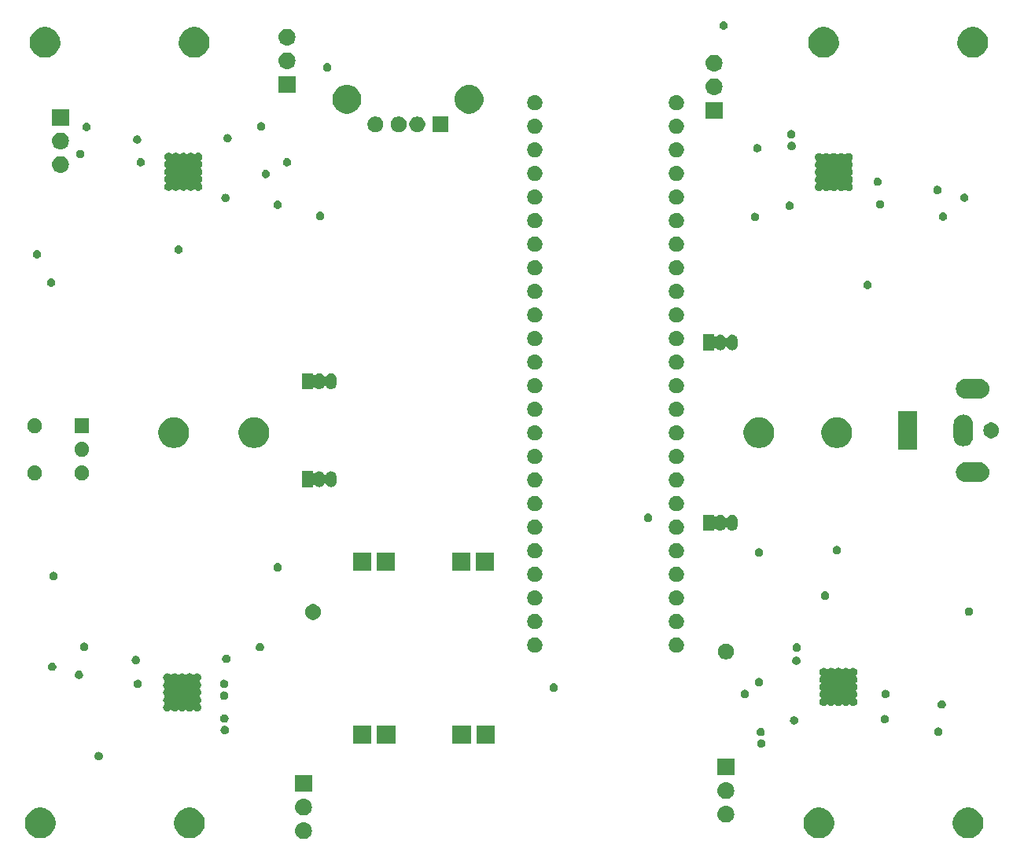
<source format=gbr>
G04 #@! TF.GenerationSoftware,KiCad,Pcbnew,(5.1.4-0)*
G04 #@! TF.CreationDate,2019-12-29T13:39:11-05:00*
G04 #@! TF.ProjectId,eye_driver,6579655f-6472-4697-9665-722e6b696361,rev?*
G04 #@! TF.SameCoordinates,Original*
G04 #@! TF.FileFunction,Soldermask,Bot*
G04 #@! TF.FilePolarity,Negative*
%FSLAX46Y46*%
G04 Gerber Fmt 4.6, Leading zero omitted, Abs format (unit mm)*
G04 Created by KiCad (PCBNEW (5.1.4-0)) date 2019-12-29 13:39:11*
%MOMM*%
%LPD*%
G04 APERTURE LIST*
%ADD10C,0.100000*%
G04 APERTURE END LIST*
D10*
G36*
X125332442Y-148901518D02*
G01*
X125398627Y-148908037D01*
X125568466Y-148959557D01*
X125724991Y-149043222D01*
X125760729Y-149072552D01*
X125862186Y-149155814D01*
X125945448Y-149257271D01*
X125974778Y-149293009D01*
X126058443Y-149449534D01*
X126109963Y-149619373D01*
X126127359Y-149796000D01*
X126109963Y-149972627D01*
X126058443Y-150142466D01*
X125974778Y-150298991D01*
X125945448Y-150334729D01*
X125862186Y-150436186D01*
X125760729Y-150519448D01*
X125724991Y-150548778D01*
X125568466Y-150632443D01*
X125398627Y-150683963D01*
X125332442Y-150690482D01*
X125266260Y-150697000D01*
X125177740Y-150697000D01*
X125111558Y-150690482D01*
X125045373Y-150683963D01*
X124875534Y-150632443D01*
X124719009Y-150548778D01*
X124683271Y-150519448D01*
X124581814Y-150436186D01*
X124498552Y-150334729D01*
X124469222Y-150298991D01*
X124385557Y-150142466D01*
X124334037Y-149972627D01*
X124316641Y-149796000D01*
X124334037Y-149619373D01*
X124385557Y-149449534D01*
X124469222Y-149293009D01*
X124498552Y-149257271D01*
X124581814Y-149155814D01*
X124683271Y-149072552D01*
X124719009Y-149043222D01*
X124875534Y-148959557D01*
X125045373Y-148908037D01*
X125111558Y-148901518D01*
X125177740Y-148895000D01*
X125266260Y-148895000D01*
X125332442Y-148901518D01*
X125332442Y-148901518D01*
G37*
G36*
X197133256Y-147361298D02*
G01*
X197239579Y-147382447D01*
X197540042Y-147506903D01*
X197810451Y-147687585D01*
X198040415Y-147917549D01*
X198191700Y-148143963D01*
X198221098Y-148187960D01*
X198257550Y-148275963D01*
X198345553Y-148488421D01*
X198366702Y-148594744D01*
X198409000Y-148807389D01*
X198409000Y-149132611D01*
X198377094Y-149293011D01*
X198345553Y-149451579D01*
X198221097Y-149752042D01*
X198040415Y-150022451D01*
X197810451Y-150252415D01*
X197540042Y-150433097D01*
X197239579Y-150557553D01*
X197133256Y-150578702D01*
X196920611Y-150621000D01*
X196595389Y-150621000D01*
X196382744Y-150578702D01*
X196276421Y-150557553D01*
X195975958Y-150433097D01*
X195705549Y-150252415D01*
X195475585Y-150022451D01*
X195294903Y-149752042D01*
X195170447Y-149451579D01*
X195138906Y-149293011D01*
X195107000Y-149132611D01*
X195107000Y-148807389D01*
X195149298Y-148594744D01*
X195170447Y-148488421D01*
X195258450Y-148275963D01*
X195294902Y-148187960D01*
X195324300Y-148143963D01*
X195475585Y-147917549D01*
X195705549Y-147687585D01*
X195975958Y-147506903D01*
X196276421Y-147382447D01*
X196382744Y-147361298D01*
X196595389Y-147319000D01*
X196920611Y-147319000D01*
X197133256Y-147361298D01*
X197133256Y-147361298D01*
G37*
G36*
X181063256Y-147361298D02*
G01*
X181169579Y-147382447D01*
X181470042Y-147506903D01*
X181740451Y-147687585D01*
X181970415Y-147917549D01*
X182121700Y-148143963D01*
X182151098Y-148187960D01*
X182187550Y-148275963D01*
X182275553Y-148488421D01*
X182296702Y-148594744D01*
X182339000Y-148807389D01*
X182339000Y-149132611D01*
X182307094Y-149293011D01*
X182275553Y-149451579D01*
X182151097Y-149752042D01*
X181970415Y-150022451D01*
X181740451Y-150252415D01*
X181470042Y-150433097D01*
X181169579Y-150557553D01*
X181063256Y-150578702D01*
X180850611Y-150621000D01*
X180525389Y-150621000D01*
X180312744Y-150578702D01*
X180206421Y-150557553D01*
X179905958Y-150433097D01*
X179635549Y-150252415D01*
X179405585Y-150022451D01*
X179224903Y-149752042D01*
X179100447Y-149451579D01*
X179068906Y-149293011D01*
X179037000Y-149132611D01*
X179037000Y-148807389D01*
X179079298Y-148594744D01*
X179100447Y-148488421D01*
X179188450Y-148275963D01*
X179224902Y-148187960D01*
X179254300Y-148143963D01*
X179405585Y-147917549D01*
X179635549Y-147687585D01*
X179905958Y-147506903D01*
X180206421Y-147382447D01*
X180312744Y-147361298D01*
X180525389Y-147319000D01*
X180850611Y-147319000D01*
X181063256Y-147361298D01*
X181063256Y-147361298D01*
G37*
G36*
X113313256Y-147361298D02*
G01*
X113419579Y-147382447D01*
X113720042Y-147506903D01*
X113990451Y-147687585D01*
X114220415Y-147917549D01*
X114371700Y-148143963D01*
X114401098Y-148187960D01*
X114437550Y-148275963D01*
X114525553Y-148488421D01*
X114546702Y-148594744D01*
X114589000Y-148807389D01*
X114589000Y-149132611D01*
X114557094Y-149293011D01*
X114525553Y-149451579D01*
X114401097Y-149752042D01*
X114220415Y-150022451D01*
X113990451Y-150252415D01*
X113720042Y-150433097D01*
X113419579Y-150557553D01*
X113313256Y-150578702D01*
X113100611Y-150621000D01*
X112775389Y-150621000D01*
X112562744Y-150578702D01*
X112456421Y-150557553D01*
X112155958Y-150433097D01*
X111885549Y-150252415D01*
X111655585Y-150022451D01*
X111474903Y-149752042D01*
X111350447Y-149451579D01*
X111318906Y-149293011D01*
X111287000Y-149132611D01*
X111287000Y-148807389D01*
X111329298Y-148594744D01*
X111350447Y-148488421D01*
X111438450Y-148275963D01*
X111474902Y-148187960D01*
X111504300Y-148143963D01*
X111655585Y-147917549D01*
X111885549Y-147687585D01*
X112155958Y-147506903D01*
X112456421Y-147382447D01*
X112562744Y-147361298D01*
X112775389Y-147319000D01*
X113100611Y-147319000D01*
X113313256Y-147361298D01*
X113313256Y-147361298D01*
G37*
G36*
X97243256Y-147361298D02*
G01*
X97349579Y-147382447D01*
X97650042Y-147506903D01*
X97920451Y-147687585D01*
X98150415Y-147917549D01*
X98301700Y-148143963D01*
X98331098Y-148187960D01*
X98367550Y-148275963D01*
X98455553Y-148488421D01*
X98476702Y-148594744D01*
X98519000Y-148807389D01*
X98519000Y-149132611D01*
X98487094Y-149293011D01*
X98455553Y-149451579D01*
X98331097Y-149752042D01*
X98150415Y-150022451D01*
X97920451Y-150252415D01*
X97650042Y-150433097D01*
X97349579Y-150557553D01*
X97243256Y-150578702D01*
X97030611Y-150621000D01*
X96705389Y-150621000D01*
X96492744Y-150578702D01*
X96386421Y-150557553D01*
X96085958Y-150433097D01*
X95815549Y-150252415D01*
X95585585Y-150022451D01*
X95404903Y-149752042D01*
X95280447Y-149451579D01*
X95248906Y-149293011D01*
X95217000Y-149132611D01*
X95217000Y-148807389D01*
X95259298Y-148594744D01*
X95280447Y-148488421D01*
X95368450Y-148275963D01*
X95404902Y-148187960D01*
X95434300Y-148143963D01*
X95585585Y-147917549D01*
X95815549Y-147687585D01*
X96085958Y-147506903D01*
X96386421Y-147382447D01*
X96492744Y-147361298D01*
X96705389Y-147319000D01*
X97030611Y-147319000D01*
X97243256Y-147361298D01*
X97243256Y-147361298D01*
G37*
G36*
X170798443Y-147123519D02*
G01*
X170864627Y-147130037D01*
X171034466Y-147181557D01*
X171190991Y-147265222D01*
X171226729Y-147294552D01*
X171328186Y-147377814D01*
X171411448Y-147479271D01*
X171440778Y-147515009D01*
X171524443Y-147671534D01*
X171575963Y-147841373D01*
X171593359Y-148018000D01*
X171575963Y-148194627D01*
X171524443Y-148364466D01*
X171440778Y-148520991D01*
X171411448Y-148556729D01*
X171328186Y-148658186D01*
X171226729Y-148741448D01*
X171190991Y-148770778D01*
X171034466Y-148854443D01*
X170864627Y-148905963D01*
X170798442Y-148912482D01*
X170732260Y-148919000D01*
X170643740Y-148919000D01*
X170577558Y-148912482D01*
X170511373Y-148905963D01*
X170341534Y-148854443D01*
X170185009Y-148770778D01*
X170149271Y-148741448D01*
X170047814Y-148658186D01*
X169964552Y-148556729D01*
X169935222Y-148520991D01*
X169851557Y-148364466D01*
X169800037Y-148194627D01*
X169782641Y-148018000D01*
X169800037Y-147841373D01*
X169851557Y-147671534D01*
X169935222Y-147515009D01*
X169964552Y-147479271D01*
X170047814Y-147377814D01*
X170149271Y-147294552D01*
X170185009Y-147265222D01*
X170341534Y-147181557D01*
X170511373Y-147130037D01*
X170577557Y-147123519D01*
X170643740Y-147117000D01*
X170732260Y-147117000D01*
X170798443Y-147123519D01*
X170798443Y-147123519D01*
G37*
G36*
X125332443Y-146361519D02*
G01*
X125398627Y-146368037D01*
X125568466Y-146419557D01*
X125724991Y-146503222D01*
X125760729Y-146532552D01*
X125862186Y-146615814D01*
X125945448Y-146717271D01*
X125974778Y-146753009D01*
X126058443Y-146909534D01*
X126109963Y-147079373D01*
X126127359Y-147256000D01*
X126109963Y-147432627D01*
X126058443Y-147602466D01*
X125974778Y-147758991D01*
X125945448Y-147794729D01*
X125862186Y-147896186D01*
X125760729Y-147979448D01*
X125724991Y-148008778D01*
X125568466Y-148092443D01*
X125398627Y-148143963D01*
X125332443Y-148150481D01*
X125266260Y-148157000D01*
X125177740Y-148157000D01*
X125111557Y-148150481D01*
X125045373Y-148143963D01*
X124875534Y-148092443D01*
X124719009Y-148008778D01*
X124683271Y-147979448D01*
X124581814Y-147896186D01*
X124498552Y-147794729D01*
X124469222Y-147758991D01*
X124385557Y-147602466D01*
X124334037Y-147432627D01*
X124316641Y-147256000D01*
X124334037Y-147079373D01*
X124385557Y-146909534D01*
X124469222Y-146753009D01*
X124498552Y-146717271D01*
X124581814Y-146615814D01*
X124683271Y-146532552D01*
X124719009Y-146503222D01*
X124875534Y-146419557D01*
X125045373Y-146368037D01*
X125111557Y-146361519D01*
X125177740Y-146355000D01*
X125266260Y-146355000D01*
X125332443Y-146361519D01*
X125332443Y-146361519D01*
G37*
G36*
X170798442Y-144583518D02*
G01*
X170864627Y-144590037D01*
X171034466Y-144641557D01*
X171190991Y-144725222D01*
X171226729Y-144754552D01*
X171328186Y-144837814D01*
X171411448Y-144939271D01*
X171440778Y-144975009D01*
X171524443Y-145131534D01*
X171575963Y-145301373D01*
X171593359Y-145478000D01*
X171575963Y-145654627D01*
X171524443Y-145824466D01*
X171440778Y-145980991D01*
X171411448Y-146016729D01*
X171328186Y-146118186D01*
X171226729Y-146201448D01*
X171190991Y-146230778D01*
X171034466Y-146314443D01*
X170864627Y-146365963D01*
X170798442Y-146372482D01*
X170732260Y-146379000D01*
X170643740Y-146379000D01*
X170577558Y-146372482D01*
X170511373Y-146365963D01*
X170341534Y-146314443D01*
X170185009Y-146230778D01*
X170149271Y-146201448D01*
X170047814Y-146118186D01*
X169964552Y-146016729D01*
X169935222Y-145980991D01*
X169851557Y-145824466D01*
X169800037Y-145654627D01*
X169782641Y-145478000D01*
X169800037Y-145301373D01*
X169851557Y-145131534D01*
X169935222Y-144975009D01*
X169964552Y-144939271D01*
X170047814Y-144837814D01*
X170149271Y-144754552D01*
X170185009Y-144725222D01*
X170341534Y-144641557D01*
X170511373Y-144590037D01*
X170577558Y-144583518D01*
X170643740Y-144577000D01*
X170732260Y-144577000D01*
X170798442Y-144583518D01*
X170798442Y-144583518D01*
G37*
G36*
X126123000Y-145617000D02*
G01*
X124321000Y-145617000D01*
X124321000Y-143815000D01*
X126123000Y-143815000D01*
X126123000Y-145617000D01*
X126123000Y-145617000D01*
G37*
G36*
X171589000Y-143839000D02*
G01*
X169787000Y-143839000D01*
X169787000Y-142037000D01*
X171589000Y-142037000D01*
X171589000Y-143839000D01*
X171589000Y-143839000D01*
G37*
G36*
X103289552Y-141312331D02*
G01*
X103371627Y-141346328D01*
X103371629Y-141346329D01*
X103408813Y-141371175D01*
X103445495Y-141395685D01*
X103508315Y-141458505D01*
X103557672Y-141532373D01*
X103591669Y-141614448D01*
X103609000Y-141701579D01*
X103609000Y-141790421D01*
X103591669Y-141877552D01*
X103557672Y-141959627D01*
X103557671Y-141959629D01*
X103508314Y-142033496D01*
X103445496Y-142096314D01*
X103371629Y-142145671D01*
X103371628Y-142145672D01*
X103371627Y-142145672D01*
X103289552Y-142179669D01*
X103202421Y-142197000D01*
X103113579Y-142197000D01*
X103026448Y-142179669D01*
X102944373Y-142145672D01*
X102944372Y-142145672D01*
X102944371Y-142145671D01*
X102870504Y-142096314D01*
X102807686Y-142033496D01*
X102758329Y-141959629D01*
X102758328Y-141959627D01*
X102724331Y-141877552D01*
X102707000Y-141790421D01*
X102707000Y-141701579D01*
X102724331Y-141614448D01*
X102758328Y-141532373D01*
X102807685Y-141458505D01*
X102870505Y-141395685D01*
X102907187Y-141371175D01*
X102944371Y-141346329D01*
X102944373Y-141346328D01*
X103026448Y-141312331D01*
X103113579Y-141295000D01*
X103202421Y-141295000D01*
X103289552Y-141312331D01*
X103289552Y-141312331D01*
G37*
G36*
X174619552Y-139958331D02*
G01*
X174701627Y-139992328D01*
X174701629Y-139992329D01*
X174738813Y-140017175D01*
X174775495Y-140041685D01*
X174838315Y-140104505D01*
X174887672Y-140178373D01*
X174921669Y-140260448D01*
X174939000Y-140347579D01*
X174939000Y-140436421D01*
X174921669Y-140523552D01*
X174887672Y-140605627D01*
X174887671Y-140605629D01*
X174838314Y-140679496D01*
X174775496Y-140742314D01*
X174701629Y-140791671D01*
X174701628Y-140791672D01*
X174701627Y-140791672D01*
X174619552Y-140825669D01*
X174532421Y-140843000D01*
X174443579Y-140843000D01*
X174356448Y-140825669D01*
X174274373Y-140791672D01*
X174274372Y-140791672D01*
X174274371Y-140791671D01*
X174200504Y-140742314D01*
X174137686Y-140679496D01*
X174088329Y-140605629D01*
X174088328Y-140605627D01*
X174054331Y-140523552D01*
X174037000Y-140436421D01*
X174037000Y-140347579D01*
X174054331Y-140260448D01*
X174088328Y-140178373D01*
X174137685Y-140104505D01*
X174200505Y-140041685D01*
X174237187Y-140017175D01*
X174274371Y-139992329D01*
X174274373Y-139992328D01*
X174356448Y-139958331D01*
X174443579Y-139941000D01*
X174532421Y-139941000D01*
X174619552Y-139958331D01*
X174619552Y-139958331D01*
G37*
G36*
X135091000Y-140447000D02*
G01*
X133139000Y-140447000D01*
X133139000Y-138495000D01*
X135091000Y-138495000D01*
X135091000Y-140447000D01*
X135091000Y-140447000D01*
G37*
G36*
X132541000Y-140422000D02*
G01*
X130589000Y-140422000D01*
X130589000Y-138470000D01*
X132541000Y-138470000D01*
X132541000Y-140422000D01*
X132541000Y-140422000D01*
G37*
G36*
X143216000Y-140422000D02*
G01*
X141264000Y-140422000D01*
X141264000Y-138470000D01*
X143216000Y-138470000D01*
X143216000Y-140422000D01*
X143216000Y-140422000D01*
G37*
G36*
X145766000Y-140422000D02*
G01*
X143814000Y-140422000D01*
X143814000Y-138470000D01*
X145766000Y-138470000D01*
X145766000Y-140422000D01*
X145766000Y-140422000D01*
G37*
G36*
X174559552Y-138728331D02*
G01*
X174641627Y-138762328D01*
X174641629Y-138762329D01*
X174664612Y-138777686D01*
X174715495Y-138811685D01*
X174778315Y-138874505D01*
X174827672Y-138948373D01*
X174861669Y-139030448D01*
X174879000Y-139117579D01*
X174879000Y-139206421D01*
X174861669Y-139293552D01*
X174827672Y-139375627D01*
X174827671Y-139375629D01*
X174813391Y-139397000D01*
X174778315Y-139449495D01*
X174715495Y-139512315D01*
X174678813Y-139536825D01*
X174641629Y-139561671D01*
X174641628Y-139561672D01*
X174641627Y-139561672D01*
X174559552Y-139595669D01*
X174472421Y-139613000D01*
X174383579Y-139613000D01*
X174296448Y-139595669D01*
X174214373Y-139561672D01*
X174214372Y-139561672D01*
X174214371Y-139561671D01*
X174177187Y-139536825D01*
X174140505Y-139512315D01*
X174077685Y-139449495D01*
X174042609Y-139397000D01*
X174028329Y-139375629D01*
X174028328Y-139375627D01*
X173994331Y-139293552D01*
X173977000Y-139206421D01*
X173977000Y-139117579D01*
X173994331Y-139030448D01*
X174028328Y-138948373D01*
X174077685Y-138874505D01*
X174140505Y-138811685D01*
X174191388Y-138777686D01*
X174214371Y-138762329D01*
X174214373Y-138762328D01*
X174296448Y-138728331D01*
X174383579Y-138711000D01*
X174472421Y-138711000D01*
X174559552Y-138728331D01*
X174559552Y-138728331D01*
G37*
G36*
X193679552Y-138694331D02*
G01*
X193761627Y-138728328D01*
X193761629Y-138728329D01*
X193761633Y-138728332D01*
X193812512Y-138762328D01*
X193835496Y-138777686D01*
X193898314Y-138840504D01*
X193939124Y-138901579D01*
X193947672Y-138914373D01*
X193981669Y-138996448D01*
X193999000Y-139083579D01*
X193999000Y-139172421D01*
X193981669Y-139259552D01*
X193947672Y-139341627D01*
X193947671Y-139341629D01*
X193898314Y-139415496D01*
X193835496Y-139478314D01*
X193761629Y-139527671D01*
X193761628Y-139527672D01*
X193761627Y-139527672D01*
X193679552Y-139561669D01*
X193592421Y-139579000D01*
X193503579Y-139579000D01*
X193416448Y-139561669D01*
X193334373Y-139527672D01*
X193334372Y-139527672D01*
X193334371Y-139527671D01*
X193260504Y-139478314D01*
X193197686Y-139415496D01*
X193148329Y-139341629D01*
X193148328Y-139341627D01*
X193114331Y-139259552D01*
X193097000Y-139172421D01*
X193097000Y-139083579D01*
X193114331Y-138996448D01*
X193148328Y-138914373D01*
X193156877Y-138901579D01*
X193197686Y-138840504D01*
X193260504Y-138777686D01*
X193283489Y-138762328D01*
X193334367Y-138728332D01*
X193334371Y-138728329D01*
X193334373Y-138728328D01*
X193416448Y-138694331D01*
X193503579Y-138677000D01*
X193592421Y-138677000D01*
X193679552Y-138694331D01*
X193679552Y-138694331D01*
G37*
G36*
X116869552Y-138512331D02*
G01*
X116951627Y-138546328D01*
X116951629Y-138546329D01*
X117025496Y-138595686D01*
X117088314Y-138658504D01*
X117134972Y-138728331D01*
X117137672Y-138732373D01*
X117171669Y-138814448D01*
X117189000Y-138901579D01*
X117189000Y-138990421D01*
X117171669Y-139077552D01*
X117137672Y-139159627D01*
X117137671Y-139159629D01*
X117088314Y-139233496D01*
X117025496Y-139296314D01*
X116951629Y-139345671D01*
X116951628Y-139345672D01*
X116951627Y-139345672D01*
X116869552Y-139379669D01*
X116782421Y-139397000D01*
X116693579Y-139397000D01*
X116606448Y-139379669D01*
X116524373Y-139345672D01*
X116524372Y-139345672D01*
X116524371Y-139345671D01*
X116450504Y-139296314D01*
X116387686Y-139233496D01*
X116338329Y-139159629D01*
X116338328Y-139159627D01*
X116304331Y-139077552D01*
X116287000Y-138990421D01*
X116287000Y-138901579D01*
X116304331Y-138814448D01*
X116338328Y-138732373D01*
X116341029Y-138728331D01*
X116387686Y-138658504D01*
X116450504Y-138595686D01*
X116524371Y-138546329D01*
X116524373Y-138546328D01*
X116606448Y-138512331D01*
X116693579Y-138495000D01*
X116782421Y-138495000D01*
X116869552Y-138512331D01*
X116869552Y-138512331D01*
G37*
G36*
X178169552Y-137468331D02*
G01*
X178251627Y-137502328D01*
X178251629Y-137502329D01*
X178288813Y-137527175D01*
X178325495Y-137551685D01*
X178388315Y-137614505D01*
X178412825Y-137651187D01*
X178419770Y-137661580D01*
X178437672Y-137688373D01*
X178471669Y-137770448D01*
X178489000Y-137857579D01*
X178489000Y-137946421D01*
X178471669Y-138033552D01*
X178437672Y-138115627D01*
X178400225Y-138171671D01*
X178388314Y-138189496D01*
X178325496Y-138252314D01*
X178251629Y-138301671D01*
X178251628Y-138301672D01*
X178251627Y-138301672D01*
X178169552Y-138335669D01*
X178082421Y-138353000D01*
X177993579Y-138353000D01*
X177906448Y-138335669D01*
X177824373Y-138301672D01*
X177824372Y-138301672D01*
X177824371Y-138301671D01*
X177750504Y-138252314D01*
X177687686Y-138189496D01*
X177675776Y-138171671D01*
X177638328Y-138115627D01*
X177604331Y-138033552D01*
X177587000Y-137946421D01*
X177587000Y-137857579D01*
X177604331Y-137770448D01*
X177638328Y-137688373D01*
X177656231Y-137661580D01*
X177663175Y-137651187D01*
X177687685Y-137614505D01*
X177750505Y-137551685D01*
X177787187Y-137527175D01*
X177824371Y-137502329D01*
X177824373Y-137502328D01*
X177906448Y-137468331D01*
X177993579Y-137451000D01*
X178082421Y-137451000D01*
X178169552Y-137468331D01*
X178169552Y-137468331D01*
G37*
G36*
X187909552Y-137338331D02*
G01*
X187991627Y-137372328D01*
X187991629Y-137372329D01*
X188028813Y-137397175D01*
X188065495Y-137421685D01*
X188128315Y-137484505D01*
X188177672Y-137558373D01*
X188211669Y-137640448D01*
X188229000Y-137727579D01*
X188229000Y-137816421D01*
X188211669Y-137903552D01*
X188177672Y-137985627D01*
X188145650Y-138033552D01*
X188128314Y-138059496D01*
X188065496Y-138122314D01*
X187991629Y-138171671D01*
X187991628Y-138171672D01*
X187991627Y-138171672D01*
X187909552Y-138205669D01*
X187822421Y-138223000D01*
X187733579Y-138223000D01*
X187646448Y-138205669D01*
X187564373Y-138171672D01*
X187564372Y-138171672D01*
X187564371Y-138171671D01*
X187490504Y-138122314D01*
X187427686Y-138059496D01*
X187410351Y-138033552D01*
X187378328Y-137985627D01*
X187344331Y-137903552D01*
X187327000Y-137816421D01*
X187327000Y-137727579D01*
X187344331Y-137640448D01*
X187378328Y-137558373D01*
X187427685Y-137484505D01*
X187490505Y-137421685D01*
X187527187Y-137397175D01*
X187564371Y-137372329D01*
X187564373Y-137372328D01*
X187646448Y-137338331D01*
X187733579Y-137321000D01*
X187822421Y-137321000D01*
X187909552Y-137338331D01*
X187909552Y-137338331D01*
G37*
G36*
X116819552Y-137272331D02*
G01*
X116901627Y-137306328D01*
X116901629Y-137306329D01*
X116923585Y-137321000D01*
X116975495Y-137355685D01*
X117038315Y-137418505D01*
X117087672Y-137492373D01*
X117121669Y-137574448D01*
X117139000Y-137661579D01*
X117139000Y-137750421D01*
X117121669Y-137837552D01*
X117087672Y-137919627D01*
X117087671Y-137919629D01*
X117069769Y-137946421D01*
X117038315Y-137993495D01*
X116975495Y-138056315D01*
X116970734Y-138059496D01*
X116901629Y-138105671D01*
X116901628Y-138105672D01*
X116901627Y-138105672D01*
X116819552Y-138139669D01*
X116732421Y-138157000D01*
X116643579Y-138157000D01*
X116556448Y-138139669D01*
X116474373Y-138105672D01*
X116474372Y-138105672D01*
X116474371Y-138105671D01*
X116405266Y-138059496D01*
X116400505Y-138056315D01*
X116337685Y-137993495D01*
X116306231Y-137946421D01*
X116288329Y-137919629D01*
X116288328Y-137919627D01*
X116254331Y-137837552D01*
X116237000Y-137750421D01*
X116237000Y-137661579D01*
X116254331Y-137574448D01*
X116288328Y-137492373D01*
X116337685Y-137418505D01*
X116400505Y-137355685D01*
X116452415Y-137321000D01*
X116474371Y-137306329D01*
X116474373Y-137306328D01*
X116556448Y-137272331D01*
X116643579Y-137255000D01*
X116732421Y-137255000D01*
X116819552Y-137272331D01*
X116819552Y-137272331D01*
G37*
G36*
X110679552Y-132852331D02*
G01*
X110761627Y-132886328D01*
X110761629Y-132886329D01*
X110790510Y-132905627D01*
X110835495Y-132935685D01*
X110859612Y-132959802D01*
X110878554Y-132975347D01*
X110900165Y-132986898D01*
X110923614Y-132994011D01*
X110948000Y-132996413D01*
X110972386Y-132994011D01*
X110995835Y-132986898D01*
X111017446Y-132975347D01*
X111036388Y-132959802D01*
X111060505Y-132935685D01*
X111105490Y-132905627D01*
X111134371Y-132886329D01*
X111134373Y-132886328D01*
X111216448Y-132852331D01*
X111303579Y-132835000D01*
X111392421Y-132835000D01*
X111479552Y-132852331D01*
X111561627Y-132886328D01*
X111561629Y-132886329D01*
X111590510Y-132905627D01*
X111635495Y-132935685D01*
X111659612Y-132959802D01*
X111678554Y-132975347D01*
X111700165Y-132986898D01*
X111723614Y-132994011D01*
X111748000Y-132996413D01*
X111772386Y-132994011D01*
X111795835Y-132986898D01*
X111817446Y-132975347D01*
X111836388Y-132959802D01*
X111860505Y-132935685D01*
X111905490Y-132905627D01*
X111934371Y-132886329D01*
X111934373Y-132886328D01*
X112016448Y-132852331D01*
X112103579Y-132835000D01*
X112192421Y-132835000D01*
X112279552Y-132852331D01*
X112361627Y-132886328D01*
X112361629Y-132886329D01*
X112390510Y-132905627D01*
X112435495Y-132935685D01*
X112459612Y-132959802D01*
X112478554Y-132975347D01*
X112500165Y-132986898D01*
X112523614Y-132994011D01*
X112548000Y-132996413D01*
X112572386Y-132994011D01*
X112595835Y-132986898D01*
X112617446Y-132975347D01*
X112636388Y-132959802D01*
X112660505Y-132935685D01*
X112705490Y-132905627D01*
X112734371Y-132886329D01*
X112734373Y-132886328D01*
X112816448Y-132852331D01*
X112903579Y-132835000D01*
X112992421Y-132835000D01*
X113079552Y-132852331D01*
X113161627Y-132886328D01*
X113161629Y-132886329D01*
X113190510Y-132905627D01*
X113235495Y-132935685D01*
X113259612Y-132959802D01*
X113278554Y-132975347D01*
X113300165Y-132986898D01*
X113323614Y-132994011D01*
X113348000Y-132996413D01*
X113372386Y-132994011D01*
X113395835Y-132986898D01*
X113417446Y-132975347D01*
X113436388Y-132959802D01*
X113460505Y-132935685D01*
X113505490Y-132905627D01*
X113534371Y-132886329D01*
X113534373Y-132886328D01*
X113616448Y-132852331D01*
X113703579Y-132835000D01*
X113792421Y-132835000D01*
X113879552Y-132852331D01*
X113961627Y-132886328D01*
X113961629Y-132886329D01*
X113990510Y-132905627D01*
X114035495Y-132935685D01*
X114098315Y-132998505D01*
X114147672Y-133072373D01*
X114181669Y-133154448D01*
X114199000Y-133241579D01*
X114199000Y-133330421D01*
X114181669Y-133417552D01*
X114147672Y-133499627D01*
X114147671Y-133499629D01*
X114134059Y-133520000D01*
X114098315Y-133573495D01*
X114074198Y-133597612D01*
X114058653Y-133616554D01*
X114047102Y-133638165D01*
X114039989Y-133661614D01*
X114037587Y-133686000D01*
X114039989Y-133710386D01*
X114047102Y-133733835D01*
X114058653Y-133755446D01*
X114074198Y-133774388D01*
X114098315Y-133798505D01*
X114147672Y-133872373D01*
X114181669Y-133954448D01*
X114199000Y-134041579D01*
X114199000Y-134130421D01*
X114181669Y-134217552D01*
X114164709Y-134258496D01*
X114147671Y-134299629D01*
X114123088Y-134336420D01*
X114098315Y-134373495D01*
X114074198Y-134397612D01*
X114058653Y-134416554D01*
X114047102Y-134438165D01*
X114039989Y-134461614D01*
X114037587Y-134486000D01*
X114039989Y-134510386D01*
X114047102Y-134533835D01*
X114058653Y-134555446D01*
X114074198Y-134574388D01*
X114098315Y-134598505D01*
X114147672Y-134672373D01*
X114181669Y-134754448D01*
X114199000Y-134841579D01*
X114199000Y-134930421D01*
X114181669Y-135017552D01*
X114147672Y-135099627D01*
X114098315Y-135173495D01*
X114074198Y-135197612D01*
X114058653Y-135216554D01*
X114047102Y-135238165D01*
X114039989Y-135261614D01*
X114037587Y-135286000D01*
X114039989Y-135310386D01*
X114047102Y-135333835D01*
X114058653Y-135355446D01*
X114074198Y-135374388D01*
X114098315Y-135398505D01*
X114147672Y-135472373D01*
X114181669Y-135554448D01*
X114199000Y-135641579D01*
X114199000Y-135730421D01*
X114181669Y-135817552D01*
X114147672Y-135899627D01*
X114147671Y-135899629D01*
X114144413Y-135904505D01*
X114098315Y-135973495D01*
X114074198Y-135997612D01*
X114058653Y-136016554D01*
X114047102Y-136038165D01*
X114039989Y-136061614D01*
X114037587Y-136086000D01*
X114039989Y-136110386D01*
X114047102Y-136133835D01*
X114058653Y-136155446D01*
X114074198Y-136174388D01*
X114098315Y-136198505D01*
X114147672Y-136272373D01*
X114181669Y-136354448D01*
X114199000Y-136441579D01*
X114199000Y-136530421D01*
X114181669Y-136617552D01*
X114147672Y-136699627D01*
X114147671Y-136699629D01*
X114098314Y-136773496D01*
X114035496Y-136836314D01*
X113961629Y-136885671D01*
X113961628Y-136885672D01*
X113961627Y-136885672D01*
X113879552Y-136919669D01*
X113792421Y-136937000D01*
X113703579Y-136937000D01*
X113616448Y-136919669D01*
X113534373Y-136885672D01*
X113534372Y-136885672D01*
X113534371Y-136885671D01*
X113460504Y-136836314D01*
X113436388Y-136812198D01*
X113417446Y-136796653D01*
X113395835Y-136785102D01*
X113372386Y-136777989D01*
X113348000Y-136775587D01*
X113323614Y-136777989D01*
X113300165Y-136785102D01*
X113278554Y-136796653D01*
X113259612Y-136812198D01*
X113235496Y-136836314D01*
X113161629Y-136885671D01*
X113161628Y-136885672D01*
X113161627Y-136885672D01*
X113079552Y-136919669D01*
X112992421Y-136937000D01*
X112903579Y-136937000D01*
X112816448Y-136919669D01*
X112734373Y-136885672D01*
X112734372Y-136885672D01*
X112734371Y-136885671D01*
X112660504Y-136836314D01*
X112636388Y-136812198D01*
X112617446Y-136796653D01*
X112595835Y-136785102D01*
X112572386Y-136777989D01*
X112548000Y-136775587D01*
X112523614Y-136777989D01*
X112500165Y-136785102D01*
X112478554Y-136796653D01*
X112459612Y-136812198D01*
X112435496Y-136836314D01*
X112361629Y-136885671D01*
X112361628Y-136885672D01*
X112361627Y-136885672D01*
X112279552Y-136919669D01*
X112192421Y-136937000D01*
X112103579Y-136937000D01*
X112016448Y-136919669D01*
X111934373Y-136885672D01*
X111934372Y-136885672D01*
X111934371Y-136885671D01*
X111860504Y-136836314D01*
X111836388Y-136812198D01*
X111817446Y-136796653D01*
X111795835Y-136785102D01*
X111772386Y-136777989D01*
X111748000Y-136775587D01*
X111723614Y-136777989D01*
X111700165Y-136785102D01*
X111678554Y-136796653D01*
X111659612Y-136812198D01*
X111635496Y-136836314D01*
X111561629Y-136885671D01*
X111561628Y-136885672D01*
X111561627Y-136885672D01*
X111479552Y-136919669D01*
X111392421Y-136937000D01*
X111303579Y-136937000D01*
X111216448Y-136919669D01*
X111134373Y-136885672D01*
X111134372Y-136885672D01*
X111134371Y-136885671D01*
X111060504Y-136836314D01*
X111036388Y-136812198D01*
X111017446Y-136796653D01*
X110995835Y-136785102D01*
X110972386Y-136777989D01*
X110948000Y-136775587D01*
X110923614Y-136777989D01*
X110900165Y-136785102D01*
X110878554Y-136796653D01*
X110859612Y-136812198D01*
X110835496Y-136836314D01*
X110761629Y-136885671D01*
X110761628Y-136885672D01*
X110761627Y-136885672D01*
X110679552Y-136919669D01*
X110592421Y-136937000D01*
X110503579Y-136937000D01*
X110416448Y-136919669D01*
X110334373Y-136885672D01*
X110334372Y-136885672D01*
X110334371Y-136885671D01*
X110260504Y-136836314D01*
X110197686Y-136773496D01*
X110148329Y-136699629D01*
X110148328Y-136699627D01*
X110114331Y-136617552D01*
X110097000Y-136530421D01*
X110097000Y-136441579D01*
X110114331Y-136354448D01*
X110148328Y-136272373D01*
X110197685Y-136198505D01*
X110221802Y-136174388D01*
X110237347Y-136155446D01*
X110248898Y-136133835D01*
X110256011Y-136110386D01*
X110258413Y-136086000D01*
X110256011Y-136061614D01*
X110248898Y-136038165D01*
X110237347Y-136016554D01*
X110221802Y-135997612D01*
X110197685Y-135973495D01*
X110151587Y-135904505D01*
X110148329Y-135899629D01*
X110148328Y-135899627D01*
X110114331Y-135817552D01*
X110097000Y-135730421D01*
X110097000Y-135641579D01*
X110114331Y-135554448D01*
X110148328Y-135472373D01*
X110197685Y-135398505D01*
X110221802Y-135374388D01*
X110237347Y-135355446D01*
X110248898Y-135333835D01*
X110256011Y-135310386D01*
X110258413Y-135286000D01*
X110256011Y-135261614D01*
X110248898Y-135238165D01*
X110237347Y-135216554D01*
X110221802Y-135197612D01*
X110197685Y-135173495D01*
X110148328Y-135099627D01*
X110114331Y-135017552D01*
X110097000Y-134930421D01*
X110097000Y-134841579D01*
X110114331Y-134754448D01*
X110148328Y-134672373D01*
X110197685Y-134598505D01*
X110221802Y-134574388D01*
X110237347Y-134555446D01*
X110248898Y-134533835D01*
X110256011Y-134510386D01*
X110258413Y-134486000D01*
X110256011Y-134461614D01*
X110248898Y-134438165D01*
X110237347Y-134416554D01*
X110221802Y-134397612D01*
X110197685Y-134373495D01*
X110172912Y-134336420D01*
X110148329Y-134299629D01*
X110131291Y-134258496D01*
X110114331Y-134217552D01*
X110097000Y-134130421D01*
X110097000Y-134041579D01*
X110114331Y-133954448D01*
X110148328Y-133872373D01*
X110197685Y-133798505D01*
X110221802Y-133774388D01*
X110237347Y-133755446D01*
X110248898Y-133733835D01*
X110256011Y-133710386D01*
X110258413Y-133686000D01*
X110256011Y-133661614D01*
X110248898Y-133638165D01*
X110237347Y-133616554D01*
X110221802Y-133597612D01*
X110197685Y-133573495D01*
X110161941Y-133520000D01*
X110148329Y-133499629D01*
X110148328Y-133499627D01*
X110114331Y-133417552D01*
X110097000Y-133330421D01*
X110097000Y-133241579D01*
X110114331Y-133154448D01*
X110148328Y-133072373D01*
X110197685Y-132998505D01*
X110260505Y-132935685D01*
X110305490Y-132905627D01*
X110334371Y-132886329D01*
X110334373Y-132886328D01*
X110416448Y-132852331D01*
X110503579Y-132835000D01*
X110592421Y-132835000D01*
X110679552Y-132852331D01*
X110679552Y-132852331D01*
G37*
G36*
X194039552Y-135758331D02*
G01*
X194121627Y-135792328D01*
X194121629Y-135792329D01*
X194195496Y-135841686D01*
X194258314Y-135904504D01*
X194304414Y-135973496D01*
X194307672Y-135978373D01*
X194341669Y-136060448D01*
X194359000Y-136147579D01*
X194359000Y-136236421D01*
X194341669Y-136323552D01*
X194328871Y-136354448D01*
X194307671Y-136405629D01*
X194258314Y-136479496D01*
X194195496Y-136542314D01*
X194121629Y-136591671D01*
X194121628Y-136591672D01*
X194121627Y-136591672D01*
X194039552Y-136625669D01*
X193952421Y-136643000D01*
X193863579Y-136643000D01*
X193776448Y-136625669D01*
X193694373Y-136591672D01*
X193694372Y-136591672D01*
X193694371Y-136591671D01*
X193620504Y-136542314D01*
X193557686Y-136479496D01*
X193508329Y-136405629D01*
X193487129Y-136354448D01*
X193474331Y-136323552D01*
X193457000Y-136236421D01*
X193457000Y-136147579D01*
X193474331Y-136060448D01*
X193508328Y-135978373D01*
X193511587Y-135973496D01*
X193557686Y-135904504D01*
X193620504Y-135841686D01*
X193694371Y-135792329D01*
X193694373Y-135792328D01*
X193776448Y-135758331D01*
X193863579Y-135741000D01*
X193952421Y-135741000D01*
X194039552Y-135758331D01*
X194039552Y-135758331D01*
G37*
G36*
X181329552Y-132258331D02*
G01*
X181411627Y-132292328D01*
X181411629Y-132292329D01*
X181448813Y-132317175D01*
X181485495Y-132341685D01*
X181509612Y-132365802D01*
X181528554Y-132381347D01*
X181550165Y-132392898D01*
X181573614Y-132400011D01*
X181598000Y-132402413D01*
X181622386Y-132400011D01*
X181645835Y-132392898D01*
X181667446Y-132381347D01*
X181686388Y-132365802D01*
X181710505Y-132341685D01*
X181747187Y-132317175D01*
X181784371Y-132292329D01*
X181784373Y-132292328D01*
X181866448Y-132258331D01*
X181953579Y-132241000D01*
X182042421Y-132241000D01*
X182129552Y-132258331D01*
X182211627Y-132292328D01*
X182211629Y-132292329D01*
X182248813Y-132317175D01*
X182285495Y-132341685D01*
X182309612Y-132365802D01*
X182328554Y-132381347D01*
X182350165Y-132392898D01*
X182373614Y-132400011D01*
X182398000Y-132402413D01*
X182422386Y-132400011D01*
X182445835Y-132392898D01*
X182467446Y-132381347D01*
X182486388Y-132365802D01*
X182510505Y-132341685D01*
X182547187Y-132317175D01*
X182584371Y-132292329D01*
X182584373Y-132292328D01*
X182666448Y-132258331D01*
X182753579Y-132241000D01*
X182842421Y-132241000D01*
X182929552Y-132258331D01*
X183011627Y-132292328D01*
X183011629Y-132292329D01*
X183048813Y-132317175D01*
X183085495Y-132341685D01*
X183109612Y-132365802D01*
X183128554Y-132381347D01*
X183150165Y-132392898D01*
X183173614Y-132400011D01*
X183198000Y-132402413D01*
X183222386Y-132400011D01*
X183245835Y-132392898D01*
X183267446Y-132381347D01*
X183286388Y-132365802D01*
X183310505Y-132341685D01*
X183347187Y-132317175D01*
X183384371Y-132292329D01*
X183384373Y-132292328D01*
X183466448Y-132258331D01*
X183553579Y-132241000D01*
X183642421Y-132241000D01*
X183729552Y-132258331D01*
X183811627Y-132292328D01*
X183811629Y-132292329D01*
X183848813Y-132317175D01*
X183885495Y-132341685D01*
X183909612Y-132365802D01*
X183928554Y-132381347D01*
X183950165Y-132392898D01*
X183973614Y-132400011D01*
X183998000Y-132402413D01*
X184022386Y-132400011D01*
X184045835Y-132392898D01*
X184067446Y-132381347D01*
X184086388Y-132365802D01*
X184110505Y-132341685D01*
X184147187Y-132317175D01*
X184184371Y-132292329D01*
X184184373Y-132292328D01*
X184266448Y-132258331D01*
X184353579Y-132241000D01*
X184442421Y-132241000D01*
X184529552Y-132258331D01*
X184611627Y-132292328D01*
X184611629Y-132292329D01*
X184685496Y-132341686D01*
X184748314Y-132404504D01*
X184797634Y-132478315D01*
X184797672Y-132478373D01*
X184831669Y-132560448D01*
X184849000Y-132647579D01*
X184849000Y-132736421D01*
X184831669Y-132823552D01*
X184797672Y-132905627D01*
X184748315Y-132979495D01*
X184724198Y-133003612D01*
X184708653Y-133022554D01*
X184697102Y-133044165D01*
X184689989Y-133067614D01*
X184687587Y-133092000D01*
X184689989Y-133116386D01*
X184697102Y-133139835D01*
X184708653Y-133161446D01*
X184724198Y-133180388D01*
X184748314Y-133204504D01*
X184794414Y-133273496D01*
X184797672Y-133278373D01*
X184831669Y-133360448D01*
X184849000Y-133447579D01*
X184849000Y-133536421D01*
X184831669Y-133623552D01*
X184797672Y-133705627D01*
X184748315Y-133779495D01*
X184724198Y-133803612D01*
X184708653Y-133822554D01*
X184697102Y-133844165D01*
X184689989Y-133867614D01*
X184687587Y-133892000D01*
X184689989Y-133916386D01*
X184697102Y-133939835D01*
X184708653Y-133961446D01*
X184724198Y-133980388D01*
X184748315Y-134004505D01*
X184797672Y-134078373D01*
X184831669Y-134160448D01*
X184849000Y-134247579D01*
X184849000Y-134336421D01*
X184831669Y-134423552D01*
X184797672Y-134505627D01*
X184748315Y-134579495D01*
X184724198Y-134603612D01*
X184708653Y-134622554D01*
X184697102Y-134644165D01*
X184689989Y-134667614D01*
X184687587Y-134692000D01*
X184689989Y-134716386D01*
X184697102Y-134739835D01*
X184708653Y-134761446D01*
X184724198Y-134780388D01*
X184748315Y-134804505D01*
X184797672Y-134878373D01*
X184831669Y-134960448D01*
X184849000Y-135047579D01*
X184849000Y-135136421D01*
X184831669Y-135223552D01*
X184797672Y-135305627D01*
X184748315Y-135379495D01*
X184724198Y-135403612D01*
X184708653Y-135422554D01*
X184697102Y-135444165D01*
X184689989Y-135467614D01*
X184687587Y-135492000D01*
X184689989Y-135516386D01*
X184697102Y-135539835D01*
X184708653Y-135561446D01*
X184724198Y-135580388D01*
X184748314Y-135604504D01*
X184795197Y-135674668D01*
X184797672Y-135678373D01*
X184831669Y-135760448D01*
X184849000Y-135847579D01*
X184849000Y-135936421D01*
X184831669Y-136023552D01*
X184797672Y-136105627D01*
X184797671Y-136105629D01*
X184748314Y-136179496D01*
X184685496Y-136242314D01*
X184611629Y-136291671D01*
X184611628Y-136291672D01*
X184611627Y-136291672D01*
X184529552Y-136325669D01*
X184442421Y-136343000D01*
X184353579Y-136343000D01*
X184266448Y-136325669D01*
X184184373Y-136291672D01*
X184184372Y-136291672D01*
X184184371Y-136291671D01*
X184110504Y-136242314D01*
X184086388Y-136218198D01*
X184067446Y-136202653D01*
X184045835Y-136191102D01*
X184022386Y-136183989D01*
X183998000Y-136181587D01*
X183973614Y-136183989D01*
X183950165Y-136191102D01*
X183928554Y-136202653D01*
X183909612Y-136218198D01*
X183885496Y-136242314D01*
X183811629Y-136291671D01*
X183811628Y-136291672D01*
X183811627Y-136291672D01*
X183729552Y-136325669D01*
X183642421Y-136343000D01*
X183553579Y-136343000D01*
X183466448Y-136325669D01*
X183384373Y-136291672D01*
X183384372Y-136291672D01*
X183384371Y-136291671D01*
X183310504Y-136242314D01*
X183286388Y-136218198D01*
X183267446Y-136202653D01*
X183245835Y-136191102D01*
X183222386Y-136183989D01*
X183198000Y-136181587D01*
X183173614Y-136183989D01*
X183150165Y-136191102D01*
X183128554Y-136202653D01*
X183109612Y-136218198D01*
X183085496Y-136242314D01*
X183011629Y-136291671D01*
X183011628Y-136291672D01*
X183011627Y-136291672D01*
X182929552Y-136325669D01*
X182842421Y-136343000D01*
X182753579Y-136343000D01*
X182666448Y-136325669D01*
X182584373Y-136291672D01*
X182584372Y-136291672D01*
X182584371Y-136291671D01*
X182510504Y-136242314D01*
X182486388Y-136218198D01*
X182467446Y-136202653D01*
X182445835Y-136191102D01*
X182422386Y-136183989D01*
X182398000Y-136181587D01*
X182373614Y-136183989D01*
X182350165Y-136191102D01*
X182328554Y-136202653D01*
X182309612Y-136218198D01*
X182285496Y-136242314D01*
X182211629Y-136291671D01*
X182211628Y-136291672D01*
X182211627Y-136291672D01*
X182129552Y-136325669D01*
X182042421Y-136343000D01*
X181953579Y-136343000D01*
X181866448Y-136325669D01*
X181784373Y-136291672D01*
X181784372Y-136291672D01*
X181784371Y-136291671D01*
X181710504Y-136242314D01*
X181686388Y-136218198D01*
X181667446Y-136202653D01*
X181645835Y-136191102D01*
X181622386Y-136183989D01*
X181598000Y-136181587D01*
X181573614Y-136183989D01*
X181550165Y-136191102D01*
X181528554Y-136202653D01*
X181509612Y-136218198D01*
X181485496Y-136242314D01*
X181411629Y-136291671D01*
X181411628Y-136291672D01*
X181411627Y-136291672D01*
X181329552Y-136325669D01*
X181242421Y-136343000D01*
X181153579Y-136343000D01*
X181066448Y-136325669D01*
X180984373Y-136291672D01*
X180984372Y-136291672D01*
X180984371Y-136291671D01*
X180910504Y-136242314D01*
X180847686Y-136179496D01*
X180798329Y-136105629D01*
X180798328Y-136105627D01*
X180764331Y-136023552D01*
X180747000Y-135936421D01*
X180747000Y-135847579D01*
X180764331Y-135760448D01*
X180798328Y-135678373D01*
X180800804Y-135674668D01*
X180847686Y-135604504D01*
X180871802Y-135580388D01*
X180887347Y-135561446D01*
X180898898Y-135539835D01*
X180906011Y-135516386D01*
X180908413Y-135492000D01*
X180906011Y-135467614D01*
X180898898Y-135444165D01*
X180887347Y-135422554D01*
X180871802Y-135403612D01*
X180847685Y-135379495D01*
X180798328Y-135305627D01*
X180764331Y-135223552D01*
X180747000Y-135136421D01*
X180747000Y-135047579D01*
X180764331Y-134960448D01*
X180798328Y-134878373D01*
X180847685Y-134804505D01*
X180871802Y-134780388D01*
X180887347Y-134761446D01*
X180898898Y-134739835D01*
X180906011Y-134716386D01*
X180908413Y-134692000D01*
X180906011Y-134667614D01*
X180898898Y-134644165D01*
X180887347Y-134622554D01*
X180871802Y-134603612D01*
X180847685Y-134579495D01*
X180798328Y-134505627D01*
X180764331Y-134423552D01*
X180747000Y-134336421D01*
X180747000Y-134247579D01*
X180764331Y-134160448D01*
X180798328Y-134078373D01*
X180847685Y-134004505D01*
X180871802Y-133980388D01*
X180887347Y-133961446D01*
X180898898Y-133939835D01*
X180906011Y-133916386D01*
X180908413Y-133892000D01*
X180906011Y-133867614D01*
X180898898Y-133844165D01*
X180887347Y-133822554D01*
X180871802Y-133803612D01*
X180847685Y-133779495D01*
X180798328Y-133705627D01*
X180764331Y-133623552D01*
X180747000Y-133536421D01*
X180747000Y-133447579D01*
X180764331Y-133360448D01*
X180798328Y-133278373D01*
X180801587Y-133273496D01*
X180847686Y-133204504D01*
X180871802Y-133180388D01*
X180887347Y-133161446D01*
X180898898Y-133139835D01*
X180906011Y-133116386D01*
X180908413Y-133092000D01*
X180906011Y-133067614D01*
X180898898Y-133044165D01*
X180887347Y-133022554D01*
X180871802Y-133003612D01*
X180847685Y-132979495D01*
X180798328Y-132905627D01*
X180764331Y-132823552D01*
X180747000Y-132736421D01*
X180747000Y-132647579D01*
X180764331Y-132560448D01*
X180798328Y-132478373D01*
X180798367Y-132478315D01*
X180847686Y-132404504D01*
X180910504Y-132341686D01*
X180984371Y-132292329D01*
X180984373Y-132292328D01*
X181066448Y-132258331D01*
X181153579Y-132241000D01*
X181242421Y-132241000D01*
X181329552Y-132258331D01*
X181329552Y-132258331D01*
G37*
G36*
X116794552Y-134807331D02*
G01*
X116876627Y-134841328D01*
X116876629Y-134841329D01*
X116890161Y-134850371D01*
X116950495Y-134890685D01*
X117013315Y-134953505D01*
X117062672Y-135027373D01*
X117096669Y-135109448D01*
X117114000Y-135196579D01*
X117114000Y-135285421D01*
X117096669Y-135372552D01*
X117062672Y-135454627D01*
X117062671Y-135454629D01*
X117013314Y-135528496D01*
X116950496Y-135591314D01*
X116876629Y-135640671D01*
X116876628Y-135640672D01*
X116876627Y-135640672D01*
X116794552Y-135674669D01*
X116707421Y-135692000D01*
X116618579Y-135692000D01*
X116531448Y-135674669D01*
X116449373Y-135640672D01*
X116449372Y-135640672D01*
X116449371Y-135640671D01*
X116375504Y-135591314D01*
X116312686Y-135528496D01*
X116263329Y-135454629D01*
X116263328Y-135454627D01*
X116229331Y-135372552D01*
X116212000Y-135285421D01*
X116212000Y-135196579D01*
X116229331Y-135109448D01*
X116263328Y-135027373D01*
X116312685Y-134953505D01*
X116375505Y-134890685D01*
X116435839Y-134850371D01*
X116449371Y-134841329D01*
X116449373Y-134841328D01*
X116531448Y-134807331D01*
X116618579Y-134790000D01*
X116707421Y-134790000D01*
X116794552Y-134807331D01*
X116794552Y-134807331D01*
G37*
G36*
X172851552Y-134630331D02*
G01*
X172933627Y-134664328D01*
X172933629Y-134664329D01*
X172970813Y-134689175D01*
X173007495Y-134713685D01*
X173070315Y-134776505D01*
X173079332Y-134790000D01*
X173113629Y-134841328D01*
X173119672Y-134850373D01*
X173153669Y-134932448D01*
X173171000Y-135019579D01*
X173171000Y-135108421D01*
X173153669Y-135195552D01*
X173126305Y-135261614D01*
X173119671Y-135277629D01*
X173070314Y-135351496D01*
X173007496Y-135414314D01*
X172933629Y-135463671D01*
X172933628Y-135463672D01*
X172933627Y-135463672D01*
X172851552Y-135497669D01*
X172764421Y-135515000D01*
X172675579Y-135515000D01*
X172588448Y-135497669D01*
X172506373Y-135463672D01*
X172506372Y-135463672D01*
X172506371Y-135463671D01*
X172432504Y-135414314D01*
X172369686Y-135351496D01*
X172320329Y-135277629D01*
X172313695Y-135261614D01*
X172286331Y-135195552D01*
X172269000Y-135108421D01*
X172269000Y-135019579D01*
X172286331Y-134932448D01*
X172320328Y-134850373D01*
X172326372Y-134841328D01*
X172360668Y-134790000D01*
X172369685Y-134776505D01*
X172432505Y-134713685D01*
X172469187Y-134689175D01*
X172506371Y-134664329D01*
X172506373Y-134664328D01*
X172588448Y-134630331D01*
X172675579Y-134613000D01*
X172764421Y-134613000D01*
X172851552Y-134630331D01*
X172851552Y-134630331D01*
G37*
G36*
X187999552Y-134630331D02*
G01*
X188081627Y-134664328D01*
X188081629Y-134664329D01*
X188118813Y-134689175D01*
X188155495Y-134713685D01*
X188218315Y-134776505D01*
X188227332Y-134790000D01*
X188261629Y-134841328D01*
X188267672Y-134850373D01*
X188301669Y-134932448D01*
X188319000Y-135019579D01*
X188319000Y-135108421D01*
X188301669Y-135195552D01*
X188274305Y-135261614D01*
X188267671Y-135277629D01*
X188218314Y-135351496D01*
X188155496Y-135414314D01*
X188081629Y-135463671D01*
X188081628Y-135463672D01*
X188081627Y-135463672D01*
X187999552Y-135497669D01*
X187912421Y-135515000D01*
X187823579Y-135515000D01*
X187736448Y-135497669D01*
X187654373Y-135463672D01*
X187654372Y-135463672D01*
X187654371Y-135463671D01*
X187580504Y-135414314D01*
X187517686Y-135351496D01*
X187468329Y-135277629D01*
X187461695Y-135261614D01*
X187434331Y-135195552D01*
X187417000Y-135108421D01*
X187417000Y-135019579D01*
X187434331Y-134932448D01*
X187468328Y-134850373D01*
X187474372Y-134841328D01*
X187508668Y-134790000D01*
X187517685Y-134776505D01*
X187580505Y-134713685D01*
X187617187Y-134689175D01*
X187654371Y-134664329D01*
X187654373Y-134664328D01*
X187736448Y-134630331D01*
X187823579Y-134613000D01*
X187912421Y-134613000D01*
X187999552Y-134630331D01*
X187999552Y-134630331D01*
G37*
G36*
X152277552Y-133932331D02*
G01*
X152359627Y-133966328D01*
X152359629Y-133966329D01*
X152396813Y-133991175D01*
X152433495Y-134015685D01*
X152496315Y-134078505D01*
X152512383Y-134102552D01*
X152531004Y-134130420D01*
X152545672Y-134152373D01*
X152579669Y-134234448D01*
X152597000Y-134321579D01*
X152597000Y-134410421D01*
X152579669Y-134497552D01*
X152545672Y-134579627D01*
X152496315Y-134653495D01*
X152433495Y-134716315D01*
X152419497Y-134725668D01*
X152359629Y-134765671D01*
X152359628Y-134765672D01*
X152359627Y-134765672D01*
X152277552Y-134799669D01*
X152190421Y-134817000D01*
X152101579Y-134817000D01*
X152014448Y-134799669D01*
X151932373Y-134765672D01*
X151932372Y-134765672D01*
X151932371Y-134765671D01*
X151872503Y-134725668D01*
X151858505Y-134716315D01*
X151795685Y-134653495D01*
X151746328Y-134579627D01*
X151712331Y-134497552D01*
X151695000Y-134410421D01*
X151695000Y-134321579D01*
X151712331Y-134234448D01*
X151746328Y-134152373D01*
X151760997Y-134130420D01*
X151779617Y-134102552D01*
X151795685Y-134078505D01*
X151858505Y-134015685D01*
X151895187Y-133991175D01*
X151932371Y-133966329D01*
X151932373Y-133966328D01*
X152014448Y-133932331D01*
X152101579Y-133915000D01*
X152190421Y-133915000D01*
X152277552Y-133932331D01*
X152277552Y-133932331D01*
G37*
G36*
X116794552Y-133537331D02*
G01*
X116876627Y-133571328D01*
X116876629Y-133571329D01*
X116879872Y-133573496D01*
X116944313Y-133616554D01*
X116950496Y-133620686D01*
X117013314Y-133683504D01*
X117061385Y-133755446D01*
X117062672Y-133757373D01*
X117096669Y-133839448D01*
X117114000Y-133926579D01*
X117114000Y-134015421D01*
X117096669Y-134102552D01*
X117076033Y-134152371D01*
X117062671Y-134184629D01*
X117040672Y-134217552D01*
X117013315Y-134258495D01*
X116950495Y-134321315D01*
X116950098Y-134321580D01*
X116876629Y-134370671D01*
X116876628Y-134370672D01*
X116876627Y-134370672D01*
X116794552Y-134404669D01*
X116707421Y-134422000D01*
X116618579Y-134422000D01*
X116531448Y-134404669D01*
X116449373Y-134370672D01*
X116449372Y-134370672D01*
X116449371Y-134370671D01*
X116375902Y-134321580D01*
X116375505Y-134321315D01*
X116312685Y-134258495D01*
X116285328Y-134217552D01*
X116263329Y-134184629D01*
X116249967Y-134152371D01*
X116229331Y-134102552D01*
X116212000Y-134015421D01*
X116212000Y-133926579D01*
X116229331Y-133839448D01*
X116263328Y-133757373D01*
X116264616Y-133755446D01*
X116312686Y-133683504D01*
X116375504Y-133620686D01*
X116381688Y-133616554D01*
X116446128Y-133573496D01*
X116449371Y-133571329D01*
X116449373Y-133571328D01*
X116531448Y-133537331D01*
X116618579Y-133520000D01*
X116707421Y-133520000D01*
X116794552Y-133537331D01*
X116794552Y-133537331D01*
G37*
G36*
X107496552Y-133537331D02*
G01*
X107578627Y-133571328D01*
X107578629Y-133571329D01*
X107581872Y-133573496D01*
X107646313Y-133616554D01*
X107652496Y-133620686D01*
X107715314Y-133683504D01*
X107763385Y-133755446D01*
X107764672Y-133757373D01*
X107798669Y-133839448D01*
X107816000Y-133926579D01*
X107816000Y-134015421D01*
X107798669Y-134102552D01*
X107778033Y-134152371D01*
X107764671Y-134184629D01*
X107742672Y-134217552D01*
X107715315Y-134258495D01*
X107652495Y-134321315D01*
X107652098Y-134321580D01*
X107578629Y-134370671D01*
X107578628Y-134370672D01*
X107578627Y-134370672D01*
X107496552Y-134404669D01*
X107409421Y-134422000D01*
X107320579Y-134422000D01*
X107233448Y-134404669D01*
X107151373Y-134370672D01*
X107151372Y-134370672D01*
X107151371Y-134370671D01*
X107077902Y-134321580D01*
X107077505Y-134321315D01*
X107014685Y-134258495D01*
X106987328Y-134217552D01*
X106965329Y-134184629D01*
X106951967Y-134152371D01*
X106931331Y-134102552D01*
X106914000Y-134015421D01*
X106914000Y-133926579D01*
X106931331Y-133839448D01*
X106965328Y-133757373D01*
X106966616Y-133755446D01*
X107014686Y-133683504D01*
X107077504Y-133620686D01*
X107083688Y-133616554D01*
X107148128Y-133573496D01*
X107151371Y-133571329D01*
X107151373Y-133571328D01*
X107233448Y-133537331D01*
X107320579Y-133520000D01*
X107409421Y-133520000D01*
X107496552Y-133537331D01*
X107496552Y-133537331D01*
G37*
G36*
X174375552Y-133360331D02*
G01*
X174457627Y-133394328D01*
X174457629Y-133394329D01*
X174492384Y-133417552D01*
X174531495Y-133443685D01*
X174594315Y-133506505D01*
X174614304Y-133536421D01*
X174639077Y-133573495D01*
X174643672Y-133580373D01*
X174677669Y-133662448D01*
X174695000Y-133749579D01*
X174695000Y-133838421D01*
X174677669Y-133925552D01*
X174643672Y-134007627D01*
X174596314Y-134078504D01*
X174594314Y-134081496D01*
X174531496Y-134144314D01*
X174457629Y-134193671D01*
X174457628Y-134193672D01*
X174457627Y-134193672D01*
X174375552Y-134227669D01*
X174288421Y-134245000D01*
X174199579Y-134245000D01*
X174112448Y-134227669D01*
X174030373Y-134193672D01*
X174030372Y-134193672D01*
X174030371Y-134193671D01*
X173956504Y-134144314D01*
X173893686Y-134081496D01*
X173891687Y-134078504D01*
X173844328Y-134007627D01*
X173810331Y-133925552D01*
X173793000Y-133838421D01*
X173793000Y-133749579D01*
X173810331Y-133662448D01*
X173844328Y-133580373D01*
X173848924Y-133573495D01*
X173873696Y-133536421D01*
X173893685Y-133506505D01*
X173956505Y-133443685D01*
X173995616Y-133417552D01*
X174030371Y-133394329D01*
X174030373Y-133394328D01*
X174112448Y-133360331D01*
X174199579Y-133343000D01*
X174288421Y-133343000D01*
X174375552Y-133360331D01*
X174375552Y-133360331D01*
G37*
G36*
X101169552Y-132552331D02*
G01*
X101251627Y-132586328D01*
X101251629Y-132586329D01*
X101288813Y-132611175D01*
X101325495Y-132635685D01*
X101388315Y-132698505D01*
X101437672Y-132772373D01*
X101471669Y-132854448D01*
X101489000Y-132941579D01*
X101489000Y-133030421D01*
X101471669Y-133117552D01*
X101453487Y-133161446D01*
X101437671Y-133199629D01*
X101434413Y-133204505D01*
X101388315Y-133273495D01*
X101325495Y-133336315D01*
X101289551Y-133360332D01*
X101251629Y-133385671D01*
X101251628Y-133385672D01*
X101251627Y-133385672D01*
X101169552Y-133419669D01*
X101082421Y-133437000D01*
X100993579Y-133437000D01*
X100906448Y-133419669D01*
X100824373Y-133385672D01*
X100824372Y-133385672D01*
X100824371Y-133385671D01*
X100786449Y-133360332D01*
X100750505Y-133336315D01*
X100687685Y-133273495D01*
X100641587Y-133204505D01*
X100638329Y-133199629D01*
X100622513Y-133161446D01*
X100604331Y-133117552D01*
X100587000Y-133030421D01*
X100587000Y-132941579D01*
X100604331Y-132854448D01*
X100638328Y-132772373D01*
X100687685Y-132698505D01*
X100750505Y-132635685D01*
X100787187Y-132611175D01*
X100824371Y-132586329D01*
X100824373Y-132586328D01*
X100906448Y-132552331D01*
X100993579Y-132535000D01*
X101082421Y-132535000D01*
X101169552Y-132552331D01*
X101169552Y-132552331D01*
G37*
G36*
X98287552Y-131694331D02*
G01*
X98369627Y-131728328D01*
X98369629Y-131728329D01*
X98406813Y-131753175D01*
X98443495Y-131777685D01*
X98506315Y-131840505D01*
X98555672Y-131914373D01*
X98589669Y-131996448D01*
X98607000Y-132083579D01*
X98607000Y-132172421D01*
X98589669Y-132259552D01*
X98555672Y-132341627D01*
X98555671Y-132341629D01*
X98506314Y-132415496D01*
X98443496Y-132478314D01*
X98369629Y-132527671D01*
X98369628Y-132527672D01*
X98369627Y-132527672D01*
X98287552Y-132561669D01*
X98200421Y-132579000D01*
X98111579Y-132579000D01*
X98024448Y-132561669D01*
X97942373Y-132527672D01*
X97942372Y-132527672D01*
X97942371Y-132527671D01*
X97868504Y-132478314D01*
X97805686Y-132415496D01*
X97756329Y-132341629D01*
X97756328Y-132341627D01*
X97722331Y-132259552D01*
X97705000Y-132172421D01*
X97705000Y-132083579D01*
X97722331Y-131996448D01*
X97756328Y-131914373D01*
X97805685Y-131840505D01*
X97868505Y-131777685D01*
X97905187Y-131753175D01*
X97942371Y-131728329D01*
X97942373Y-131728328D01*
X98024448Y-131694331D01*
X98111579Y-131677000D01*
X98200421Y-131677000D01*
X98287552Y-131694331D01*
X98287552Y-131694331D01*
G37*
G36*
X178389552Y-131038331D02*
G01*
X178471627Y-131072328D01*
X178471629Y-131072329D01*
X178508813Y-131097175D01*
X178540736Y-131118505D01*
X178545496Y-131121686D01*
X178608314Y-131184504D01*
X178639770Y-131231580D01*
X178657672Y-131258373D01*
X178691669Y-131340448D01*
X178709000Y-131427579D01*
X178709000Y-131516421D01*
X178691669Y-131603552D01*
X178661245Y-131677000D01*
X178657671Y-131685629D01*
X178608314Y-131759496D01*
X178545496Y-131822314D01*
X178471629Y-131871671D01*
X178471628Y-131871672D01*
X178471627Y-131871672D01*
X178389552Y-131905669D01*
X178302421Y-131923000D01*
X178213579Y-131923000D01*
X178126448Y-131905669D01*
X178044373Y-131871672D01*
X178044372Y-131871672D01*
X178044371Y-131871671D01*
X177970504Y-131822314D01*
X177907686Y-131759496D01*
X177858329Y-131685629D01*
X177854755Y-131677000D01*
X177824331Y-131603552D01*
X177807000Y-131516421D01*
X177807000Y-131427579D01*
X177824331Y-131340448D01*
X177858328Y-131258373D01*
X177876231Y-131231580D01*
X177907686Y-131184504D01*
X177970504Y-131121686D01*
X177975265Y-131118505D01*
X178007187Y-131097175D01*
X178044371Y-131072329D01*
X178044373Y-131072328D01*
X178126448Y-131038331D01*
X178213579Y-131021000D01*
X178302421Y-131021000D01*
X178389552Y-131038331D01*
X178389552Y-131038331D01*
G37*
G36*
X107299552Y-130972331D02*
G01*
X107381627Y-131006328D01*
X107381629Y-131006329D01*
X107403585Y-131021000D01*
X107455495Y-131055685D01*
X107518315Y-131118505D01*
X107567672Y-131192373D01*
X107601669Y-131274448D01*
X107619000Y-131361579D01*
X107619000Y-131450421D01*
X107601669Y-131537552D01*
X107567672Y-131619627D01*
X107518315Y-131693495D01*
X107455495Y-131756315D01*
X107423511Y-131777686D01*
X107381629Y-131805671D01*
X107381628Y-131805672D01*
X107381627Y-131805672D01*
X107299552Y-131839669D01*
X107212421Y-131857000D01*
X107123579Y-131857000D01*
X107036448Y-131839669D01*
X106954373Y-131805672D01*
X106954372Y-131805672D01*
X106954371Y-131805671D01*
X106912489Y-131777686D01*
X106880505Y-131756315D01*
X106817685Y-131693495D01*
X106768328Y-131619627D01*
X106734331Y-131537552D01*
X106717000Y-131450421D01*
X106717000Y-131361579D01*
X106734331Y-131274448D01*
X106768328Y-131192373D01*
X106817685Y-131118505D01*
X106880505Y-131055685D01*
X106932415Y-131021000D01*
X106954371Y-131006329D01*
X106954373Y-131006328D01*
X107036448Y-130972331D01*
X107123579Y-130955000D01*
X107212421Y-130955000D01*
X107299552Y-130972331D01*
X107299552Y-130972331D01*
G37*
G36*
X117039552Y-130842331D02*
G01*
X117121627Y-130876328D01*
X117121629Y-130876329D01*
X117149717Y-130895097D01*
X117195495Y-130925685D01*
X117258315Y-130988505D01*
X117307672Y-131062373D01*
X117341669Y-131144448D01*
X117359000Y-131231579D01*
X117359000Y-131320421D01*
X117341669Y-131407552D01*
X117307672Y-131489627D01*
X117307671Y-131489629D01*
X117289769Y-131516421D01*
X117275650Y-131537552D01*
X117258314Y-131563496D01*
X117195496Y-131626314D01*
X117121629Y-131675671D01*
X117121628Y-131675672D01*
X117121627Y-131675672D01*
X117039552Y-131709669D01*
X116952421Y-131727000D01*
X116863579Y-131727000D01*
X116776448Y-131709669D01*
X116694373Y-131675672D01*
X116694372Y-131675672D01*
X116694371Y-131675671D01*
X116620504Y-131626314D01*
X116557686Y-131563496D01*
X116540351Y-131537552D01*
X116526231Y-131516421D01*
X116508329Y-131489629D01*
X116508328Y-131489627D01*
X116474331Y-131407552D01*
X116457000Y-131320421D01*
X116457000Y-131231579D01*
X116474331Y-131144448D01*
X116508328Y-131062373D01*
X116557685Y-130988505D01*
X116620505Y-130925685D01*
X116666283Y-130895097D01*
X116694371Y-130876329D01*
X116694373Y-130876328D01*
X116776448Y-130842331D01*
X116863579Y-130825000D01*
X116952421Y-130825000D01*
X117039552Y-130842331D01*
X117039552Y-130842331D01*
G37*
G36*
X170936228Y-129673703D02*
G01*
X171091100Y-129737853D01*
X171230481Y-129830985D01*
X171349015Y-129949519D01*
X171442147Y-130088900D01*
X171506297Y-130243772D01*
X171539000Y-130408184D01*
X171539000Y-130575816D01*
X171506297Y-130740228D01*
X171442147Y-130895100D01*
X171349015Y-131034481D01*
X171230481Y-131153015D01*
X171091100Y-131246147D01*
X170936228Y-131310297D01*
X170771816Y-131343000D01*
X170604184Y-131343000D01*
X170439772Y-131310297D01*
X170284900Y-131246147D01*
X170145519Y-131153015D01*
X170026985Y-131034481D01*
X169933853Y-130895100D01*
X169869703Y-130740228D01*
X169837000Y-130575816D01*
X169837000Y-130408184D01*
X169869703Y-130243772D01*
X169933853Y-130088900D01*
X170026985Y-129949519D01*
X170145519Y-129830985D01*
X170284900Y-129737853D01*
X170439772Y-129673703D01*
X170604184Y-129641000D01*
X170771816Y-129641000D01*
X170936228Y-129673703D01*
X170936228Y-129673703D01*
G37*
G36*
X165592017Y-129009358D02*
G01*
X165740521Y-129070870D01*
X165740522Y-129070871D01*
X165874167Y-129160169D01*
X165987831Y-129273833D01*
X166054804Y-129374067D01*
X166077130Y-129407479D01*
X166138642Y-129555983D01*
X166170000Y-129713630D01*
X166170000Y-129874370D01*
X166138642Y-130032017D01*
X166115080Y-130088900D01*
X166077130Y-130180521D01*
X166077129Y-130180522D01*
X165987831Y-130314167D01*
X165874167Y-130427831D01*
X165793592Y-130481669D01*
X165740521Y-130517130D01*
X165666270Y-130547885D01*
X165592017Y-130578642D01*
X165434370Y-130610000D01*
X165273630Y-130610000D01*
X165115983Y-130578642D01*
X165041730Y-130547885D01*
X164967479Y-130517130D01*
X164914408Y-130481669D01*
X164833833Y-130427831D01*
X164720169Y-130314167D01*
X164630871Y-130180522D01*
X164630870Y-130180521D01*
X164592920Y-130088900D01*
X164569358Y-130032017D01*
X164538000Y-129874370D01*
X164538000Y-129713630D01*
X164569358Y-129555983D01*
X164630870Y-129407479D01*
X164653196Y-129374067D01*
X164720169Y-129273833D01*
X164833833Y-129160169D01*
X164967478Y-129070871D01*
X164967479Y-129070870D01*
X165115983Y-129009358D01*
X165273630Y-128978000D01*
X165434370Y-128978000D01*
X165592017Y-129009358D01*
X165592017Y-129009358D01*
G37*
G36*
X150352017Y-129009358D02*
G01*
X150500521Y-129070870D01*
X150500522Y-129070871D01*
X150634167Y-129160169D01*
X150747831Y-129273833D01*
X150814804Y-129374067D01*
X150837130Y-129407479D01*
X150898642Y-129555983D01*
X150930000Y-129713630D01*
X150930000Y-129874370D01*
X150898642Y-130032017D01*
X150875080Y-130088900D01*
X150837130Y-130180521D01*
X150837129Y-130180522D01*
X150747831Y-130314167D01*
X150634167Y-130427831D01*
X150553592Y-130481669D01*
X150500521Y-130517130D01*
X150426270Y-130547885D01*
X150352017Y-130578642D01*
X150194370Y-130610000D01*
X150033630Y-130610000D01*
X149875983Y-130578642D01*
X149801730Y-130547885D01*
X149727479Y-130517130D01*
X149674408Y-130481669D01*
X149593833Y-130427831D01*
X149480169Y-130314167D01*
X149390871Y-130180522D01*
X149390870Y-130180521D01*
X149352920Y-130088900D01*
X149329358Y-130032017D01*
X149298000Y-129874370D01*
X149298000Y-129713630D01*
X149329358Y-129555983D01*
X149390870Y-129407479D01*
X149413196Y-129374067D01*
X149480169Y-129273833D01*
X149593833Y-129160169D01*
X149727478Y-129070871D01*
X149727479Y-129070870D01*
X149875983Y-129009358D01*
X150033630Y-128978000D01*
X150194370Y-128978000D01*
X150352017Y-129009358D01*
X150352017Y-129009358D01*
G37*
G36*
X178439552Y-129614331D02*
G01*
X178521627Y-129648328D01*
X178521629Y-129648329D01*
X178547604Y-129665685D01*
X178595495Y-129697685D01*
X178658315Y-129760505D01*
X178682825Y-129797187D01*
X178705409Y-129830985D01*
X178707672Y-129834373D01*
X178741669Y-129916448D01*
X178759000Y-130003579D01*
X178759000Y-130092421D01*
X178741669Y-130179552D01*
X178720927Y-130229627D01*
X178707671Y-130261629D01*
X178658314Y-130335496D01*
X178595496Y-130398314D01*
X178521629Y-130447671D01*
X178521628Y-130447672D01*
X178521627Y-130447672D01*
X178439552Y-130481669D01*
X178352421Y-130499000D01*
X178263579Y-130499000D01*
X178176448Y-130481669D01*
X178094373Y-130447672D01*
X178094372Y-130447672D01*
X178094371Y-130447671D01*
X178020504Y-130398314D01*
X177957686Y-130335496D01*
X177908329Y-130261629D01*
X177895073Y-130229627D01*
X177874331Y-130179552D01*
X177857000Y-130092421D01*
X177857000Y-130003579D01*
X177874331Y-129916448D01*
X177908328Y-129834373D01*
X177910592Y-129830985D01*
X177933175Y-129797187D01*
X177957685Y-129760505D01*
X178020505Y-129697685D01*
X178068396Y-129665685D01*
X178094371Y-129648329D01*
X178094373Y-129648328D01*
X178176448Y-129614331D01*
X178263579Y-129597000D01*
X178352421Y-129597000D01*
X178439552Y-129614331D01*
X178439552Y-129614331D01*
G37*
G36*
X120649552Y-129582331D02*
G01*
X120726808Y-129614332D01*
X120731629Y-129616329D01*
X120757604Y-129633685D01*
X120805495Y-129665685D01*
X120868315Y-129728505D01*
X120917672Y-129802373D01*
X120951669Y-129884448D01*
X120969000Y-129971579D01*
X120969000Y-130060421D01*
X120951669Y-130147552D01*
X120938012Y-130180522D01*
X120917671Y-130229629D01*
X120868314Y-130303496D01*
X120805496Y-130366314D01*
X120731629Y-130415671D01*
X120731628Y-130415672D01*
X120731627Y-130415672D01*
X120649552Y-130449669D01*
X120562421Y-130467000D01*
X120473579Y-130467000D01*
X120386448Y-130449669D01*
X120304373Y-130415672D01*
X120304372Y-130415672D01*
X120304371Y-130415671D01*
X120230504Y-130366314D01*
X120167686Y-130303496D01*
X120118329Y-130229629D01*
X120097988Y-130180522D01*
X120084331Y-130147552D01*
X120067000Y-130060421D01*
X120067000Y-129971579D01*
X120084331Y-129884448D01*
X120118328Y-129802373D01*
X120167685Y-129728505D01*
X120230505Y-129665685D01*
X120278396Y-129633685D01*
X120304371Y-129616329D01*
X120309192Y-129614332D01*
X120386448Y-129582331D01*
X120473579Y-129565000D01*
X120562421Y-129565000D01*
X120649552Y-129582331D01*
X120649552Y-129582331D01*
G37*
G36*
X101731552Y-129550331D02*
G01*
X101808808Y-129582332D01*
X101813629Y-129584329D01*
X101832592Y-129597000D01*
X101887495Y-129633685D01*
X101950315Y-129696505D01*
X101961758Y-129713631D01*
X101993079Y-129760505D01*
X101999672Y-129770373D01*
X102033669Y-129852448D01*
X102051000Y-129939579D01*
X102051000Y-130028421D01*
X102033669Y-130115552D01*
X101999672Y-130197627D01*
X101950315Y-130271495D01*
X101887495Y-130334315D01*
X101850813Y-130358825D01*
X101813629Y-130383671D01*
X101813628Y-130383672D01*
X101813627Y-130383672D01*
X101731552Y-130417669D01*
X101644421Y-130435000D01*
X101555579Y-130435000D01*
X101468448Y-130417669D01*
X101386373Y-130383672D01*
X101386372Y-130383672D01*
X101386371Y-130383671D01*
X101349187Y-130358825D01*
X101312505Y-130334315D01*
X101249685Y-130271495D01*
X101200328Y-130197627D01*
X101166331Y-130115552D01*
X101149000Y-130028421D01*
X101149000Y-129939579D01*
X101166331Y-129852448D01*
X101200328Y-129770373D01*
X101206922Y-129760505D01*
X101238242Y-129713631D01*
X101249685Y-129696505D01*
X101312505Y-129633685D01*
X101367408Y-129597000D01*
X101386371Y-129584329D01*
X101391192Y-129582332D01*
X101468448Y-129550331D01*
X101555579Y-129533000D01*
X101644421Y-129533000D01*
X101731552Y-129550331D01*
X101731552Y-129550331D01*
G37*
G36*
X150352017Y-126469358D02*
G01*
X150500521Y-126530870D01*
X150500522Y-126530871D01*
X150634167Y-126620169D01*
X150747831Y-126733833D01*
X150814805Y-126834067D01*
X150837130Y-126867479D01*
X150850192Y-126899015D01*
X150898642Y-127015983D01*
X150930000Y-127173630D01*
X150930000Y-127334370D01*
X150898642Y-127492017D01*
X150867885Y-127566270D01*
X150837130Y-127640521D01*
X150837129Y-127640522D01*
X150747831Y-127774167D01*
X150634167Y-127887831D01*
X150533933Y-127954805D01*
X150500521Y-127977130D01*
X150352017Y-128038642D01*
X150194370Y-128070000D01*
X150033630Y-128070000D01*
X149875983Y-128038642D01*
X149727479Y-127977130D01*
X149694067Y-127954804D01*
X149593833Y-127887831D01*
X149480169Y-127774167D01*
X149390871Y-127640522D01*
X149390870Y-127640521D01*
X149360115Y-127566270D01*
X149329358Y-127492017D01*
X149298000Y-127334370D01*
X149298000Y-127173630D01*
X149329358Y-127015983D01*
X149377808Y-126899015D01*
X149390870Y-126867479D01*
X149413196Y-126834067D01*
X149480169Y-126733833D01*
X149593833Y-126620169D01*
X149727478Y-126530871D01*
X149727479Y-126530870D01*
X149875983Y-126469358D01*
X150033630Y-126438000D01*
X150194370Y-126438000D01*
X150352017Y-126469358D01*
X150352017Y-126469358D01*
G37*
G36*
X165592017Y-126469358D02*
G01*
X165740521Y-126530870D01*
X165740522Y-126530871D01*
X165874167Y-126620169D01*
X165987831Y-126733833D01*
X166054805Y-126834067D01*
X166077130Y-126867479D01*
X166090192Y-126899015D01*
X166138642Y-127015983D01*
X166170000Y-127173630D01*
X166170000Y-127334370D01*
X166138642Y-127492017D01*
X166107885Y-127566270D01*
X166077130Y-127640521D01*
X166077129Y-127640522D01*
X165987831Y-127774167D01*
X165874167Y-127887831D01*
X165773933Y-127954805D01*
X165740521Y-127977130D01*
X165592017Y-128038642D01*
X165434370Y-128070000D01*
X165273630Y-128070000D01*
X165115983Y-128038642D01*
X164967479Y-127977130D01*
X164934067Y-127954804D01*
X164833833Y-127887831D01*
X164720169Y-127774167D01*
X164630871Y-127640522D01*
X164630870Y-127640521D01*
X164600115Y-127566270D01*
X164569358Y-127492017D01*
X164538000Y-127334370D01*
X164538000Y-127173630D01*
X164569358Y-127015983D01*
X164617808Y-126899015D01*
X164630870Y-126867479D01*
X164653196Y-126834067D01*
X164720169Y-126733833D01*
X164833833Y-126620169D01*
X164967478Y-126530871D01*
X164967479Y-126530870D01*
X165115983Y-126469358D01*
X165273630Y-126438000D01*
X165434370Y-126438000D01*
X165592017Y-126469358D01*
X165592017Y-126469358D01*
G37*
G36*
X126486228Y-125419703D02*
G01*
X126641100Y-125483853D01*
X126780481Y-125576985D01*
X126899015Y-125695519D01*
X126992147Y-125834900D01*
X127056297Y-125989772D01*
X127089000Y-126154184D01*
X127089000Y-126321816D01*
X127056297Y-126486228D01*
X126992147Y-126641100D01*
X126899015Y-126780481D01*
X126780481Y-126899015D01*
X126641100Y-126992147D01*
X126486228Y-127056297D01*
X126321816Y-127089000D01*
X126154184Y-127089000D01*
X125989772Y-127056297D01*
X125834900Y-126992147D01*
X125695519Y-126899015D01*
X125576985Y-126780481D01*
X125483853Y-126641100D01*
X125419703Y-126486228D01*
X125387000Y-126321816D01*
X125387000Y-126154184D01*
X125419703Y-125989772D01*
X125483853Y-125834900D01*
X125576985Y-125695519D01*
X125695519Y-125576985D01*
X125834900Y-125483853D01*
X125989772Y-125419703D01*
X126154184Y-125387000D01*
X126321816Y-125387000D01*
X126486228Y-125419703D01*
X126486228Y-125419703D01*
G37*
G36*
X196969552Y-125752331D02*
G01*
X197051627Y-125786328D01*
X197051629Y-125786329D01*
X197088813Y-125811175D01*
X197125495Y-125835685D01*
X197188315Y-125898505D01*
X197237672Y-125972373D01*
X197271669Y-126054448D01*
X197289000Y-126141579D01*
X197289000Y-126230421D01*
X197271669Y-126317552D01*
X197237672Y-126399627D01*
X197191079Y-126469359D01*
X197188314Y-126473496D01*
X197125496Y-126536314D01*
X197051629Y-126585671D01*
X197051628Y-126585672D01*
X197051627Y-126585672D01*
X196969552Y-126619669D01*
X196882421Y-126637000D01*
X196793579Y-126637000D01*
X196706448Y-126619669D01*
X196624373Y-126585672D01*
X196624372Y-126585672D01*
X196624371Y-126585671D01*
X196550504Y-126536314D01*
X196487686Y-126473496D01*
X196484922Y-126469359D01*
X196438328Y-126399627D01*
X196404331Y-126317552D01*
X196387000Y-126230421D01*
X196387000Y-126141579D01*
X196404331Y-126054448D01*
X196438328Y-125972373D01*
X196487685Y-125898505D01*
X196550505Y-125835685D01*
X196587187Y-125811175D01*
X196624371Y-125786329D01*
X196624373Y-125786328D01*
X196706448Y-125752331D01*
X196793579Y-125735000D01*
X196882421Y-125735000D01*
X196969552Y-125752331D01*
X196969552Y-125752331D01*
G37*
G36*
X150352017Y-123929358D02*
G01*
X150426270Y-123960115D01*
X150500521Y-123990870D01*
X150500522Y-123990871D01*
X150634167Y-124080169D01*
X150747831Y-124193833D01*
X150814805Y-124294067D01*
X150837130Y-124327479D01*
X150837531Y-124328448D01*
X150898642Y-124475983D01*
X150930000Y-124633630D01*
X150930000Y-124794370D01*
X150898642Y-124952017D01*
X150867885Y-125026270D01*
X150837130Y-125100521D01*
X150837129Y-125100522D01*
X150747831Y-125234167D01*
X150634167Y-125347831D01*
X150533933Y-125414805D01*
X150500521Y-125437130D01*
X150426270Y-125467885D01*
X150352017Y-125498642D01*
X150194370Y-125530000D01*
X150033630Y-125530000D01*
X149875983Y-125498642D01*
X149801730Y-125467885D01*
X149727479Y-125437130D01*
X149694067Y-125414804D01*
X149593833Y-125347831D01*
X149480169Y-125234167D01*
X149390871Y-125100522D01*
X149390870Y-125100521D01*
X149360115Y-125026270D01*
X149329358Y-124952017D01*
X149298000Y-124794370D01*
X149298000Y-124633630D01*
X149329358Y-124475983D01*
X149390469Y-124328448D01*
X149390870Y-124327479D01*
X149413196Y-124294067D01*
X149480169Y-124193833D01*
X149593833Y-124080169D01*
X149727478Y-123990871D01*
X149727479Y-123990870D01*
X149801730Y-123960115D01*
X149875983Y-123929358D01*
X150033630Y-123898000D01*
X150194370Y-123898000D01*
X150352017Y-123929358D01*
X150352017Y-123929358D01*
G37*
G36*
X165592017Y-123929358D02*
G01*
X165666270Y-123960115D01*
X165740521Y-123990870D01*
X165740522Y-123990871D01*
X165874167Y-124080169D01*
X165987831Y-124193833D01*
X166054805Y-124294067D01*
X166077130Y-124327479D01*
X166077531Y-124328448D01*
X166138642Y-124475983D01*
X166170000Y-124633630D01*
X166170000Y-124794370D01*
X166138642Y-124952017D01*
X166107885Y-125026270D01*
X166077130Y-125100521D01*
X166077129Y-125100522D01*
X165987831Y-125234167D01*
X165874167Y-125347831D01*
X165773933Y-125414805D01*
X165740521Y-125437130D01*
X165666270Y-125467885D01*
X165592017Y-125498642D01*
X165434370Y-125530000D01*
X165273630Y-125530000D01*
X165115983Y-125498642D01*
X165041730Y-125467885D01*
X164967479Y-125437130D01*
X164934067Y-125414804D01*
X164833833Y-125347831D01*
X164720169Y-125234167D01*
X164630871Y-125100522D01*
X164630870Y-125100521D01*
X164600115Y-125026270D01*
X164569358Y-124952017D01*
X164538000Y-124794370D01*
X164538000Y-124633630D01*
X164569358Y-124475983D01*
X164630469Y-124328448D01*
X164630870Y-124327479D01*
X164653196Y-124294067D01*
X164720169Y-124193833D01*
X164833833Y-124080169D01*
X164967478Y-123990871D01*
X164967479Y-123990870D01*
X165041730Y-123960115D01*
X165115983Y-123929358D01*
X165273630Y-123898000D01*
X165434370Y-123898000D01*
X165592017Y-123929358D01*
X165592017Y-123929358D01*
G37*
G36*
X181487552Y-124026331D02*
G01*
X181569627Y-124060328D01*
X181569629Y-124060329D01*
X181599321Y-124080169D01*
X181643495Y-124109685D01*
X181706315Y-124172505D01*
X181755672Y-124246373D01*
X181789669Y-124328448D01*
X181807000Y-124415579D01*
X181807000Y-124504421D01*
X181789669Y-124591552D01*
X181772239Y-124633631D01*
X181755671Y-124673629D01*
X181706314Y-124747496D01*
X181643496Y-124810314D01*
X181569629Y-124859671D01*
X181569628Y-124859672D01*
X181569627Y-124859672D01*
X181487552Y-124893669D01*
X181400421Y-124911000D01*
X181311579Y-124911000D01*
X181224448Y-124893669D01*
X181142373Y-124859672D01*
X181142372Y-124859672D01*
X181142371Y-124859671D01*
X181068504Y-124810314D01*
X181005686Y-124747496D01*
X180956329Y-124673629D01*
X180939761Y-124633631D01*
X180922331Y-124591552D01*
X180905000Y-124504421D01*
X180905000Y-124415579D01*
X180922331Y-124328448D01*
X180956328Y-124246373D01*
X181005685Y-124172505D01*
X181068505Y-124109685D01*
X181112679Y-124080169D01*
X181142371Y-124060329D01*
X181142373Y-124060328D01*
X181224448Y-124026331D01*
X181311579Y-124009000D01*
X181400421Y-124009000D01*
X181487552Y-124026331D01*
X181487552Y-124026331D01*
G37*
G36*
X165592017Y-121389358D02*
G01*
X165740521Y-121450870D01*
X165773933Y-121473195D01*
X165874167Y-121540169D01*
X165987831Y-121653833D01*
X166054805Y-121754067D01*
X166077130Y-121787479D01*
X166087150Y-121811671D01*
X166138642Y-121935983D01*
X166170000Y-122093630D01*
X166170000Y-122254370D01*
X166138642Y-122412017D01*
X166077130Y-122560521D01*
X166077129Y-122560522D01*
X165987831Y-122694167D01*
X165874167Y-122807831D01*
X165773933Y-122874805D01*
X165740521Y-122897130D01*
X165666270Y-122927885D01*
X165592017Y-122958642D01*
X165434370Y-122990000D01*
X165273630Y-122990000D01*
X165115983Y-122958642D01*
X165041730Y-122927885D01*
X164967479Y-122897130D01*
X164934067Y-122874805D01*
X164833833Y-122807831D01*
X164720169Y-122694167D01*
X164630871Y-122560522D01*
X164630870Y-122560521D01*
X164569358Y-122412017D01*
X164538000Y-122254370D01*
X164538000Y-122093630D01*
X164569358Y-121935983D01*
X164620850Y-121811671D01*
X164630870Y-121787479D01*
X164653195Y-121754067D01*
X164720169Y-121653833D01*
X164833833Y-121540169D01*
X164934067Y-121473196D01*
X164967479Y-121450870D01*
X165115983Y-121389358D01*
X165273630Y-121358000D01*
X165434370Y-121358000D01*
X165592017Y-121389358D01*
X165592017Y-121389358D01*
G37*
G36*
X150352017Y-121389358D02*
G01*
X150500521Y-121450870D01*
X150533933Y-121473195D01*
X150634167Y-121540169D01*
X150747831Y-121653833D01*
X150814805Y-121754067D01*
X150837130Y-121787479D01*
X150847150Y-121811671D01*
X150898642Y-121935983D01*
X150930000Y-122093630D01*
X150930000Y-122254370D01*
X150898642Y-122412017D01*
X150837130Y-122560521D01*
X150837129Y-122560522D01*
X150747831Y-122694167D01*
X150634167Y-122807831D01*
X150533933Y-122874805D01*
X150500521Y-122897130D01*
X150426270Y-122927885D01*
X150352017Y-122958642D01*
X150194370Y-122990000D01*
X150033630Y-122990000D01*
X149875983Y-122958642D01*
X149801730Y-122927885D01*
X149727479Y-122897130D01*
X149694067Y-122874805D01*
X149593833Y-122807831D01*
X149480169Y-122694167D01*
X149390871Y-122560522D01*
X149390870Y-122560521D01*
X149329358Y-122412017D01*
X149298000Y-122254370D01*
X149298000Y-122093630D01*
X149329358Y-121935983D01*
X149380850Y-121811671D01*
X149390870Y-121787479D01*
X149413195Y-121754067D01*
X149480169Y-121653833D01*
X149593833Y-121540169D01*
X149694067Y-121473196D01*
X149727479Y-121450870D01*
X149875983Y-121389358D01*
X150033630Y-121358000D01*
X150194370Y-121358000D01*
X150352017Y-121389358D01*
X150352017Y-121389358D01*
G37*
G36*
X98429552Y-121930331D02*
G01*
X98511627Y-121964328D01*
X98511629Y-121964329D01*
X98548813Y-121989175D01*
X98585495Y-122013685D01*
X98648315Y-122076505D01*
X98697672Y-122150373D01*
X98731669Y-122232448D01*
X98749000Y-122319579D01*
X98749000Y-122408421D01*
X98731669Y-122495552D01*
X98704757Y-122560522D01*
X98697671Y-122577629D01*
X98648314Y-122651496D01*
X98585496Y-122714314D01*
X98511629Y-122763671D01*
X98511628Y-122763672D01*
X98511627Y-122763672D01*
X98429552Y-122797669D01*
X98342421Y-122815000D01*
X98253579Y-122815000D01*
X98166448Y-122797669D01*
X98084373Y-122763672D01*
X98084372Y-122763672D01*
X98084371Y-122763671D01*
X98010504Y-122714314D01*
X97947686Y-122651496D01*
X97898329Y-122577629D01*
X97891243Y-122560522D01*
X97864331Y-122495552D01*
X97847000Y-122408421D01*
X97847000Y-122319579D01*
X97864331Y-122232448D01*
X97898328Y-122150373D01*
X97947685Y-122076505D01*
X98010505Y-122013685D01*
X98047187Y-121989175D01*
X98084371Y-121964329D01*
X98084373Y-121964328D01*
X98166448Y-121930331D01*
X98253579Y-121913000D01*
X98342421Y-121913000D01*
X98429552Y-121930331D01*
X98429552Y-121930331D01*
G37*
G36*
X122559552Y-120978331D02*
G01*
X122641627Y-121012328D01*
X122641629Y-121012329D01*
X122678813Y-121037175D01*
X122715495Y-121061685D01*
X122778315Y-121124505D01*
X122827672Y-121198373D01*
X122861669Y-121280448D01*
X122879000Y-121367579D01*
X122879000Y-121456421D01*
X122861669Y-121543552D01*
X122827672Y-121625627D01*
X122827671Y-121625629D01*
X122778314Y-121699496D01*
X122715496Y-121762314D01*
X122641629Y-121811671D01*
X122641628Y-121811672D01*
X122641627Y-121811672D01*
X122559552Y-121845669D01*
X122472421Y-121863000D01*
X122383579Y-121863000D01*
X122296448Y-121845669D01*
X122214373Y-121811672D01*
X122214372Y-121811672D01*
X122214371Y-121811671D01*
X122140504Y-121762314D01*
X122077686Y-121699496D01*
X122028329Y-121625629D01*
X122028328Y-121625627D01*
X121994331Y-121543552D01*
X121977000Y-121456421D01*
X121977000Y-121367579D01*
X121994331Y-121280448D01*
X122028328Y-121198373D01*
X122077685Y-121124505D01*
X122140505Y-121061685D01*
X122177187Y-121037175D01*
X122214371Y-121012329D01*
X122214373Y-121012328D01*
X122296448Y-120978331D01*
X122383579Y-120961000D01*
X122472421Y-120961000D01*
X122559552Y-120978331D01*
X122559552Y-120978331D01*
G37*
G36*
X145741000Y-121822000D02*
G01*
X143789000Y-121822000D01*
X143789000Y-119870000D01*
X145741000Y-119870000D01*
X145741000Y-121822000D01*
X145741000Y-121822000D01*
G37*
G36*
X143191000Y-121822000D02*
G01*
X141239000Y-121822000D01*
X141239000Y-119870000D01*
X143191000Y-119870000D01*
X143191000Y-121822000D01*
X143191000Y-121822000D01*
G37*
G36*
X135066000Y-121822000D02*
G01*
X133114000Y-121822000D01*
X133114000Y-119870000D01*
X135066000Y-119870000D01*
X135066000Y-121822000D01*
X135066000Y-121822000D01*
G37*
G36*
X132541000Y-121822000D02*
G01*
X130589000Y-121822000D01*
X130589000Y-119870000D01*
X132541000Y-119870000D01*
X132541000Y-121822000D01*
X132541000Y-121822000D01*
G37*
G36*
X150352017Y-118849358D02*
G01*
X150500521Y-118910870D01*
X150500522Y-118910871D01*
X150634167Y-119000169D01*
X150747831Y-119113833D01*
X150785579Y-119170328D01*
X150837130Y-119247479D01*
X150851638Y-119282505D01*
X150898642Y-119395983D01*
X150930000Y-119553630D01*
X150930000Y-119714370D01*
X150898642Y-119872017D01*
X150878636Y-119920315D01*
X150837130Y-120020521D01*
X150837129Y-120020522D01*
X150747831Y-120154167D01*
X150634167Y-120267831D01*
X150533933Y-120334804D01*
X150500521Y-120357130D01*
X150426270Y-120387885D01*
X150352017Y-120418642D01*
X150194370Y-120450000D01*
X150033630Y-120450000D01*
X149875983Y-120418642D01*
X149801730Y-120387885D01*
X149727479Y-120357130D01*
X149694067Y-120334804D01*
X149593833Y-120267831D01*
X149480169Y-120154167D01*
X149390871Y-120020522D01*
X149390870Y-120020521D01*
X149349364Y-119920315D01*
X149329358Y-119872017D01*
X149298000Y-119714370D01*
X149298000Y-119553630D01*
X149329358Y-119395983D01*
X149376362Y-119282505D01*
X149390870Y-119247479D01*
X149442421Y-119170328D01*
X149480169Y-119113833D01*
X149593833Y-119000169D01*
X149727478Y-118910871D01*
X149727479Y-118910870D01*
X149875983Y-118849358D01*
X150033630Y-118818000D01*
X150194370Y-118818000D01*
X150352017Y-118849358D01*
X150352017Y-118849358D01*
G37*
G36*
X165592017Y-118849358D02*
G01*
X165740521Y-118910870D01*
X165740522Y-118910871D01*
X165874167Y-119000169D01*
X165987831Y-119113833D01*
X166025579Y-119170328D01*
X166077130Y-119247479D01*
X166091638Y-119282505D01*
X166138642Y-119395983D01*
X166170000Y-119553630D01*
X166170000Y-119714370D01*
X166138642Y-119872017D01*
X166118636Y-119920315D01*
X166077130Y-120020521D01*
X166077129Y-120020522D01*
X165987831Y-120154167D01*
X165874167Y-120267831D01*
X165773933Y-120334804D01*
X165740521Y-120357130D01*
X165666270Y-120387885D01*
X165592017Y-120418642D01*
X165434370Y-120450000D01*
X165273630Y-120450000D01*
X165115983Y-120418642D01*
X165041730Y-120387885D01*
X164967479Y-120357130D01*
X164934067Y-120334804D01*
X164833833Y-120267831D01*
X164720169Y-120154167D01*
X164630871Y-120020522D01*
X164630870Y-120020521D01*
X164589364Y-119920315D01*
X164569358Y-119872017D01*
X164538000Y-119714370D01*
X164538000Y-119553630D01*
X164569358Y-119395983D01*
X164616362Y-119282505D01*
X164630870Y-119247479D01*
X164682421Y-119170328D01*
X164720169Y-119113833D01*
X164833833Y-119000169D01*
X164967478Y-118910871D01*
X164967479Y-118910870D01*
X165115983Y-118849358D01*
X165273630Y-118818000D01*
X165434370Y-118818000D01*
X165592017Y-118849358D01*
X165592017Y-118849358D01*
G37*
G36*
X174375552Y-119390331D02*
G01*
X174457627Y-119424328D01*
X174457629Y-119424329D01*
X174478759Y-119438448D01*
X174531495Y-119473685D01*
X174594315Y-119536505D01*
X174643672Y-119610373D01*
X174677669Y-119692448D01*
X174695000Y-119779579D01*
X174695000Y-119868421D01*
X174677669Y-119955552D01*
X174650757Y-120020522D01*
X174643671Y-120037629D01*
X174594314Y-120111496D01*
X174531496Y-120174314D01*
X174457629Y-120223671D01*
X174457628Y-120223672D01*
X174457627Y-120223672D01*
X174375552Y-120257669D01*
X174288421Y-120275000D01*
X174199579Y-120275000D01*
X174112448Y-120257669D01*
X174030373Y-120223672D01*
X174030372Y-120223672D01*
X174030371Y-120223671D01*
X173956504Y-120174314D01*
X173893686Y-120111496D01*
X173844329Y-120037629D01*
X173837243Y-120020522D01*
X173810331Y-119955552D01*
X173793000Y-119868421D01*
X173793000Y-119779579D01*
X173810331Y-119692448D01*
X173844328Y-119610373D01*
X173893685Y-119536505D01*
X173956505Y-119473685D01*
X174009241Y-119438448D01*
X174030371Y-119424329D01*
X174030373Y-119424328D01*
X174112448Y-119390331D01*
X174199579Y-119373000D01*
X174288421Y-119373000D01*
X174375552Y-119390331D01*
X174375552Y-119390331D01*
G37*
G36*
X182757552Y-119136331D02*
G01*
X182839627Y-119170328D01*
X182839629Y-119170329D01*
X182876813Y-119195175D01*
X182913495Y-119219685D01*
X182976315Y-119282505D01*
X183025672Y-119356373D01*
X183059669Y-119438448D01*
X183077000Y-119525579D01*
X183077000Y-119614421D01*
X183059669Y-119701552D01*
X183027349Y-119779579D01*
X183025671Y-119783629D01*
X182976314Y-119857496D01*
X182913496Y-119920314D01*
X182839629Y-119969671D01*
X182839628Y-119969672D01*
X182839627Y-119969672D01*
X182757552Y-120003669D01*
X182670421Y-120021000D01*
X182581579Y-120021000D01*
X182494448Y-120003669D01*
X182412373Y-119969672D01*
X182412372Y-119969672D01*
X182412371Y-119969671D01*
X182338504Y-119920314D01*
X182275686Y-119857496D01*
X182226329Y-119783629D01*
X182224651Y-119779579D01*
X182192331Y-119701552D01*
X182175000Y-119614421D01*
X182175000Y-119525579D01*
X182192331Y-119438448D01*
X182226328Y-119356373D01*
X182275685Y-119282505D01*
X182338505Y-119219685D01*
X182375187Y-119195175D01*
X182412371Y-119170329D01*
X182412373Y-119170328D01*
X182494448Y-119136331D01*
X182581579Y-119119000D01*
X182670421Y-119119000D01*
X182757552Y-119136331D01*
X182757552Y-119136331D01*
G37*
G36*
X150352017Y-116309358D02*
G01*
X150500521Y-116370870D01*
X150500522Y-116370871D01*
X150634167Y-116460169D01*
X150747831Y-116573833D01*
X150814804Y-116674067D01*
X150837130Y-116707479D01*
X150898642Y-116855983D01*
X150930000Y-117013630D01*
X150930000Y-117174370D01*
X150898642Y-117332017D01*
X150881336Y-117373797D01*
X150837130Y-117480521D01*
X150837129Y-117480522D01*
X150747831Y-117614167D01*
X150634167Y-117727831D01*
X150533933Y-117794804D01*
X150500521Y-117817130D01*
X150426270Y-117847885D01*
X150352017Y-117878642D01*
X150194370Y-117910000D01*
X150033630Y-117910000D01*
X149875983Y-117878642D01*
X149801730Y-117847885D01*
X149727479Y-117817130D01*
X149694067Y-117794804D01*
X149593833Y-117727831D01*
X149480169Y-117614167D01*
X149390871Y-117480522D01*
X149390870Y-117480521D01*
X149346664Y-117373797D01*
X149329358Y-117332017D01*
X149298000Y-117174370D01*
X149298000Y-117013630D01*
X149329358Y-116855983D01*
X149390870Y-116707479D01*
X149413196Y-116674067D01*
X149480169Y-116573833D01*
X149593833Y-116460169D01*
X149727478Y-116370871D01*
X149727479Y-116370870D01*
X149875983Y-116309358D01*
X150033630Y-116278000D01*
X150194370Y-116278000D01*
X150352017Y-116309358D01*
X150352017Y-116309358D01*
G37*
G36*
X165592017Y-116309358D02*
G01*
X165740521Y-116370870D01*
X165740522Y-116370871D01*
X165874167Y-116460169D01*
X165987831Y-116573833D01*
X166054804Y-116674067D01*
X166077130Y-116707479D01*
X166138642Y-116855983D01*
X166170000Y-117013630D01*
X166170000Y-117174370D01*
X166138642Y-117332017D01*
X166121336Y-117373797D01*
X166077130Y-117480521D01*
X166077129Y-117480522D01*
X165987831Y-117614167D01*
X165874167Y-117727831D01*
X165773933Y-117794804D01*
X165740521Y-117817130D01*
X165666270Y-117847885D01*
X165592017Y-117878642D01*
X165434370Y-117910000D01*
X165273630Y-117910000D01*
X165115983Y-117878642D01*
X165041730Y-117847885D01*
X164967479Y-117817130D01*
X164934067Y-117794804D01*
X164833833Y-117727831D01*
X164720169Y-117614167D01*
X164630871Y-117480522D01*
X164630870Y-117480521D01*
X164586664Y-117373797D01*
X164569358Y-117332017D01*
X164538000Y-117174370D01*
X164538000Y-117013630D01*
X164569358Y-116855983D01*
X164630870Y-116707479D01*
X164653196Y-116674067D01*
X164720169Y-116573833D01*
X164833833Y-116460169D01*
X164967478Y-116370871D01*
X164967479Y-116370870D01*
X165115983Y-116309358D01*
X165273630Y-116278000D01*
X165434370Y-116278000D01*
X165592017Y-116309358D01*
X165592017Y-116309358D01*
G37*
G36*
X171474817Y-115779362D02*
G01*
X171588104Y-115813728D01*
X171692511Y-115869535D01*
X171692513Y-115869536D01*
X171692512Y-115869536D01*
X171784027Y-115944639D01*
X171834073Y-116005621D01*
X171859131Y-116036154D01*
X171914938Y-116140561D01*
X171949304Y-116253848D01*
X171958000Y-116342147D01*
X171958000Y-116901185D01*
X171949304Y-116989484D01*
X171914938Y-117102771D01*
X171859131Y-117207178D01*
X171784027Y-117298693D01*
X171692512Y-117373797D01*
X171588105Y-117429604D01*
X171474818Y-117463970D01*
X171357000Y-117475573D01*
X171239183Y-117463970D01*
X171125896Y-117429604D01*
X171021489Y-117373797D01*
X170929974Y-117298693D01*
X170854869Y-117207178D01*
X170832239Y-117164841D01*
X170818625Y-117144466D01*
X170801298Y-117127139D01*
X170780924Y-117113526D01*
X170758285Y-117104148D01*
X170734252Y-117099368D01*
X170709748Y-117099368D01*
X170685714Y-117104148D01*
X170663076Y-117113526D01*
X170642701Y-117127140D01*
X170625374Y-117144467D01*
X170611761Y-117164841D01*
X170589131Y-117207178D01*
X170514027Y-117298693D01*
X170422512Y-117373797D01*
X170318105Y-117429604D01*
X170204818Y-117463970D01*
X170087000Y-117475573D01*
X169969183Y-117463970D01*
X169855896Y-117429604D01*
X169751489Y-117373797D01*
X169659974Y-117298693D01*
X169639624Y-117273896D01*
X169622297Y-117256569D01*
X169601923Y-117242956D01*
X169579284Y-117233578D01*
X169555251Y-117228798D01*
X169530747Y-117228798D01*
X169506714Y-117233578D01*
X169484075Y-117242956D01*
X169463700Y-117256570D01*
X169446373Y-117273897D01*
X169432760Y-117294271D01*
X169423382Y-117316910D01*
X169418000Y-117353195D01*
X169418000Y-117472666D01*
X168216000Y-117472666D01*
X168216000Y-115770666D01*
X169418000Y-115770666D01*
X169418000Y-115890137D01*
X169420402Y-115914523D01*
X169427515Y-115937972D01*
X169439066Y-115959583D01*
X169454611Y-115978525D01*
X169473553Y-115994070D01*
X169495164Y-116005621D01*
X169518613Y-116012734D01*
X169542999Y-116015136D01*
X169567385Y-116012734D01*
X169590834Y-116005621D01*
X169612445Y-115994070D01*
X169631387Y-115978525D01*
X169639613Y-115969449D01*
X169659973Y-115944639D01*
X169751487Y-115869536D01*
X169751486Y-115869536D01*
X169751488Y-115869535D01*
X169855895Y-115813728D01*
X169969182Y-115779362D01*
X170087000Y-115767759D01*
X170204817Y-115779362D01*
X170318104Y-115813728D01*
X170422511Y-115869535D01*
X170422513Y-115869536D01*
X170422512Y-115869536D01*
X170514027Y-115944639D01*
X170534376Y-115969435D01*
X170589130Y-116036152D01*
X170611760Y-116078491D01*
X170625374Y-116098866D01*
X170642701Y-116116193D01*
X170663075Y-116129807D01*
X170685714Y-116139184D01*
X170709747Y-116143965D01*
X170734251Y-116143965D01*
X170758285Y-116139185D01*
X170780923Y-116129808D01*
X170801298Y-116116194D01*
X170818625Y-116098867D01*
X170832239Y-116078492D01*
X170854869Y-116036155D01*
X170909624Y-115969435D01*
X170929973Y-115944639D01*
X171021487Y-115869536D01*
X171021486Y-115869536D01*
X171021488Y-115869535D01*
X171125895Y-115813728D01*
X171239182Y-115779362D01*
X171357000Y-115767759D01*
X171474817Y-115779362D01*
X171474817Y-115779362D01*
G37*
G36*
X162437552Y-115644331D02*
G01*
X162519627Y-115678328D01*
X162519629Y-115678329D01*
X162556813Y-115703175D01*
X162593495Y-115727685D01*
X162656315Y-115790505D01*
X162705672Y-115864373D01*
X162739669Y-115946448D01*
X162757000Y-116033579D01*
X162757000Y-116122421D01*
X162739669Y-116209552D01*
X162705672Y-116291627D01*
X162705671Y-116291629D01*
X162656314Y-116365496D01*
X162593496Y-116428314D01*
X162519629Y-116477671D01*
X162519628Y-116477672D01*
X162519627Y-116477672D01*
X162437552Y-116511669D01*
X162350421Y-116529000D01*
X162261579Y-116529000D01*
X162174448Y-116511669D01*
X162092373Y-116477672D01*
X162092372Y-116477672D01*
X162092371Y-116477671D01*
X162018504Y-116428314D01*
X161955686Y-116365496D01*
X161906329Y-116291629D01*
X161906328Y-116291627D01*
X161872331Y-116209552D01*
X161855000Y-116122421D01*
X161855000Y-116033579D01*
X161872331Y-115946448D01*
X161906328Y-115864373D01*
X161955685Y-115790505D01*
X162018505Y-115727685D01*
X162055187Y-115703175D01*
X162092371Y-115678329D01*
X162092373Y-115678328D01*
X162174448Y-115644331D01*
X162261579Y-115627000D01*
X162350421Y-115627000D01*
X162437552Y-115644331D01*
X162437552Y-115644331D01*
G37*
G36*
X150352017Y-113769358D02*
G01*
X150500521Y-113830870D01*
X150500522Y-113830871D01*
X150634167Y-113920169D01*
X150747831Y-114033833D01*
X150814804Y-114134067D01*
X150837130Y-114167479D01*
X150867885Y-114241730D01*
X150898642Y-114315983D01*
X150930000Y-114473630D01*
X150930000Y-114634370D01*
X150898642Y-114792017D01*
X150837130Y-114940521D01*
X150837129Y-114940522D01*
X150747831Y-115074167D01*
X150634167Y-115187831D01*
X150533933Y-115254804D01*
X150500521Y-115277130D01*
X150426270Y-115307885D01*
X150352017Y-115338642D01*
X150194370Y-115370000D01*
X150033630Y-115370000D01*
X149875983Y-115338642D01*
X149801730Y-115307885D01*
X149727479Y-115277130D01*
X149694067Y-115254804D01*
X149593833Y-115187831D01*
X149480169Y-115074167D01*
X149390871Y-114940522D01*
X149390870Y-114940521D01*
X149360115Y-114866270D01*
X149329358Y-114792017D01*
X149298000Y-114634370D01*
X149298000Y-114473630D01*
X149329358Y-114315983D01*
X149360115Y-114241730D01*
X149390870Y-114167479D01*
X149413196Y-114134067D01*
X149480169Y-114033833D01*
X149593833Y-113920169D01*
X149727478Y-113830871D01*
X149727479Y-113830870D01*
X149875983Y-113769358D01*
X150033630Y-113738000D01*
X150194370Y-113738000D01*
X150352017Y-113769358D01*
X150352017Y-113769358D01*
G37*
G36*
X165592017Y-113769358D02*
G01*
X165740521Y-113830870D01*
X165740522Y-113830871D01*
X165874167Y-113920169D01*
X165987831Y-114033833D01*
X166054804Y-114134067D01*
X166077130Y-114167479D01*
X166107885Y-114241730D01*
X166138642Y-114315983D01*
X166170000Y-114473630D01*
X166170000Y-114634370D01*
X166138642Y-114792017D01*
X166077130Y-114940521D01*
X166077129Y-114940522D01*
X165987831Y-115074167D01*
X165874167Y-115187831D01*
X165773933Y-115254804D01*
X165740521Y-115277130D01*
X165666270Y-115307885D01*
X165592017Y-115338642D01*
X165434370Y-115370000D01*
X165273630Y-115370000D01*
X165115983Y-115338642D01*
X165041730Y-115307885D01*
X164967479Y-115277130D01*
X164934067Y-115254804D01*
X164833833Y-115187831D01*
X164720169Y-115074167D01*
X164630871Y-114940522D01*
X164630870Y-114940521D01*
X164600115Y-114866270D01*
X164569358Y-114792017D01*
X164538000Y-114634370D01*
X164538000Y-114473630D01*
X164569358Y-114315983D01*
X164600115Y-114241730D01*
X164630870Y-114167479D01*
X164653196Y-114134067D01*
X164720169Y-114033833D01*
X164833833Y-113920169D01*
X164967478Y-113830871D01*
X164967479Y-113830870D01*
X165115983Y-113769358D01*
X165273630Y-113738000D01*
X165434370Y-113738000D01*
X165592017Y-113769358D01*
X165592017Y-113769358D01*
G37*
G36*
X165592017Y-111229358D02*
G01*
X165651445Y-111253974D01*
X165740521Y-111290870D01*
X165740522Y-111290871D01*
X165874167Y-111380169D01*
X165987831Y-111493833D01*
X166034168Y-111563182D01*
X166077130Y-111627479D01*
X166138642Y-111775983D01*
X166170000Y-111933630D01*
X166170000Y-112094370D01*
X166138642Y-112252017D01*
X166119257Y-112298816D01*
X166077130Y-112400521D01*
X166062203Y-112422860D01*
X165987831Y-112534167D01*
X165874167Y-112647831D01*
X165821336Y-112683131D01*
X165740521Y-112737130D01*
X165666270Y-112767885D01*
X165592017Y-112798642D01*
X165434370Y-112830000D01*
X165273630Y-112830000D01*
X165115983Y-112798642D01*
X165041730Y-112767885D01*
X164967479Y-112737130D01*
X164886664Y-112683131D01*
X164833833Y-112647831D01*
X164720169Y-112534167D01*
X164645797Y-112422860D01*
X164630870Y-112400521D01*
X164588743Y-112298816D01*
X164569358Y-112252017D01*
X164538000Y-112094370D01*
X164538000Y-111933630D01*
X164569358Y-111775983D01*
X164600115Y-111701730D01*
X164630870Y-111627479D01*
X164673832Y-111563182D01*
X164720169Y-111493833D01*
X164833833Y-111380169D01*
X164967478Y-111290871D01*
X164967479Y-111290870D01*
X165056555Y-111253974D01*
X165115983Y-111229358D01*
X165273630Y-111198000D01*
X165434370Y-111198000D01*
X165592017Y-111229358D01*
X165592017Y-111229358D01*
G37*
G36*
X150352017Y-111229358D02*
G01*
X150411445Y-111253974D01*
X150500521Y-111290870D01*
X150500522Y-111290871D01*
X150634167Y-111380169D01*
X150747831Y-111493833D01*
X150794168Y-111563182D01*
X150837130Y-111627479D01*
X150898642Y-111775983D01*
X150930000Y-111933630D01*
X150930000Y-112094370D01*
X150898642Y-112252017D01*
X150879257Y-112298816D01*
X150837130Y-112400521D01*
X150822203Y-112422860D01*
X150747831Y-112534167D01*
X150634167Y-112647831D01*
X150581336Y-112683131D01*
X150500521Y-112737130D01*
X150426270Y-112767885D01*
X150352017Y-112798642D01*
X150194370Y-112830000D01*
X150033630Y-112830000D01*
X149875983Y-112798642D01*
X149801730Y-112767885D01*
X149727479Y-112737130D01*
X149646664Y-112683131D01*
X149593833Y-112647831D01*
X149480169Y-112534167D01*
X149405797Y-112422860D01*
X149390870Y-112400521D01*
X149348743Y-112298816D01*
X149329358Y-112252017D01*
X149298000Y-112094370D01*
X149298000Y-111933630D01*
X149329358Y-111775983D01*
X149360115Y-111701730D01*
X149390870Y-111627479D01*
X149433832Y-111563182D01*
X149480169Y-111493833D01*
X149593833Y-111380169D01*
X149727478Y-111290871D01*
X149727479Y-111290870D01*
X149816555Y-111253974D01*
X149875983Y-111229358D01*
X150033630Y-111198000D01*
X150194370Y-111198000D01*
X150352017Y-111229358D01*
X150352017Y-111229358D01*
G37*
G36*
X128294817Y-111088696D02*
G01*
X128408104Y-111123062D01*
X128512511Y-111178869D01*
X128512513Y-111178870D01*
X128512512Y-111178870D01*
X128604027Y-111253973D01*
X128654073Y-111314955D01*
X128679131Y-111345488D01*
X128734938Y-111449895D01*
X128769304Y-111563182D01*
X128778000Y-111651481D01*
X128778000Y-112210519D01*
X128769304Y-112298818D01*
X128734938Y-112412105D01*
X128679131Y-112516512D01*
X128604027Y-112608027D01*
X128512512Y-112683131D01*
X128408105Y-112738938D01*
X128294818Y-112773304D01*
X128177000Y-112784907D01*
X128059183Y-112773304D01*
X127945896Y-112738938D01*
X127841489Y-112683131D01*
X127749974Y-112608027D01*
X127674869Y-112516512D01*
X127652239Y-112474175D01*
X127638625Y-112453800D01*
X127621298Y-112436473D01*
X127600924Y-112422860D01*
X127578285Y-112413482D01*
X127554252Y-112408702D01*
X127529748Y-112408702D01*
X127505714Y-112413482D01*
X127483076Y-112422860D01*
X127462701Y-112436474D01*
X127445374Y-112453801D01*
X127431761Y-112474175D01*
X127409131Y-112516512D01*
X127334027Y-112608027D01*
X127242512Y-112683131D01*
X127138105Y-112738938D01*
X127024818Y-112773304D01*
X126907000Y-112784907D01*
X126789183Y-112773304D01*
X126675896Y-112738938D01*
X126571489Y-112683131D01*
X126479974Y-112608027D01*
X126459624Y-112583230D01*
X126442297Y-112565903D01*
X126421923Y-112552290D01*
X126399284Y-112542912D01*
X126375251Y-112538132D01*
X126350747Y-112538132D01*
X126326714Y-112542912D01*
X126304075Y-112552290D01*
X126283700Y-112565904D01*
X126266373Y-112583231D01*
X126252760Y-112603605D01*
X126243382Y-112626244D01*
X126238000Y-112662529D01*
X126238000Y-112782000D01*
X125036000Y-112782000D01*
X125036000Y-111080000D01*
X126238000Y-111080000D01*
X126238000Y-111199471D01*
X126240402Y-111223857D01*
X126247515Y-111247306D01*
X126259066Y-111268917D01*
X126274611Y-111287859D01*
X126293553Y-111303404D01*
X126315164Y-111314955D01*
X126338613Y-111322068D01*
X126362999Y-111324470D01*
X126387385Y-111322068D01*
X126410834Y-111314955D01*
X126432445Y-111303404D01*
X126451387Y-111287859D01*
X126459613Y-111278783D01*
X126479973Y-111253973D01*
X126571487Y-111178870D01*
X126571486Y-111178870D01*
X126571488Y-111178869D01*
X126675895Y-111123062D01*
X126789182Y-111088696D01*
X126907000Y-111077093D01*
X127024817Y-111088696D01*
X127138104Y-111123062D01*
X127242511Y-111178869D01*
X127242513Y-111178870D01*
X127242512Y-111178870D01*
X127334027Y-111253973D01*
X127354376Y-111278769D01*
X127409130Y-111345486D01*
X127431760Y-111387825D01*
X127445374Y-111408200D01*
X127462701Y-111425527D01*
X127483075Y-111439141D01*
X127505714Y-111448518D01*
X127529747Y-111453299D01*
X127554251Y-111453299D01*
X127578285Y-111448519D01*
X127600923Y-111439142D01*
X127621298Y-111425528D01*
X127638625Y-111408201D01*
X127652239Y-111387826D01*
X127674869Y-111345489D01*
X127709407Y-111303404D01*
X127749973Y-111253973D01*
X127841487Y-111178870D01*
X127841486Y-111178870D01*
X127841488Y-111178869D01*
X127945895Y-111123062D01*
X128059182Y-111088696D01*
X128177000Y-111077093D01*
X128294817Y-111088696D01*
X128294817Y-111088696D01*
G37*
G36*
X198099097Y-110134069D02*
G01*
X198202032Y-110144207D01*
X198376490Y-110197129D01*
X198400149Y-110204306D01*
X198496975Y-110256061D01*
X198582729Y-110301897D01*
X198742765Y-110433235D01*
X198874103Y-110593271D01*
X198919939Y-110679025D01*
X198971694Y-110775851D01*
X198971695Y-110775854D01*
X199031793Y-110973968D01*
X199052085Y-111180000D01*
X199031793Y-111386032D01*
X198971695Y-111584146D01*
X198971694Y-111584149D01*
X198946430Y-111631414D01*
X198874103Y-111766729D01*
X198742765Y-111926765D01*
X198582729Y-112058103D01*
X198514878Y-112094370D01*
X198400149Y-112155694D01*
X198400146Y-112155695D01*
X198202032Y-112215793D01*
X198099097Y-112225931D01*
X198047631Y-112231000D01*
X196444369Y-112231000D01*
X196392903Y-112225931D01*
X196289968Y-112215793D01*
X196091854Y-112155695D01*
X196091851Y-112155694D01*
X195977122Y-112094370D01*
X195909271Y-112058103D01*
X195749235Y-111926765D01*
X195617897Y-111766729D01*
X195545570Y-111631414D01*
X195520306Y-111584149D01*
X195520305Y-111584146D01*
X195460207Y-111386032D01*
X195439915Y-111180000D01*
X195460207Y-110973968D01*
X195520305Y-110775854D01*
X195520306Y-110775851D01*
X195572061Y-110679025D01*
X195617897Y-110593271D01*
X195749235Y-110433235D01*
X195909271Y-110301897D01*
X195995025Y-110256061D01*
X196091851Y-110204306D01*
X196115510Y-110197129D01*
X196289968Y-110144207D01*
X196392903Y-110134069D01*
X196444369Y-110129000D01*
X198047631Y-110129000D01*
X198099097Y-110134069D01*
X198099097Y-110134069D01*
G37*
G36*
X101579642Y-110481781D02*
G01*
X101725414Y-110542162D01*
X101725416Y-110542163D01*
X101856608Y-110629822D01*
X101968178Y-110741392D01*
X102055837Y-110872584D01*
X102055838Y-110872586D01*
X102116219Y-111018358D01*
X102147000Y-111173107D01*
X102147000Y-111330893D01*
X102116219Y-111485642D01*
X102084100Y-111563184D01*
X102055837Y-111631416D01*
X101968178Y-111762608D01*
X101856608Y-111874178D01*
X101725416Y-111961837D01*
X101725415Y-111961838D01*
X101725414Y-111961838D01*
X101579642Y-112022219D01*
X101424893Y-112053000D01*
X101267107Y-112053000D01*
X101112358Y-112022219D01*
X100966586Y-111961838D01*
X100966585Y-111961838D01*
X100966584Y-111961837D01*
X100835392Y-111874178D01*
X100723822Y-111762608D01*
X100636163Y-111631416D01*
X100607900Y-111563184D01*
X100575781Y-111485642D01*
X100545000Y-111330893D01*
X100545000Y-111173107D01*
X100575781Y-111018358D01*
X100636162Y-110872586D01*
X100636163Y-110872584D01*
X100723822Y-110741392D01*
X100835392Y-110629822D01*
X100966584Y-110542163D01*
X100966586Y-110542162D01*
X101112358Y-110481781D01*
X101267107Y-110451000D01*
X101424893Y-110451000D01*
X101579642Y-110481781D01*
X101579642Y-110481781D01*
G37*
G36*
X96499642Y-110481781D02*
G01*
X96645414Y-110542162D01*
X96645416Y-110542163D01*
X96776608Y-110629822D01*
X96888178Y-110741392D01*
X96975837Y-110872584D01*
X96975838Y-110872586D01*
X97036219Y-111018358D01*
X97067000Y-111173107D01*
X97067000Y-111330893D01*
X97036219Y-111485642D01*
X97004100Y-111563184D01*
X96975837Y-111631416D01*
X96888178Y-111762608D01*
X96776608Y-111874178D01*
X96645416Y-111961837D01*
X96645415Y-111961838D01*
X96645414Y-111961838D01*
X96499642Y-112022219D01*
X96344893Y-112053000D01*
X96187107Y-112053000D01*
X96032358Y-112022219D01*
X95886586Y-111961838D01*
X95886585Y-111961838D01*
X95886584Y-111961837D01*
X95755392Y-111874178D01*
X95643822Y-111762608D01*
X95556163Y-111631416D01*
X95527900Y-111563184D01*
X95495781Y-111485642D01*
X95465000Y-111330893D01*
X95465000Y-111173107D01*
X95495781Y-111018358D01*
X95556162Y-110872586D01*
X95556163Y-110872584D01*
X95643822Y-110741392D01*
X95755392Y-110629822D01*
X95886584Y-110542163D01*
X95886586Y-110542162D01*
X96032358Y-110481781D01*
X96187107Y-110451000D01*
X96344893Y-110451000D01*
X96499642Y-110481781D01*
X96499642Y-110481781D01*
G37*
G36*
X165592017Y-108689358D02*
G01*
X165666270Y-108720115D01*
X165740521Y-108750870D01*
X165740522Y-108750871D01*
X165874167Y-108840169D01*
X165987831Y-108953833D01*
X166054804Y-109054067D01*
X166077130Y-109087479D01*
X166107885Y-109161730D01*
X166138642Y-109235983D01*
X166170000Y-109393630D01*
X166170000Y-109554370D01*
X166138642Y-109712017D01*
X166107885Y-109786270D01*
X166077130Y-109860521D01*
X166077129Y-109860522D01*
X165987831Y-109994167D01*
X165874167Y-110107831D01*
X165773933Y-110174805D01*
X165740521Y-110197130D01*
X165592017Y-110258642D01*
X165434370Y-110290000D01*
X165273630Y-110290000D01*
X165115983Y-110258642D01*
X164967479Y-110197130D01*
X164934067Y-110174804D01*
X164833833Y-110107831D01*
X164720169Y-109994167D01*
X164630871Y-109860522D01*
X164630870Y-109860521D01*
X164569358Y-109712017D01*
X164538000Y-109554370D01*
X164538000Y-109393630D01*
X164569358Y-109235983D01*
X164600115Y-109161730D01*
X164630870Y-109087479D01*
X164653195Y-109054067D01*
X164720169Y-108953833D01*
X164833833Y-108840169D01*
X164967478Y-108750871D01*
X164967479Y-108750870D01*
X165041730Y-108720115D01*
X165115983Y-108689358D01*
X165273630Y-108658000D01*
X165434370Y-108658000D01*
X165592017Y-108689358D01*
X165592017Y-108689358D01*
G37*
G36*
X150352017Y-108689358D02*
G01*
X150426270Y-108720115D01*
X150500521Y-108750870D01*
X150500522Y-108750871D01*
X150634167Y-108840169D01*
X150747831Y-108953833D01*
X150814804Y-109054067D01*
X150837130Y-109087479D01*
X150867885Y-109161730D01*
X150898642Y-109235983D01*
X150930000Y-109393630D01*
X150930000Y-109554370D01*
X150898642Y-109712017D01*
X150867885Y-109786270D01*
X150837130Y-109860521D01*
X150837129Y-109860522D01*
X150747831Y-109994167D01*
X150634167Y-110107831D01*
X150533933Y-110174805D01*
X150500521Y-110197130D01*
X150352017Y-110258642D01*
X150194370Y-110290000D01*
X150033630Y-110290000D01*
X149875983Y-110258642D01*
X149727479Y-110197130D01*
X149694067Y-110174804D01*
X149593833Y-110107831D01*
X149480169Y-109994167D01*
X149390871Y-109860522D01*
X149390870Y-109860521D01*
X149329358Y-109712017D01*
X149298000Y-109554370D01*
X149298000Y-109393630D01*
X149329358Y-109235983D01*
X149360115Y-109161730D01*
X149390870Y-109087479D01*
X149413195Y-109054067D01*
X149480169Y-108953833D01*
X149593833Y-108840169D01*
X149727478Y-108750871D01*
X149727479Y-108750870D01*
X149801730Y-108720115D01*
X149875983Y-108689358D01*
X150033630Y-108658000D01*
X150194370Y-108658000D01*
X150352017Y-108689358D01*
X150352017Y-108689358D01*
G37*
G36*
X101579642Y-107941781D02*
G01*
X101687484Y-107986451D01*
X101725416Y-108002163D01*
X101856608Y-108089822D01*
X101968178Y-108201392D01*
X102037870Y-108305695D01*
X102055838Y-108332586D01*
X102116219Y-108478358D01*
X102147000Y-108633107D01*
X102147000Y-108790893D01*
X102116219Y-108945642D01*
X102112827Y-108953830D01*
X102055837Y-109091416D01*
X101968178Y-109222608D01*
X101856608Y-109334178D01*
X101725416Y-109421837D01*
X101725415Y-109421838D01*
X101725414Y-109421838D01*
X101579642Y-109482219D01*
X101424893Y-109513000D01*
X101267107Y-109513000D01*
X101112358Y-109482219D01*
X100966586Y-109421838D01*
X100966585Y-109421838D01*
X100966584Y-109421837D01*
X100835392Y-109334178D01*
X100723822Y-109222608D01*
X100636163Y-109091416D01*
X100579173Y-108953830D01*
X100575781Y-108945642D01*
X100545000Y-108790893D01*
X100545000Y-108633107D01*
X100575781Y-108478358D01*
X100636162Y-108332586D01*
X100654130Y-108305695D01*
X100723822Y-108201392D01*
X100835392Y-108089822D01*
X100966584Y-108002163D01*
X101004516Y-107986451D01*
X101112358Y-107941781D01*
X101267107Y-107911000D01*
X101424893Y-107911000D01*
X101579642Y-107941781D01*
X101579642Y-107941781D01*
G37*
G36*
X191297000Y-108731000D02*
G01*
X189195000Y-108731000D01*
X189195000Y-104629000D01*
X191297000Y-104629000D01*
X191297000Y-108731000D01*
X191297000Y-108731000D01*
G37*
G36*
X174619256Y-105325298D02*
G01*
X174725579Y-105346447D01*
X174859167Y-105401781D01*
X175004940Y-105462162D01*
X175026042Y-105470903D01*
X175296451Y-105651585D01*
X175526415Y-105881549D01*
X175705360Y-106149359D01*
X175707098Y-106151960D01*
X175831553Y-106452422D01*
X175895000Y-106771389D01*
X175895000Y-107096611D01*
X175880000Y-107172018D01*
X175831553Y-107415579D01*
X175707097Y-107716042D01*
X175526415Y-107986451D01*
X175296451Y-108216415D01*
X175026042Y-108397097D01*
X174725579Y-108521553D01*
X174619256Y-108542702D01*
X174406611Y-108585000D01*
X174081389Y-108585000D01*
X173868744Y-108542702D01*
X173762421Y-108521553D01*
X173461958Y-108397097D01*
X173191549Y-108216415D01*
X172961585Y-107986451D01*
X172780903Y-107716042D01*
X172656447Y-107415579D01*
X172608000Y-107172018D01*
X172593000Y-107096611D01*
X172593000Y-106771389D01*
X172656447Y-106452422D01*
X172780902Y-106151960D01*
X172782640Y-106149359D01*
X172961585Y-105881549D01*
X173191549Y-105651585D01*
X173461958Y-105470903D01*
X173483061Y-105462162D01*
X173628833Y-105401781D01*
X173762421Y-105346447D01*
X173868744Y-105325298D01*
X174081389Y-105283000D01*
X174406611Y-105283000D01*
X174619256Y-105325298D01*
X174619256Y-105325298D01*
G37*
G36*
X183001256Y-105325298D02*
G01*
X183107579Y-105346447D01*
X183241167Y-105401781D01*
X183386940Y-105462162D01*
X183408042Y-105470903D01*
X183678451Y-105651585D01*
X183908415Y-105881549D01*
X184087360Y-106149359D01*
X184089098Y-106151960D01*
X184213553Y-106452422D01*
X184277000Y-106771389D01*
X184277000Y-107096611D01*
X184262000Y-107172018D01*
X184213553Y-107415579D01*
X184089097Y-107716042D01*
X183908415Y-107986451D01*
X183678451Y-108216415D01*
X183408042Y-108397097D01*
X183107579Y-108521553D01*
X183001256Y-108542702D01*
X182788611Y-108585000D01*
X182463389Y-108585000D01*
X182250744Y-108542702D01*
X182144421Y-108521553D01*
X181843958Y-108397097D01*
X181573549Y-108216415D01*
X181343585Y-107986451D01*
X181162903Y-107716042D01*
X181038447Y-107415579D01*
X180990000Y-107172018D01*
X180975000Y-107096611D01*
X180975000Y-106771389D01*
X181038447Y-106452422D01*
X181162902Y-106151960D01*
X181164640Y-106149359D01*
X181343585Y-105881549D01*
X181573549Y-105651585D01*
X181843958Y-105470903D01*
X181865061Y-105462162D01*
X182010833Y-105401781D01*
X182144421Y-105346447D01*
X182250744Y-105325298D01*
X182463389Y-105283000D01*
X182788611Y-105283000D01*
X183001256Y-105325298D01*
X183001256Y-105325298D01*
G37*
G36*
X120263256Y-105325298D02*
G01*
X120369579Y-105346447D01*
X120503167Y-105401781D01*
X120648940Y-105462162D01*
X120670042Y-105470903D01*
X120940451Y-105651585D01*
X121170415Y-105881549D01*
X121349360Y-106149359D01*
X121351098Y-106151960D01*
X121475553Y-106452422D01*
X121539000Y-106771389D01*
X121539000Y-107096611D01*
X121524000Y-107172018D01*
X121475553Y-107415579D01*
X121351097Y-107716042D01*
X121170415Y-107986451D01*
X120940451Y-108216415D01*
X120670042Y-108397097D01*
X120369579Y-108521553D01*
X120263256Y-108542702D01*
X120050611Y-108585000D01*
X119725389Y-108585000D01*
X119512744Y-108542702D01*
X119406421Y-108521553D01*
X119105958Y-108397097D01*
X118835549Y-108216415D01*
X118605585Y-107986451D01*
X118424903Y-107716042D01*
X118300447Y-107415579D01*
X118252000Y-107172018D01*
X118237000Y-107096611D01*
X118237000Y-106771389D01*
X118300447Y-106452422D01*
X118424902Y-106151960D01*
X118426640Y-106149359D01*
X118605585Y-105881549D01*
X118835549Y-105651585D01*
X119105958Y-105470903D01*
X119127061Y-105462162D01*
X119272833Y-105401781D01*
X119406421Y-105346447D01*
X119512744Y-105325298D01*
X119725389Y-105283000D01*
X120050611Y-105283000D01*
X120263256Y-105325298D01*
X120263256Y-105325298D01*
G37*
G36*
X111627256Y-105325298D02*
G01*
X111733579Y-105346447D01*
X111867167Y-105401781D01*
X112012940Y-105462162D01*
X112034042Y-105470903D01*
X112304451Y-105651585D01*
X112534415Y-105881549D01*
X112713360Y-106149359D01*
X112715098Y-106151960D01*
X112839553Y-106452422D01*
X112903000Y-106771389D01*
X112903000Y-107096611D01*
X112888000Y-107172018D01*
X112839553Y-107415579D01*
X112715097Y-107716042D01*
X112534415Y-107986451D01*
X112304451Y-108216415D01*
X112034042Y-108397097D01*
X111733579Y-108521553D01*
X111627256Y-108542702D01*
X111414611Y-108585000D01*
X111089389Y-108585000D01*
X110876744Y-108542702D01*
X110770421Y-108521553D01*
X110469958Y-108397097D01*
X110199549Y-108216415D01*
X109969585Y-107986451D01*
X109788903Y-107716042D01*
X109664447Y-107415579D01*
X109616000Y-107172018D01*
X109601000Y-107096611D01*
X109601000Y-106771389D01*
X109664447Y-106452422D01*
X109788902Y-106151960D01*
X109790640Y-106149359D01*
X109969585Y-105881549D01*
X110199549Y-105651585D01*
X110469958Y-105470903D01*
X110491061Y-105462162D01*
X110636833Y-105401781D01*
X110770421Y-105346447D01*
X110876744Y-105325298D01*
X111089389Y-105283000D01*
X111414611Y-105283000D01*
X111627256Y-105325298D01*
X111627256Y-105325298D01*
G37*
G36*
X196452031Y-104994207D02*
G01*
X196650145Y-105054305D01*
X196650148Y-105054306D01*
X196716030Y-105089521D01*
X196832729Y-105151897D01*
X196992765Y-105283235D01*
X197124103Y-105443271D01*
X197169939Y-105529025D01*
X197221694Y-105625851D01*
X197221694Y-105625852D01*
X197221695Y-105625854D01*
X197281793Y-105823968D01*
X197285510Y-105861705D01*
X197297000Y-105978369D01*
X197297000Y-107381631D01*
X197293656Y-107415579D01*
X197281793Y-107536032D01*
X197245058Y-107657129D01*
X197221694Y-107734149D01*
X197213221Y-107750000D01*
X197124103Y-107916729D01*
X196992765Y-108076765D01*
X196832729Y-108208103D01*
X196817176Y-108216416D01*
X196650149Y-108305694D01*
X196650146Y-108305695D01*
X196452032Y-108365793D01*
X196246000Y-108386085D01*
X196039969Y-108365793D01*
X195841855Y-108305695D01*
X195841852Y-108305694D01*
X195674825Y-108216416D01*
X195659272Y-108208103D01*
X195499236Y-108076765D01*
X195367898Y-107916729D01*
X195345184Y-107874235D01*
X195270305Y-107734147D01*
X195210207Y-107536030D01*
X195195000Y-107381631D01*
X195195000Y-105978370D01*
X195204536Y-105881549D01*
X195210207Y-105823969D01*
X195270305Y-105625855D01*
X195270306Y-105625852D01*
X195353128Y-105470903D01*
X195367897Y-105443271D01*
X195499235Y-105283235D01*
X195659271Y-105151897D01*
X195745025Y-105106061D01*
X195841851Y-105054306D01*
X195841854Y-105054305D01*
X196039968Y-104994207D01*
X196246000Y-104973915D01*
X196452031Y-104994207D01*
X196452031Y-104994207D01*
G37*
G36*
X150352017Y-106149358D02*
G01*
X150426270Y-106180115D01*
X150500521Y-106210870D01*
X150500522Y-106210871D01*
X150634167Y-106300169D01*
X150747831Y-106413833D01*
X150759817Y-106431772D01*
X150837130Y-106547479D01*
X150857304Y-106596184D01*
X150898642Y-106695983D01*
X150930000Y-106853630D01*
X150930000Y-107014370D01*
X150898642Y-107172017D01*
X150877739Y-107222480D01*
X150837130Y-107320521D01*
X150837129Y-107320522D01*
X150747831Y-107454167D01*
X150634167Y-107567831D01*
X150533933Y-107634804D01*
X150500521Y-107657130D01*
X150352017Y-107718642D01*
X150194370Y-107750000D01*
X150033630Y-107750000D01*
X149875983Y-107718642D01*
X149727479Y-107657130D01*
X149694067Y-107634804D01*
X149593833Y-107567831D01*
X149480169Y-107454167D01*
X149390871Y-107320522D01*
X149390870Y-107320521D01*
X149350261Y-107222480D01*
X149329358Y-107172017D01*
X149298000Y-107014370D01*
X149298000Y-106853630D01*
X149329358Y-106695983D01*
X149370696Y-106596184D01*
X149390870Y-106547479D01*
X149468183Y-106431772D01*
X149480169Y-106413833D01*
X149593833Y-106300169D01*
X149727478Y-106210871D01*
X149727479Y-106210870D01*
X149801730Y-106180115D01*
X149875983Y-106149358D01*
X150033630Y-106118000D01*
X150194370Y-106118000D01*
X150352017Y-106149358D01*
X150352017Y-106149358D01*
G37*
G36*
X165592017Y-106149358D02*
G01*
X165666270Y-106180115D01*
X165740521Y-106210870D01*
X165740522Y-106210871D01*
X165874167Y-106300169D01*
X165987831Y-106413833D01*
X165999817Y-106431772D01*
X166077130Y-106547479D01*
X166097304Y-106596184D01*
X166138642Y-106695983D01*
X166170000Y-106853630D01*
X166170000Y-107014370D01*
X166138642Y-107172017D01*
X166117739Y-107222480D01*
X166077130Y-107320521D01*
X166077129Y-107320522D01*
X165987831Y-107454167D01*
X165874167Y-107567831D01*
X165773933Y-107634804D01*
X165740521Y-107657130D01*
X165592017Y-107718642D01*
X165434370Y-107750000D01*
X165273630Y-107750000D01*
X165115983Y-107718642D01*
X164967479Y-107657130D01*
X164934067Y-107634804D01*
X164833833Y-107567831D01*
X164720169Y-107454167D01*
X164630871Y-107320522D01*
X164630870Y-107320521D01*
X164590261Y-107222480D01*
X164569358Y-107172017D01*
X164538000Y-107014370D01*
X164538000Y-106853630D01*
X164569358Y-106695983D01*
X164610696Y-106596184D01*
X164630870Y-106547479D01*
X164708183Y-106431772D01*
X164720169Y-106413833D01*
X164833833Y-106300169D01*
X164967478Y-106210871D01*
X164967479Y-106210870D01*
X165041730Y-106180115D01*
X165115983Y-106149358D01*
X165273630Y-106118000D01*
X165434370Y-106118000D01*
X165592017Y-106149358D01*
X165592017Y-106149358D01*
G37*
G36*
X199494228Y-105861703D02*
G01*
X199649100Y-105925853D01*
X199788481Y-106018985D01*
X199907015Y-106137519D01*
X200000147Y-106276900D01*
X200064297Y-106431772D01*
X200097000Y-106596184D01*
X200097000Y-106763816D01*
X200064297Y-106928228D01*
X200000147Y-107083100D01*
X199907015Y-107222481D01*
X199788481Y-107341015D01*
X199649100Y-107434147D01*
X199494228Y-107498297D01*
X199329816Y-107531000D01*
X199162184Y-107531000D01*
X198997772Y-107498297D01*
X198842900Y-107434147D01*
X198703519Y-107341015D01*
X198584985Y-107222481D01*
X198491853Y-107083100D01*
X198427703Y-106928228D01*
X198395000Y-106763816D01*
X198395000Y-106596184D01*
X198427703Y-106431772D01*
X198491853Y-106276900D01*
X198584985Y-106137519D01*
X198703519Y-106018985D01*
X198842900Y-105925853D01*
X198997772Y-105861703D01*
X199162184Y-105829000D01*
X199329816Y-105829000D01*
X199494228Y-105861703D01*
X199494228Y-105861703D01*
G37*
G36*
X102147000Y-106973000D02*
G01*
X100545000Y-106973000D01*
X100545000Y-105371000D01*
X102147000Y-105371000D01*
X102147000Y-106973000D01*
X102147000Y-106973000D01*
G37*
G36*
X96499642Y-105401781D02*
G01*
X96645414Y-105462162D01*
X96645416Y-105462163D01*
X96776608Y-105549822D01*
X96888178Y-105661392D01*
X96975837Y-105792584D01*
X96975838Y-105792586D01*
X97036219Y-105938358D01*
X97067000Y-106093107D01*
X97067000Y-106250893D01*
X97036219Y-106405642D01*
X97016842Y-106452421D01*
X96975837Y-106551416D01*
X96888178Y-106682608D01*
X96776608Y-106794178D01*
X96645416Y-106881837D01*
X96645415Y-106881838D01*
X96645414Y-106881838D01*
X96499642Y-106942219D01*
X96344893Y-106973000D01*
X96187107Y-106973000D01*
X96032358Y-106942219D01*
X95886586Y-106881838D01*
X95886585Y-106881838D01*
X95886584Y-106881837D01*
X95755392Y-106794178D01*
X95643822Y-106682608D01*
X95556163Y-106551416D01*
X95515158Y-106452421D01*
X95495781Y-106405642D01*
X95465000Y-106250893D01*
X95465000Y-106093107D01*
X95495781Y-105938358D01*
X95556162Y-105792586D01*
X95556163Y-105792584D01*
X95643822Y-105661392D01*
X95755392Y-105549822D01*
X95886584Y-105462163D01*
X95886586Y-105462162D01*
X96032358Y-105401781D01*
X96187107Y-105371000D01*
X96344893Y-105371000D01*
X96499642Y-105401781D01*
X96499642Y-105401781D01*
G37*
G36*
X165592017Y-103609358D02*
G01*
X165666270Y-103640115D01*
X165740521Y-103670870D01*
X165740522Y-103670871D01*
X165874167Y-103760169D01*
X165987831Y-103873833D01*
X166054805Y-103974067D01*
X166077130Y-104007479D01*
X166138642Y-104155983D01*
X166170000Y-104313630D01*
X166170000Y-104474370D01*
X166138642Y-104632017D01*
X166077130Y-104780521D01*
X166077129Y-104780522D01*
X165987831Y-104914167D01*
X165874167Y-105027831D01*
X165773933Y-105094804D01*
X165740521Y-105117130D01*
X165592017Y-105178642D01*
X165434370Y-105210000D01*
X165273630Y-105210000D01*
X165115983Y-105178642D01*
X164967479Y-105117130D01*
X164934067Y-105094804D01*
X164833833Y-105027831D01*
X164720169Y-104914167D01*
X164630871Y-104780522D01*
X164630870Y-104780521D01*
X164569358Y-104632017D01*
X164538000Y-104474370D01*
X164538000Y-104313630D01*
X164569358Y-104155983D01*
X164630870Y-104007479D01*
X164653195Y-103974067D01*
X164720169Y-103873833D01*
X164833833Y-103760169D01*
X164967478Y-103670871D01*
X164967479Y-103670870D01*
X165041730Y-103640115D01*
X165115983Y-103609358D01*
X165273630Y-103578000D01*
X165434370Y-103578000D01*
X165592017Y-103609358D01*
X165592017Y-103609358D01*
G37*
G36*
X150352017Y-103609358D02*
G01*
X150426270Y-103640115D01*
X150500521Y-103670870D01*
X150500522Y-103670871D01*
X150634167Y-103760169D01*
X150747831Y-103873833D01*
X150814805Y-103974067D01*
X150837130Y-104007479D01*
X150898642Y-104155983D01*
X150930000Y-104313630D01*
X150930000Y-104474370D01*
X150898642Y-104632017D01*
X150837130Y-104780521D01*
X150837129Y-104780522D01*
X150747831Y-104914167D01*
X150634167Y-105027831D01*
X150533933Y-105094804D01*
X150500521Y-105117130D01*
X150352017Y-105178642D01*
X150194370Y-105210000D01*
X150033630Y-105210000D01*
X149875983Y-105178642D01*
X149727479Y-105117130D01*
X149694067Y-105094804D01*
X149593833Y-105027831D01*
X149480169Y-104914167D01*
X149390871Y-104780522D01*
X149390870Y-104780521D01*
X149329358Y-104632017D01*
X149298000Y-104474370D01*
X149298000Y-104313630D01*
X149329358Y-104155983D01*
X149390870Y-104007479D01*
X149413195Y-103974067D01*
X149480169Y-103873833D01*
X149593833Y-103760169D01*
X149727478Y-103670871D01*
X149727479Y-103670870D01*
X149801730Y-103640115D01*
X149875983Y-103609358D01*
X150033630Y-103578000D01*
X150194370Y-103578000D01*
X150352017Y-103609358D01*
X150352017Y-103609358D01*
G37*
G36*
X198099097Y-101134069D02*
G01*
X198202032Y-101144207D01*
X198400146Y-101204305D01*
X198400149Y-101204306D01*
X198496975Y-101256061D01*
X198582729Y-101301897D01*
X198742765Y-101433235D01*
X198874103Y-101593271D01*
X198919939Y-101679025D01*
X198971694Y-101775851D01*
X198971695Y-101775854D01*
X199031793Y-101973968D01*
X199052085Y-102180000D01*
X199031793Y-102386032D01*
X199000913Y-102487828D01*
X198971694Y-102584149D01*
X198925805Y-102670000D01*
X198874103Y-102766729D01*
X198742765Y-102926765D01*
X198582729Y-103058103D01*
X198496975Y-103103939D01*
X198400149Y-103155694D01*
X198400146Y-103155695D01*
X198202032Y-103215793D01*
X198099097Y-103225931D01*
X198047631Y-103231000D01*
X196444369Y-103231000D01*
X196392903Y-103225931D01*
X196289968Y-103215793D01*
X196091854Y-103155695D01*
X196091851Y-103155694D01*
X195995025Y-103103939D01*
X195909271Y-103058103D01*
X195749235Y-102926765D01*
X195617897Y-102766729D01*
X195566195Y-102670000D01*
X195520306Y-102584149D01*
X195491087Y-102487828D01*
X195460207Y-102386032D01*
X195439915Y-102180000D01*
X195460207Y-101973968D01*
X195520305Y-101775854D01*
X195520306Y-101775851D01*
X195572061Y-101679025D01*
X195617897Y-101593271D01*
X195749235Y-101433235D01*
X195909271Y-101301897D01*
X195995025Y-101256061D01*
X196091851Y-101204306D01*
X196091854Y-101204305D01*
X196289968Y-101144207D01*
X196392903Y-101134069D01*
X196444369Y-101129000D01*
X198047631Y-101129000D01*
X198099097Y-101134069D01*
X198099097Y-101134069D01*
G37*
G36*
X165592017Y-101069358D02*
G01*
X165666270Y-101100115D01*
X165740521Y-101130870D01*
X165740522Y-101130871D01*
X165874167Y-101220169D01*
X165987831Y-101333833D01*
X166054249Y-101433235D01*
X166077130Y-101467479D01*
X166138642Y-101615983D01*
X166170000Y-101773630D01*
X166170000Y-101934370D01*
X166138642Y-102092017D01*
X166107885Y-102166270D01*
X166077130Y-102240521D01*
X166077129Y-102240522D01*
X165987831Y-102374167D01*
X165874167Y-102487831D01*
X165773933Y-102554804D01*
X165740521Y-102577130D01*
X165592017Y-102638642D01*
X165434370Y-102670000D01*
X165273630Y-102670000D01*
X165115983Y-102638642D01*
X164967479Y-102577130D01*
X164934067Y-102554805D01*
X164833833Y-102487831D01*
X164720169Y-102374167D01*
X164630871Y-102240522D01*
X164630870Y-102240521D01*
X164600115Y-102166270D01*
X164569358Y-102092017D01*
X164538000Y-101934370D01*
X164538000Y-101773630D01*
X164569358Y-101615983D01*
X164630870Y-101467479D01*
X164653751Y-101433235D01*
X164720169Y-101333833D01*
X164833833Y-101220169D01*
X164967478Y-101130871D01*
X164967479Y-101130870D01*
X165041730Y-101100115D01*
X165115983Y-101069358D01*
X165273630Y-101038000D01*
X165434370Y-101038000D01*
X165592017Y-101069358D01*
X165592017Y-101069358D01*
G37*
G36*
X150352017Y-101069358D02*
G01*
X150426270Y-101100115D01*
X150500521Y-101130870D01*
X150500522Y-101130871D01*
X150634167Y-101220169D01*
X150747831Y-101333833D01*
X150814249Y-101433235D01*
X150837130Y-101467479D01*
X150898642Y-101615983D01*
X150930000Y-101773630D01*
X150930000Y-101934370D01*
X150898642Y-102092017D01*
X150867885Y-102166270D01*
X150837130Y-102240521D01*
X150837129Y-102240522D01*
X150747831Y-102374167D01*
X150634167Y-102487831D01*
X150533933Y-102554804D01*
X150500521Y-102577130D01*
X150352017Y-102638642D01*
X150194370Y-102670000D01*
X150033630Y-102670000D01*
X149875983Y-102638642D01*
X149727479Y-102577130D01*
X149694067Y-102554805D01*
X149593833Y-102487831D01*
X149480169Y-102374167D01*
X149390871Y-102240522D01*
X149390870Y-102240521D01*
X149360115Y-102166270D01*
X149329358Y-102092017D01*
X149298000Y-101934370D01*
X149298000Y-101773630D01*
X149329358Y-101615983D01*
X149390870Y-101467479D01*
X149413751Y-101433235D01*
X149480169Y-101333833D01*
X149593833Y-101220169D01*
X149727478Y-101130871D01*
X149727479Y-101130870D01*
X149801730Y-101100115D01*
X149875983Y-101069358D01*
X150033630Y-101038000D01*
X150194370Y-101038000D01*
X150352017Y-101069358D01*
X150352017Y-101069358D01*
G37*
G36*
X128294817Y-100540696D02*
G01*
X128408104Y-100575062D01*
X128512511Y-100630869D01*
X128512513Y-100630870D01*
X128512512Y-100630870D01*
X128604027Y-100705973D01*
X128654073Y-100766955D01*
X128679131Y-100797488D01*
X128734938Y-100901895D01*
X128769304Y-101015182D01*
X128778000Y-101103481D01*
X128778000Y-101662519D01*
X128769304Y-101750818D01*
X128734938Y-101864105D01*
X128679131Y-101968512D01*
X128604027Y-102060027D01*
X128512512Y-102135131D01*
X128408105Y-102190938D01*
X128294818Y-102225304D01*
X128177000Y-102236907D01*
X128059183Y-102225304D01*
X127945896Y-102190938D01*
X127841489Y-102135131D01*
X127749974Y-102060027D01*
X127674869Y-101968512D01*
X127652239Y-101926175D01*
X127638625Y-101905800D01*
X127621298Y-101888473D01*
X127600924Y-101874860D01*
X127578285Y-101865482D01*
X127554252Y-101860702D01*
X127529748Y-101860702D01*
X127505714Y-101865482D01*
X127483076Y-101874860D01*
X127462701Y-101888474D01*
X127445374Y-101905801D01*
X127431761Y-101926175D01*
X127409131Y-101968512D01*
X127334027Y-102060027D01*
X127242512Y-102135131D01*
X127138105Y-102190938D01*
X127024818Y-102225304D01*
X126907000Y-102236907D01*
X126789183Y-102225304D01*
X126675896Y-102190938D01*
X126571489Y-102135131D01*
X126479974Y-102060027D01*
X126459624Y-102035230D01*
X126442297Y-102017903D01*
X126421923Y-102004290D01*
X126399284Y-101994912D01*
X126375251Y-101990132D01*
X126350747Y-101990132D01*
X126326714Y-101994912D01*
X126304075Y-102004290D01*
X126283700Y-102017904D01*
X126266373Y-102035231D01*
X126252760Y-102055605D01*
X126243382Y-102078244D01*
X126238000Y-102114529D01*
X126238000Y-102234000D01*
X125036000Y-102234000D01*
X125036000Y-100532000D01*
X126238000Y-100532000D01*
X126238000Y-100651471D01*
X126240402Y-100675857D01*
X126247515Y-100699306D01*
X126259066Y-100720917D01*
X126274611Y-100739859D01*
X126293553Y-100755404D01*
X126315164Y-100766955D01*
X126338613Y-100774068D01*
X126362999Y-100776470D01*
X126387385Y-100774068D01*
X126410834Y-100766955D01*
X126432445Y-100755404D01*
X126451387Y-100739859D01*
X126459613Y-100730783D01*
X126479973Y-100705973D01*
X126571487Y-100630870D01*
X126571486Y-100630870D01*
X126571488Y-100630869D01*
X126675895Y-100575062D01*
X126789182Y-100540696D01*
X126907000Y-100529093D01*
X127024817Y-100540696D01*
X127138104Y-100575062D01*
X127242511Y-100630869D01*
X127242513Y-100630870D01*
X127242512Y-100630870D01*
X127334027Y-100705973D01*
X127354376Y-100730769D01*
X127409130Y-100797486D01*
X127431760Y-100839825D01*
X127445374Y-100860200D01*
X127462701Y-100877527D01*
X127483075Y-100891141D01*
X127505714Y-100900518D01*
X127529747Y-100905299D01*
X127554251Y-100905299D01*
X127578285Y-100900519D01*
X127600923Y-100891142D01*
X127621298Y-100877528D01*
X127638625Y-100860201D01*
X127652239Y-100839826D01*
X127674869Y-100797489D01*
X127729624Y-100730769D01*
X127749973Y-100705973D01*
X127841487Y-100630870D01*
X127841486Y-100630870D01*
X127841488Y-100630869D01*
X127945895Y-100575062D01*
X128059182Y-100540696D01*
X128177000Y-100529093D01*
X128294817Y-100540696D01*
X128294817Y-100540696D01*
G37*
G36*
X165592017Y-98529358D02*
G01*
X165666270Y-98560115D01*
X165740521Y-98590870D01*
X165740522Y-98590871D01*
X165874167Y-98680169D01*
X165987831Y-98793833D01*
X166054804Y-98894067D01*
X166077130Y-98927479D01*
X166138642Y-99075983D01*
X166170000Y-99233630D01*
X166170000Y-99394370D01*
X166138642Y-99552017D01*
X166077130Y-99700521D01*
X166077129Y-99700522D01*
X165987831Y-99834167D01*
X165874167Y-99947831D01*
X165773933Y-100014804D01*
X165740521Y-100037130D01*
X165592017Y-100098642D01*
X165434370Y-100130000D01*
X165273630Y-100130000D01*
X165115983Y-100098642D01*
X164967479Y-100037130D01*
X164934067Y-100014805D01*
X164833833Y-99947831D01*
X164720169Y-99834167D01*
X164630871Y-99700522D01*
X164630870Y-99700521D01*
X164569358Y-99552017D01*
X164538000Y-99394370D01*
X164538000Y-99233630D01*
X164569358Y-99075983D01*
X164630870Y-98927479D01*
X164653196Y-98894067D01*
X164720169Y-98793833D01*
X164833833Y-98680169D01*
X164967478Y-98590871D01*
X164967479Y-98590870D01*
X165041730Y-98560115D01*
X165115983Y-98529358D01*
X165273630Y-98498000D01*
X165434370Y-98498000D01*
X165592017Y-98529358D01*
X165592017Y-98529358D01*
G37*
G36*
X150352017Y-98529358D02*
G01*
X150426270Y-98560115D01*
X150500521Y-98590870D01*
X150500522Y-98590871D01*
X150634167Y-98680169D01*
X150747831Y-98793833D01*
X150814804Y-98894067D01*
X150837130Y-98927479D01*
X150898642Y-99075983D01*
X150930000Y-99233630D01*
X150930000Y-99394370D01*
X150898642Y-99552017D01*
X150837130Y-99700521D01*
X150837129Y-99700522D01*
X150747831Y-99834167D01*
X150634167Y-99947831D01*
X150533933Y-100014804D01*
X150500521Y-100037130D01*
X150352017Y-100098642D01*
X150194370Y-100130000D01*
X150033630Y-100130000D01*
X149875983Y-100098642D01*
X149727479Y-100037130D01*
X149694067Y-100014805D01*
X149593833Y-99947831D01*
X149480169Y-99834167D01*
X149390871Y-99700522D01*
X149390870Y-99700521D01*
X149329358Y-99552017D01*
X149298000Y-99394370D01*
X149298000Y-99233630D01*
X149329358Y-99075983D01*
X149390870Y-98927479D01*
X149413196Y-98894067D01*
X149480169Y-98793833D01*
X149593833Y-98680169D01*
X149727478Y-98590871D01*
X149727479Y-98590870D01*
X149801730Y-98560115D01*
X149875983Y-98529358D01*
X150033630Y-98498000D01*
X150194370Y-98498000D01*
X150352017Y-98529358D01*
X150352017Y-98529358D01*
G37*
G36*
X171474817Y-96358029D02*
G01*
X171588104Y-96392395D01*
X171692511Y-96448202D01*
X171692513Y-96448203D01*
X171692512Y-96448203D01*
X171784027Y-96523306D01*
X171834073Y-96584288D01*
X171859131Y-96614821D01*
X171914938Y-96719228D01*
X171949304Y-96832515D01*
X171958000Y-96920814D01*
X171958000Y-97479852D01*
X171949304Y-97568151D01*
X171914938Y-97681438D01*
X171859131Y-97785845D01*
X171784027Y-97877360D01*
X171692512Y-97952464D01*
X171588105Y-98008271D01*
X171474818Y-98042637D01*
X171357000Y-98054240D01*
X171239183Y-98042637D01*
X171125896Y-98008271D01*
X171021489Y-97952464D01*
X170929974Y-97877360D01*
X170854869Y-97785845D01*
X170832239Y-97743508D01*
X170818625Y-97723133D01*
X170801298Y-97705806D01*
X170780924Y-97692193D01*
X170758285Y-97682815D01*
X170734252Y-97678035D01*
X170709748Y-97678035D01*
X170685714Y-97682815D01*
X170663076Y-97692193D01*
X170642701Y-97705807D01*
X170625374Y-97723134D01*
X170611761Y-97743508D01*
X170589131Y-97785845D01*
X170514027Y-97877360D01*
X170422512Y-97952464D01*
X170318105Y-98008271D01*
X170204818Y-98042637D01*
X170087000Y-98054240D01*
X169969183Y-98042637D01*
X169855896Y-98008271D01*
X169751489Y-97952464D01*
X169659974Y-97877360D01*
X169639624Y-97852563D01*
X169622297Y-97835236D01*
X169601923Y-97821623D01*
X169579284Y-97812245D01*
X169555251Y-97807465D01*
X169530747Y-97807465D01*
X169506714Y-97812245D01*
X169484075Y-97821623D01*
X169463700Y-97835237D01*
X169446373Y-97852564D01*
X169432760Y-97872938D01*
X169423382Y-97895577D01*
X169418000Y-97931862D01*
X169418000Y-98051333D01*
X168216000Y-98051333D01*
X168216000Y-96349333D01*
X169418000Y-96349333D01*
X169418000Y-96468804D01*
X169420402Y-96493190D01*
X169427515Y-96516639D01*
X169439066Y-96538250D01*
X169454611Y-96557192D01*
X169473553Y-96572737D01*
X169495164Y-96584288D01*
X169518613Y-96591401D01*
X169542999Y-96593803D01*
X169567385Y-96591401D01*
X169590834Y-96584288D01*
X169612445Y-96572737D01*
X169631387Y-96557192D01*
X169639613Y-96548116D01*
X169659973Y-96523306D01*
X169751487Y-96448203D01*
X169751486Y-96448203D01*
X169751488Y-96448202D01*
X169855895Y-96392395D01*
X169969182Y-96358029D01*
X170087000Y-96346426D01*
X170204817Y-96358029D01*
X170318104Y-96392395D01*
X170422511Y-96448202D01*
X170422513Y-96448203D01*
X170422512Y-96448203D01*
X170514027Y-96523306D01*
X170534376Y-96548102D01*
X170589130Y-96614819D01*
X170611760Y-96657158D01*
X170625374Y-96677533D01*
X170642701Y-96694860D01*
X170663075Y-96708474D01*
X170685714Y-96717851D01*
X170709747Y-96722632D01*
X170734251Y-96722632D01*
X170758285Y-96717852D01*
X170780923Y-96708475D01*
X170801298Y-96694861D01*
X170818625Y-96677534D01*
X170832239Y-96657159D01*
X170854869Y-96614822D01*
X170909624Y-96548102D01*
X170929973Y-96523306D01*
X171021487Y-96448203D01*
X171021486Y-96448203D01*
X171021488Y-96448202D01*
X171125895Y-96392395D01*
X171239182Y-96358029D01*
X171357000Y-96346426D01*
X171474817Y-96358029D01*
X171474817Y-96358029D01*
G37*
G36*
X165592017Y-95989358D02*
G01*
X165666270Y-96020115D01*
X165740521Y-96050870D01*
X165740522Y-96050871D01*
X165874167Y-96140169D01*
X165987831Y-96253833D01*
X166054804Y-96354067D01*
X166077130Y-96387479D01*
X166102282Y-96448202D01*
X166138642Y-96535983D01*
X166170000Y-96693630D01*
X166170000Y-96854370D01*
X166138642Y-97012017D01*
X166077130Y-97160521D01*
X166077129Y-97160522D01*
X165987831Y-97294167D01*
X165874167Y-97407831D01*
X165773933Y-97474804D01*
X165740521Y-97497130D01*
X165592017Y-97558642D01*
X165434370Y-97590000D01*
X165273630Y-97590000D01*
X165115983Y-97558642D01*
X164967479Y-97497130D01*
X164934067Y-97474804D01*
X164833833Y-97407831D01*
X164720169Y-97294167D01*
X164630871Y-97160522D01*
X164630870Y-97160521D01*
X164600115Y-97086270D01*
X164569358Y-97012017D01*
X164538000Y-96854370D01*
X164538000Y-96693630D01*
X164569358Y-96535983D01*
X164605718Y-96448202D01*
X164630870Y-96387479D01*
X164653196Y-96354067D01*
X164720169Y-96253833D01*
X164833833Y-96140169D01*
X164967478Y-96050871D01*
X164967479Y-96050870D01*
X165041730Y-96020115D01*
X165115983Y-95989358D01*
X165273630Y-95958000D01*
X165434370Y-95958000D01*
X165592017Y-95989358D01*
X165592017Y-95989358D01*
G37*
G36*
X150352017Y-95989358D02*
G01*
X150426270Y-96020115D01*
X150500521Y-96050870D01*
X150500522Y-96050871D01*
X150634167Y-96140169D01*
X150747831Y-96253833D01*
X150814804Y-96354067D01*
X150837130Y-96387479D01*
X150862282Y-96448202D01*
X150898642Y-96535983D01*
X150930000Y-96693630D01*
X150930000Y-96854370D01*
X150898642Y-97012017D01*
X150837130Y-97160521D01*
X150837129Y-97160522D01*
X150747831Y-97294167D01*
X150634167Y-97407831D01*
X150533933Y-97474804D01*
X150500521Y-97497130D01*
X150352017Y-97558642D01*
X150194370Y-97590000D01*
X150033630Y-97590000D01*
X149875983Y-97558642D01*
X149727479Y-97497130D01*
X149694067Y-97474804D01*
X149593833Y-97407831D01*
X149480169Y-97294167D01*
X149390871Y-97160522D01*
X149390870Y-97160521D01*
X149360115Y-97086270D01*
X149329358Y-97012017D01*
X149298000Y-96854370D01*
X149298000Y-96693630D01*
X149329358Y-96535983D01*
X149365718Y-96448202D01*
X149390870Y-96387479D01*
X149413196Y-96354067D01*
X149480169Y-96253833D01*
X149593833Y-96140169D01*
X149727478Y-96050871D01*
X149727479Y-96050870D01*
X149801730Y-96020115D01*
X149875983Y-95989358D01*
X150033630Y-95958000D01*
X150194370Y-95958000D01*
X150352017Y-95989358D01*
X150352017Y-95989358D01*
G37*
G36*
X165592017Y-93449358D02*
G01*
X165666270Y-93480115D01*
X165740521Y-93510870D01*
X165740522Y-93510871D01*
X165874167Y-93600169D01*
X165987831Y-93713833D01*
X166054805Y-93814067D01*
X166077130Y-93847479D01*
X166138642Y-93995983D01*
X166170000Y-94153630D01*
X166170000Y-94314370D01*
X166138642Y-94472017D01*
X166107885Y-94546270D01*
X166077130Y-94620521D01*
X166077129Y-94620522D01*
X165987831Y-94754167D01*
X165874167Y-94867831D01*
X165773933Y-94934804D01*
X165740521Y-94957130D01*
X165592017Y-95018642D01*
X165434370Y-95050000D01*
X165273630Y-95050000D01*
X165115983Y-95018642D01*
X165041730Y-94987885D01*
X164967479Y-94957130D01*
X164934067Y-94934805D01*
X164833833Y-94867831D01*
X164720169Y-94754167D01*
X164630871Y-94620522D01*
X164630870Y-94620521D01*
X164600115Y-94546270D01*
X164569358Y-94472017D01*
X164538000Y-94314370D01*
X164538000Y-94153630D01*
X164569358Y-93995983D01*
X164600115Y-93921730D01*
X164630870Y-93847479D01*
X164653195Y-93814067D01*
X164720169Y-93713833D01*
X164833833Y-93600169D01*
X164967478Y-93510871D01*
X164967479Y-93510870D01*
X165041730Y-93480115D01*
X165115983Y-93449358D01*
X165273630Y-93418000D01*
X165434370Y-93418000D01*
X165592017Y-93449358D01*
X165592017Y-93449358D01*
G37*
G36*
X150352017Y-93449358D02*
G01*
X150426270Y-93480115D01*
X150500521Y-93510870D01*
X150500522Y-93510871D01*
X150634167Y-93600169D01*
X150747831Y-93713833D01*
X150814805Y-93814067D01*
X150837130Y-93847479D01*
X150898642Y-93995983D01*
X150930000Y-94153630D01*
X150930000Y-94314370D01*
X150898642Y-94472017D01*
X150867885Y-94546270D01*
X150837130Y-94620521D01*
X150837129Y-94620522D01*
X150747831Y-94754167D01*
X150634167Y-94867831D01*
X150533933Y-94934804D01*
X150500521Y-94957130D01*
X150352017Y-95018642D01*
X150194370Y-95050000D01*
X150033630Y-95050000D01*
X149875983Y-95018642D01*
X149801730Y-94987885D01*
X149727479Y-94957130D01*
X149694067Y-94934805D01*
X149593833Y-94867831D01*
X149480169Y-94754167D01*
X149390871Y-94620522D01*
X149390870Y-94620521D01*
X149360115Y-94546270D01*
X149329358Y-94472017D01*
X149298000Y-94314370D01*
X149298000Y-94153630D01*
X149329358Y-93995983D01*
X149360115Y-93921730D01*
X149390870Y-93847479D01*
X149413195Y-93814067D01*
X149480169Y-93713833D01*
X149593833Y-93600169D01*
X149727478Y-93510871D01*
X149727479Y-93510870D01*
X149801730Y-93480115D01*
X149875983Y-93449358D01*
X150033630Y-93418000D01*
X150194370Y-93418000D01*
X150352017Y-93449358D01*
X150352017Y-93449358D01*
G37*
G36*
X150352017Y-90909358D02*
G01*
X150426270Y-90940115D01*
X150500521Y-90970870D01*
X150500522Y-90970871D01*
X150634167Y-91060169D01*
X150747831Y-91173833D01*
X150814804Y-91274067D01*
X150837130Y-91307479D01*
X150853216Y-91346315D01*
X150898642Y-91455983D01*
X150930000Y-91613630D01*
X150930000Y-91774370D01*
X150898642Y-91932017D01*
X150837130Y-92080521D01*
X150837129Y-92080522D01*
X150747831Y-92214167D01*
X150634167Y-92327831D01*
X150533933Y-92394804D01*
X150500521Y-92417130D01*
X150352017Y-92478642D01*
X150194370Y-92510000D01*
X150033630Y-92510000D01*
X149875983Y-92478642D01*
X149801730Y-92447885D01*
X149727479Y-92417130D01*
X149694067Y-92394804D01*
X149593833Y-92327831D01*
X149480169Y-92214167D01*
X149390871Y-92080522D01*
X149390870Y-92080521D01*
X149329358Y-91932017D01*
X149298000Y-91774370D01*
X149298000Y-91613630D01*
X149329358Y-91455983D01*
X149374784Y-91346315D01*
X149390870Y-91307479D01*
X149413196Y-91274067D01*
X149480169Y-91173833D01*
X149593833Y-91060169D01*
X149727478Y-90970871D01*
X149727479Y-90970870D01*
X149801730Y-90940115D01*
X149875983Y-90909358D01*
X150033630Y-90878000D01*
X150194370Y-90878000D01*
X150352017Y-90909358D01*
X150352017Y-90909358D01*
G37*
G36*
X165592017Y-90909358D02*
G01*
X165666270Y-90940115D01*
X165740521Y-90970870D01*
X165740522Y-90970871D01*
X165874167Y-91060169D01*
X165987831Y-91173833D01*
X166054804Y-91274067D01*
X166077130Y-91307479D01*
X166093216Y-91346315D01*
X166138642Y-91455983D01*
X166170000Y-91613630D01*
X166170000Y-91774370D01*
X166138642Y-91932017D01*
X166077130Y-92080521D01*
X166077129Y-92080522D01*
X165987831Y-92214167D01*
X165874167Y-92327831D01*
X165773933Y-92394804D01*
X165740521Y-92417130D01*
X165592017Y-92478642D01*
X165434370Y-92510000D01*
X165273630Y-92510000D01*
X165115983Y-92478642D01*
X165041730Y-92447885D01*
X164967479Y-92417130D01*
X164934067Y-92394804D01*
X164833833Y-92327831D01*
X164720169Y-92214167D01*
X164630871Y-92080522D01*
X164630870Y-92080521D01*
X164569358Y-91932017D01*
X164538000Y-91774370D01*
X164538000Y-91613630D01*
X164569358Y-91455983D01*
X164614784Y-91346315D01*
X164630870Y-91307479D01*
X164653196Y-91274067D01*
X164720169Y-91173833D01*
X164833833Y-91060169D01*
X164967478Y-90970871D01*
X164967479Y-90970870D01*
X165041730Y-90940115D01*
X165115983Y-90909358D01*
X165273630Y-90878000D01*
X165434370Y-90878000D01*
X165592017Y-90909358D01*
X165592017Y-90909358D01*
G37*
G36*
X186059552Y-90562331D02*
G01*
X186141627Y-90596328D01*
X186141629Y-90596329D01*
X186162759Y-90610448D01*
X186215495Y-90645685D01*
X186278315Y-90708505D01*
X186327672Y-90782373D01*
X186361669Y-90864448D01*
X186379000Y-90951579D01*
X186379000Y-91040421D01*
X186361669Y-91127552D01*
X186341738Y-91175668D01*
X186327671Y-91209629D01*
X186278314Y-91283496D01*
X186215496Y-91346314D01*
X186141629Y-91395671D01*
X186141628Y-91395672D01*
X186141627Y-91395672D01*
X186059552Y-91429669D01*
X185972421Y-91447000D01*
X185883579Y-91447000D01*
X185796448Y-91429669D01*
X185714373Y-91395672D01*
X185714372Y-91395672D01*
X185714371Y-91395671D01*
X185640504Y-91346314D01*
X185577686Y-91283496D01*
X185528329Y-91209629D01*
X185514262Y-91175668D01*
X185494331Y-91127552D01*
X185477000Y-91040421D01*
X185477000Y-90951579D01*
X185494331Y-90864448D01*
X185528328Y-90782373D01*
X185577685Y-90708505D01*
X185640505Y-90645685D01*
X185693241Y-90610448D01*
X185714371Y-90596329D01*
X185714373Y-90596328D01*
X185796448Y-90562331D01*
X185883579Y-90545000D01*
X185972421Y-90545000D01*
X186059552Y-90562331D01*
X186059552Y-90562331D01*
G37*
G36*
X98175552Y-90308331D02*
G01*
X98257627Y-90342328D01*
X98257629Y-90342329D01*
X98294813Y-90367175D01*
X98331495Y-90391685D01*
X98394315Y-90454505D01*
X98443672Y-90528373D01*
X98477669Y-90610448D01*
X98495000Y-90697579D01*
X98495000Y-90786421D01*
X98477669Y-90873552D01*
X98445349Y-90951579D01*
X98443671Y-90955629D01*
X98394314Y-91029496D01*
X98331496Y-91092314D01*
X98257629Y-91141671D01*
X98257628Y-91141672D01*
X98257627Y-91141672D01*
X98175552Y-91175669D01*
X98088421Y-91193000D01*
X97999579Y-91193000D01*
X97912448Y-91175669D01*
X97830373Y-91141672D01*
X97830372Y-91141672D01*
X97830371Y-91141671D01*
X97756504Y-91092314D01*
X97693686Y-91029496D01*
X97644329Y-90955629D01*
X97642651Y-90951579D01*
X97610331Y-90873552D01*
X97593000Y-90786421D01*
X97593000Y-90697579D01*
X97610331Y-90610448D01*
X97644328Y-90528373D01*
X97693685Y-90454505D01*
X97756505Y-90391685D01*
X97793187Y-90367175D01*
X97830371Y-90342329D01*
X97830373Y-90342328D01*
X97912448Y-90308331D01*
X97999579Y-90291000D01*
X98088421Y-90291000D01*
X98175552Y-90308331D01*
X98175552Y-90308331D01*
G37*
G36*
X150352017Y-88369358D02*
G01*
X150500521Y-88430870D01*
X150500522Y-88430871D01*
X150634167Y-88520169D01*
X150747831Y-88633833D01*
X150814805Y-88734067D01*
X150837130Y-88767479D01*
X150867885Y-88841730D01*
X150898642Y-88915983D01*
X150930000Y-89073630D01*
X150930000Y-89234370D01*
X150898642Y-89392017D01*
X150867885Y-89466270D01*
X150837130Y-89540521D01*
X150837129Y-89540522D01*
X150747831Y-89674167D01*
X150634167Y-89787831D01*
X150533933Y-89854805D01*
X150500521Y-89877130D01*
X150352017Y-89938642D01*
X150194370Y-89970000D01*
X150033630Y-89970000D01*
X149875983Y-89938642D01*
X149727479Y-89877130D01*
X149694067Y-89854805D01*
X149593833Y-89787831D01*
X149480169Y-89674167D01*
X149390871Y-89540522D01*
X149390870Y-89540521D01*
X149360115Y-89466270D01*
X149329358Y-89392017D01*
X149298000Y-89234370D01*
X149298000Y-89073630D01*
X149329358Y-88915983D01*
X149360115Y-88841730D01*
X149390870Y-88767479D01*
X149413195Y-88734067D01*
X149480169Y-88633833D01*
X149593833Y-88520169D01*
X149727478Y-88430871D01*
X149727479Y-88430870D01*
X149801730Y-88400115D01*
X149875983Y-88369358D01*
X150033630Y-88338000D01*
X150194370Y-88338000D01*
X150352017Y-88369358D01*
X150352017Y-88369358D01*
G37*
G36*
X165592017Y-88369358D02*
G01*
X165740521Y-88430870D01*
X165740522Y-88430871D01*
X165874167Y-88520169D01*
X165987831Y-88633833D01*
X166054805Y-88734067D01*
X166077130Y-88767479D01*
X166107885Y-88841730D01*
X166138642Y-88915983D01*
X166170000Y-89073630D01*
X166170000Y-89234370D01*
X166138642Y-89392017D01*
X166107885Y-89466270D01*
X166077130Y-89540521D01*
X166077129Y-89540522D01*
X165987831Y-89674167D01*
X165874167Y-89787831D01*
X165773933Y-89854805D01*
X165740521Y-89877130D01*
X165592017Y-89938642D01*
X165434370Y-89970000D01*
X165273630Y-89970000D01*
X165115983Y-89938642D01*
X164967479Y-89877130D01*
X164934067Y-89854805D01*
X164833833Y-89787831D01*
X164720169Y-89674167D01*
X164630871Y-89540522D01*
X164630870Y-89540521D01*
X164600115Y-89466270D01*
X164569358Y-89392017D01*
X164538000Y-89234370D01*
X164538000Y-89073630D01*
X164569358Y-88915983D01*
X164600115Y-88841730D01*
X164630870Y-88767479D01*
X164653195Y-88734067D01*
X164720169Y-88633833D01*
X164833833Y-88520169D01*
X164967478Y-88430871D01*
X164967479Y-88430870D01*
X165041730Y-88400115D01*
X165115983Y-88369358D01*
X165273630Y-88338000D01*
X165434370Y-88338000D01*
X165592017Y-88369358D01*
X165592017Y-88369358D01*
G37*
G36*
X96651552Y-87260331D02*
G01*
X96733627Y-87294328D01*
X96733629Y-87294329D01*
X96768384Y-87317552D01*
X96797685Y-87337130D01*
X96807496Y-87343686D01*
X96870314Y-87406504D01*
X96915077Y-87473495D01*
X96919672Y-87480373D01*
X96953669Y-87562448D01*
X96971000Y-87649579D01*
X96971000Y-87738421D01*
X96953669Y-87825552D01*
X96919672Y-87907627D01*
X96919671Y-87907629D01*
X96870314Y-87981496D01*
X96807496Y-88044314D01*
X96733629Y-88093671D01*
X96733628Y-88093672D01*
X96733627Y-88093672D01*
X96651552Y-88127669D01*
X96564421Y-88145000D01*
X96475579Y-88145000D01*
X96388448Y-88127669D01*
X96306373Y-88093672D01*
X96306372Y-88093672D01*
X96306371Y-88093671D01*
X96232504Y-88044314D01*
X96169686Y-87981496D01*
X96120329Y-87907629D01*
X96120328Y-87907627D01*
X96086331Y-87825552D01*
X96069000Y-87738421D01*
X96069000Y-87649579D01*
X96086331Y-87562448D01*
X96120328Y-87480373D01*
X96124924Y-87473495D01*
X96169686Y-87406504D01*
X96232504Y-87343686D01*
X96242316Y-87337130D01*
X96271616Y-87317552D01*
X96306371Y-87294329D01*
X96306373Y-87294328D01*
X96388448Y-87260331D01*
X96475579Y-87243000D01*
X96564421Y-87243000D01*
X96651552Y-87260331D01*
X96651552Y-87260331D01*
G37*
G36*
X111891552Y-86752331D02*
G01*
X111973627Y-86786328D01*
X111973629Y-86786329D01*
X112010813Y-86811175D01*
X112047495Y-86835685D01*
X112110315Y-86898505D01*
X112159672Y-86972373D01*
X112193669Y-87054448D01*
X112211000Y-87141579D01*
X112211000Y-87230421D01*
X112193669Y-87317552D01*
X112160080Y-87398641D01*
X112159671Y-87399629D01*
X112110314Y-87473496D01*
X112047496Y-87536314D01*
X111973629Y-87585671D01*
X111973628Y-87585672D01*
X111973627Y-87585672D01*
X111891552Y-87619669D01*
X111804421Y-87637000D01*
X111715579Y-87637000D01*
X111628448Y-87619669D01*
X111546373Y-87585672D01*
X111546372Y-87585672D01*
X111546371Y-87585671D01*
X111472504Y-87536314D01*
X111409686Y-87473496D01*
X111360329Y-87399629D01*
X111359920Y-87398641D01*
X111326331Y-87317552D01*
X111309000Y-87230421D01*
X111309000Y-87141579D01*
X111326331Y-87054448D01*
X111360328Y-86972373D01*
X111409685Y-86898505D01*
X111472505Y-86835685D01*
X111509187Y-86811175D01*
X111546371Y-86786329D01*
X111546373Y-86786328D01*
X111628448Y-86752331D01*
X111715579Y-86735000D01*
X111804421Y-86735000D01*
X111891552Y-86752331D01*
X111891552Y-86752331D01*
G37*
G36*
X165592017Y-85829358D02*
G01*
X165740521Y-85890870D01*
X165740522Y-85890871D01*
X165874167Y-85980169D01*
X165987831Y-86093833D01*
X166054804Y-86194067D01*
X166077130Y-86227479D01*
X166107885Y-86301730D01*
X166138642Y-86375983D01*
X166170000Y-86533630D01*
X166170000Y-86694370D01*
X166138642Y-86852017D01*
X166119386Y-86898504D01*
X166077130Y-87000521D01*
X166077129Y-87000522D01*
X165987831Y-87134167D01*
X165874167Y-87247831D01*
X165804577Y-87294329D01*
X165740521Y-87337130D01*
X165592017Y-87398642D01*
X165434370Y-87430000D01*
X165273630Y-87430000D01*
X165115983Y-87398642D01*
X164967479Y-87337130D01*
X164903423Y-87294329D01*
X164833833Y-87247831D01*
X164720169Y-87134167D01*
X164630871Y-87000522D01*
X164630870Y-87000521D01*
X164588614Y-86898504D01*
X164569358Y-86852017D01*
X164538000Y-86694370D01*
X164538000Y-86533630D01*
X164569358Y-86375983D01*
X164600115Y-86301730D01*
X164630870Y-86227479D01*
X164653196Y-86194067D01*
X164720169Y-86093833D01*
X164833833Y-85980169D01*
X164967478Y-85890871D01*
X164967479Y-85890870D01*
X165115983Y-85829358D01*
X165273630Y-85798000D01*
X165434370Y-85798000D01*
X165592017Y-85829358D01*
X165592017Y-85829358D01*
G37*
G36*
X150352017Y-85829358D02*
G01*
X150500521Y-85890870D01*
X150500522Y-85890871D01*
X150634167Y-85980169D01*
X150747831Y-86093833D01*
X150814804Y-86194067D01*
X150837130Y-86227479D01*
X150867885Y-86301730D01*
X150898642Y-86375983D01*
X150930000Y-86533630D01*
X150930000Y-86694370D01*
X150898642Y-86852017D01*
X150879386Y-86898504D01*
X150837130Y-87000521D01*
X150837129Y-87000522D01*
X150747831Y-87134167D01*
X150634167Y-87247831D01*
X150564577Y-87294329D01*
X150500521Y-87337130D01*
X150352017Y-87398642D01*
X150194370Y-87430000D01*
X150033630Y-87430000D01*
X149875983Y-87398642D01*
X149727479Y-87337130D01*
X149663423Y-87294329D01*
X149593833Y-87247831D01*
X149480169Y-87134167D01*
X149390871Y-87000522D01*
X149390870Y-87000521D01*
X149348614Y-86898504D01*
X149329358Y-86852017D01*
X149298000Y-86694370D01*
X149298000Y-86533630D01*
X149329358Y-86375983D01*
X149360115Y-86301730D01*
X149390870Y-86227479D01*
X149413196Y-86194067D01*
X149480169Y-86093833D01*
X149593833Y-85980169D01*
X149727478Y-85890871D01*
X149727479Y-85890870D01*
X149875983Y-85829358D01*
X150033630Y-85798000D01*
X150194370Y-85798000D01*
X150352017Y-85829358D01*
X150352017Y-85829358D01*
G37*
G36*
X165592017Y-83289358D02*
G01*
X165740521Y-83350870D01*
X165740522Y-83350871D01*
X165874167Y-83440169D01*
X165987831Y-83553833D01*
X166041115Y-83633579D01*
X166077130Y-83687479D01*
X166081302Y-83697552D01*
X166138642Y-83835983D01*
X166170000Y-83993630D01*
X166170000Y-84154370D01*
X166138642Y-84312017D01*
X166107885Y-84386270D01*
X166077130Y-84460521D01*
X166077129Y-84460522D01*
X165987831Y-84594167D01*
X165874167Y-84707831D01*
X165773933Y-84774805D01*
X165740521Y-84797130D01*
X165592017Y-84858642D01*
X165434370Y-84890000D01*
X165273630Y-84890000D01*
X165115983Y-84858642D01*
X164967479Y-84797130D01*
X164934067Y-84774805D01*
X164833833Y-84707831D01*
X164720169Y-84594167D01*
X164630871Y-84460522D01*
X164630870Y-84460521D01*
X164569358Y-84312017D01*
X164538000Y-84154370D01*
X164538000Y-83993630D01*
X164569358Y-83835983D01*
X164626698Y-83697552D01*
X164630870Y-83687479D01*
X164666885Y-83633579D01*
X164720169Y-83553833D01*
X164833833Y-83440169D01*
X164967478Y-83350871D01*
X164967479Y-83350870D01*
X165041730Y-83320115D01*
X165115983Y-83289358D01*
X165273630Y-83258000D01*
X165434370Y-83258000D01*
X165592017Y-83289358D01*
X165592017Y-83289358D01*
G37*
G36*
X150352017Y-83289358D02*
G01*
X150500521Y-83350870D01*
X150500522Y-83350871D01*
X150634167Y-83440169D01*
X150747831Y-83553833D01*
X150801115Y-83633579D01*
X150837130Y-83687479D01*
X150841302Y-83697552D01*
X150898642Y-83835983D01*
X150930000Y-83993630D01*
X150930000Y-84154370D01*
X150898642Y-84312017D01*
X150867885Y-84386270D01*
X150837130Y-84460521D01*
X150837129Y-84460522D01*
X150747831Y-84594167D01*
X150634167Y-84707831D01*
X150533933Y-84774805D01*
X150500521Y-84797130D01*
X150352017Y-84858642D01*
X150194370Y-84890000D01*
X150033630Y-84890000D01*
X149875983Y-84858642D01*
X149727479Y-84797130D01*
X149694067Y-84774805D01*
X149593833Y-84707831D01*
X149480169Y-84594167D01*
X149390871Y-84460522D01*
X149390870Y-84460521D01*
X149329358Y-84312017D01*
X149298000Y-84154370D01*
X149298000Y-83993630D01*
X149329358Y-83835983D01*
X149386698Y-83697552D01*
X149390870Y-83687479D01*
X149426885Y-83633579D01*
X149480169Y-83553833D01*
X149593833Y-83440169D01*
X149727478Y-83350871D01*
X149727479Y-83350870D01*
X149801730Y-83320115D01*
X149875983Y-83289358D01*
X150033630Y-83258000D01*
X150194370Y-83258000D01*
X150352017Y-83289358D01*
X150352017Y-83289358D01*
G37*
G36*
X173943552Y-83244331D02*
G01*
X174025627Y-83278328D01*
X174025629Y-83278329D01*
X174099496Y-83327686D01*
X174162314Y-83390504D01*
X174195502Y-83440172D01*
X174211672Y-83464373D01*
X174245669Y-83546448D01*
X174263000Y-83633579D01*
X174263000Y-83722421D01*
X174245669Y-83809552D01*
X174211672Y-83891627D01*
X174162315Y-83965495D01*
X174099495Y-84028315D01*
X174097464Y-84029672D01*
X174025629Y-84077671D01*
X174025628Y-84077672D01*
X174025627Y-84077672D01*
X173943552Y-84111669D01*
X173856421Y-84129000D01*
X173767579Y-84129000D01*
X173680448Y-84111669D01*
X173598373Y-84077672D01*
X173598372Y-84077672D01*
X173598371Y-84077671D01*
X173526536Y-84029672D01*
X173524505Y-84028315D01*
X173461685Y-83965495D01*
X173412328Y-83891627D01*
X173378331Y-83809552D01*
X173361000Y-83722421D01*
X173361000Y-83633579D01*
X173378331Y-83546448D01*
X173412328Y-83464373D01*
X173428499Y-83440172D01*
X173461686Y-83390504D01*
X173524504Y-83327686D01*
X173598371Y-83278329D01*
X173598373Y-83278328D01*
X173680448Y-83244331D01*
X173767579Y-83227000D01*
X173856421Y-83227000D01*
X173943552Y-83244331D01*
X173943552Y-83244331D01*
G37*
G36*
X194187552Y-83196331D02*
G01*
X194269627Y-83230328D01*
X194269629Y-83230329D01*
X194306813Y-83255175D01*
X194343495Y-83279685D01*
X194406315Y-83342505D01*
X194455672Y-83416373D01*
X194489669Y-83498448D01*
X194507000Y-83585579D01*
X194507000Y-83674421D01*
X194489669Y-83761552D01*
X194458838Y-83835983D01*
X194455671Y-83843629D01*
X194449078Y-83853496D01*
X194406315Y-83917495D01*
X194343495Y-83980315D01*
X194323566Y-83993631D01*
X194269629Y-84029671D01*
X194269628Y-84029672D01*
X194269627Y-84029672D01*
X194187552Y-84063669D01*
X194100421Y-84081000D01*
X194011579Y-84081000D01*
X193924448Y-84063669D01*
X193842373Y-84029672D01*
X193842372Y-84029672D01*
X193842371Y-84029671D01*
X193788434Y-83993631D01*
X193768505Y-83980315D01*
X193705685Y-83917495D01*
X193662922Y-83853496D01*
X193656329Y-83843629D01*
X193653162Y-83835983D01*
X193622331Y-83761552D01*
X193605000Y-83674421D01*
X193605000Y-83585579D01*
X193622331Y-83498448D01*
X193656328Y-83416373D01*
X193705685Y-83342505D01*
X193768505Y-83279685D01*
X193805187Y-83255175D01*
X193842371Y-83230329D01*
X193842373Y-83230328D01*
X193924448Y-83196331D01*
X194011579Y-83179000D01*
X194100421Y-83179000D01*
X194187552Y-83196331D01*
X194187552Y-83196331D01*
G37*
G36*
X127131552Y-83132331D02*
G01*
X127213627Y-83166328D01*
X127213629Y-83166329D01*
X127287496Y-83215686D01*
X127350314Y-83278504D01*
X127398669Y-83350871D01*
X127399672Y-83352373D01*
X127433669Y-83434448D01*
X127451000Y-83521579D01*
X127451000Y-83610421D01*
X127433669Y-83697552D01*
X127399672Y-83779627D01*
X127350315Y-83853495D01*
X127287495Y-83916315D01*
X127250813Y-83940825D01*
X127213629Y-83965671D01*
X127213628Y-83965672D01*
X127213627Y-83965672D01*
X127131552Y-83999669D01*
X127044421Y-84017000D01*
X126955579Y-84017000D01*
X126868448Y-83999669D01*
X126786373Y-83965672D01*
X126786372Y-83965672D01*
X126786371Y-83965671D01*
X126749187Y-83940825D01*
X126712505Y-83916315D01*
X126649685Y-83853495D01*
X126600328Y-83779627D01*
X126566331Y-83697552D01*
X126549000Y-83610421D01*
X126549000Y-83521579D01*
X126566331Y-83434448D01*
X126600328Y-83352373D01*
X126601332Y-83350871D01*
X126649686Y-83278504D01*
X126712504Y-83215686D01*
X126786371Y-83166329D01*
X126786373Y-83166328D01*
X126868448Y-83132331D01*
X126955579Y-83115000D01*
X127044421Y-83115000D01*
X127131552Y-83132331D01*
X127131552Y-83132331D01*
G37*
G36*
X177673552Y-82024331D02*
G01*
X177755627Y-82058328D01*
X177755629Y-82058329D01*
X177792551Y-82083000D01*
X177829495Y-82107685D01*
X177892315Y-82170505D01*
X177941672Y-82244373D01*
X177975669Y-82326448D01*
X177993000Y-82413579D01*
X177993000Y-82502421D01*
X177975669Y-82589552D01*
X177941672Y-82671627D01*
X177892315Y-82745495D01*
X177829495Y-82808315D01*
X177792813Y-82832825D01*
X177755629Y-82857671D01*
X177755628Y-82857672D01*
X177755627Y-82857672D01*
X177673552Y-82891669D01*
X177586421Y-82909000D01*
X177497579Y-82909000D01*
X177410448Y-82891669D01*
X177328373Y-82857672D01*
X177328372Y-82857672D01*
X177328371Y-82857671D01*
X177291187Y-82832825D01*
X177254505Y-82808315D01*
X177191685Y-82745495D01*
X177142328Y-82671627D01*
X177108331Y-82589552D01*
X177091000Y-82502421D01*
X177091000Y-82413579D01*
X177108331Y-82326448D01*
X177142328Y-82244373D01*
X177191685Y-82170505D01*
X177254505Y-82107685D01*
X177291449Y-82083000D01*
X177328371Y-82058329D01*
X177328373Y-82058328D01*
X177410448Y-82024331D01*
X177497579Y-82007000D01*
X177586421Y-82007000D01*
X177673552Y-82024331D01*
X177673552Y-82024331D01*
G37*
G36*
X122559552Y-81926331D02*
G01*
X122636767Y-81958315D01*
X122641629Y-81960329D01*
X122667604Y-81977685D01*
X122715495Y-82009685D01*
X122778315Y-82072505D01*
X122827672Y-82146373D01*
X122861669Y-82228448D01*
X122879000Y-82315579D01*
X122879000Y-82404421D01*
X122861669Y-82491552D01*
X122840927Y-82541627D01*
X122827671Y-82573629D01*
X122778314Y-82647496D01*
X122715496Y-82710314D01*
X122641629Y-82759671D01*
X122641628Y-82759672D01*
X122641627Y-82759672D01*
X122559552Y-82793669D01*
X122472421Y-82811000D01*
X122383579Y-82811000D01*
X122296448Y-82793669D01*
X122214373Y-82759672D01*
X122214372Y-82759672D01*
X122214371Y-82759671D01*
X122140504Y-82710314D01*
X122077686Y-82647496D01*
X122028329Y-82573629D01*
X122015073Y-82541627D01*
X121994331Y-82491552D01*
X121977000Y-82404421D01*
X121977000Y-82315579D01*
X121994331Y-82228448D01*
X122028328Y-82146373D01*
X122077685Y-82072505D01*
X122140505Y-82009685D01*
X122188396Y-81977685D01*
X122214371Y-81960329D01*
X122219233Y-81958315D01*
X122296448Y-81926331D01*
X122383579Y-81909000D01*
X122472421Y-81909000D01*
X122559552Y-81926331D01*
X122559552Y-81926331D01*
G37*
G36*
X187413552Y-81894331D02*
G01*
X187490808Y-81926332D01*
X187495629Y-81928329D01*
X187532813Y-81953175D01*
X187569495Y-81977685D01*
X187632315Y-82040505D01*
X187681672Y-82114373D01*
X187715669Y-82196448D01*
X187733000Y-82283579D01*
X187733000Y-82372421D01*
X187715669Y-82459552D01*
X187681672Y-82541627D01*
X187649650Y-82589552D01*
X187632314Y-82615496D01*
X187569496Y-82678314D01*
X187495629Y-82727671D01*
X187495628Y-82727672D01*
X187495627Y-82727672D01*
X187413552Y-82761669D01*
X187326421Y-82779000D01*
X187237579Y-82779000D01*
X187150448Y-82761669D01*
X187068373Y-82727672D01*
X187068372Y-82727672D01*
X187068371Y-82727671D01*
X186994504Y-82678314D01*
X186931686Y-82615496D01*
X186914351Y-82589552D01*
X186882328Y-82541627D01*
X186848331Y-82459552D01*
X186831000Y-82372421D01*
X186831000Y-82283579D01*
X186848331Y-82196448D01*
X186882328Y-82114373D01*
X186931685Y-82040505D01*
X186994505Y-81977685D01*
X187031187Y-81953175D01*
X187068371Y-81928329D01*
X187073192Y-81926332D01*
X187150448Y-81894331D01*
X187237579Y-81877000D01*
X187326421Y-81877000D01*
X187413552Y-81894331D01*
X187413552Y-81894331D01*
G37*
G36*
X150352017Y-80749358D02*
G01*
X150411986Y-80774198D01*
X150500521Y-80810870D01*
X150502842Y-80812421D01*
X150634167Y-80900169D01*
X150747831Y-81013833D01*
X150775668Y-81055495D01*
X150837130Y-81147479D01*
X150898642Y-81295983D01*
X150930000Y-81453630D01*
X150930000Y-81614370D01*
X150898642Y-81772017D01*
X150878093Y-81821627D01*
X150837130Y-81920521D01*
X150837129Y-81920522D01*
X150747831Y-82054167D01*
X150634167Y-82167831D01*
X150533933Y-82234805D01*
X150500521Y-82257130D01*
X150436666Y-82283579D01*
X150352017Y-82318642D01*
X150194370Y-82350000D01*
X150033630Y-82350000D01*
X149875983Y-82318642D01*
X149791334Y-82283579D01*
X149727479Y-82257130D01*
X149694067Y-82234804D01*
X149593833Y-82167831D01*
X149480169Y-82054167D01*
X149390871Y-81920522D01*
X149390870Y-81920521D01*
X149349907Y-81821627D01*
X149329358Y-81772017D01*
X149298000Y-81614370D01*
X149298000Y-81453630D01*
X149329358Y-81295983D01*
X149390870Y-81147479D01*
X149452332Y-81055495D01*
X149480169Y-81013833D01*
X149593833Y-80900169D01*
X149725158Y-80812421D01*
X149727479Y-80810870D01*
X149816014Y-80774198D01*
X149875983Y-80749358D01*
X150033630Y-80718000D01*
X150194370Y-80718000D01*
X150352017Y-80749358D01*
X150352017Y-80749358D01*
G37*
G36*
X165592017Y-80749358D02*
G01*
X165651986Y-80774198D01*
X165740521Y-80810870D01*
X165742842Y-80812421D01*
X165874167Y-80900169D01*
X165987831Y-81013833D01*
X166015668Y-81055495D01*
X166077130Y-81147479D01*
X166138642Y-81295983D01*
X166170000Y-81453630D01*
X166170000Y-81614370D01*
X166138642Y-81772017D01*
X166118093Y-81821627D01*
X166077130Y-81920521D01*
X166077129Y-81920522D01*
X165987831Y-82054167D01*
X165874167Y-82167831D01*
X165773933Y-82234805D01*
X165740521Y-82257130D01*
X165676666Y-82283579D01*
X165592017Y-82318642D01*
X165434370Y-82350000D01*
X165273630Y-82350000D01*
X165115983Y-82318642D01*
X165031334Y-82283579D01*
X164967479Y-82257130D01*
X164934067Y-82234804D01*
X164833833Y-82167831D01*
X164720169Y-82054167D01*
X164630871Y-81920522D01*
X164630870Y-81920521D01*
X164589907Y-81821627D01*
X164569358Y-81772017D01*
X164538000Y-81614370D01*
X164538000Y-81453630D01*
X164569358Y-81295983D01*
X164630870Y-81147479D01*
X164692332Y-81055495D01*
X164720169Y-81013833D01*
X164833833Y-80900169D01*
X164965158Y-80812421D01*
X164967479Y-80810870D01*
X165056014Y-80774198D01*
X165115983Y-80749358D01*
X165273630Y-80718000D01*
X165434370Y-80718000D01*
X165592017Y-80749358D01*
X165592017Y-80749358D01*
G37*
G36*
X116949552Y-81198331D02*
G01*
X117031627Y-81232328D01*
X117031629Y-81232329D01*
X117105496Y-81281686D01*
X117168314Y-81344504D01*
X117201635Y-81394371D01*
X117217672Y-81418373D01*
X117251669Y-81500448D01*
X117269000Y-81587579D01*
X117269000Y-81676421D01*
X117251669Y-81763552D01*
X117217672Y-81845627D01*
X117175328Y-81909000D01*
X117168314Y-81919496D01*
X117105496Y-81982314D01*
X117031629Y-82031671D01*
X117031628Y-82031672D01*
X117031627Y-82031672D01*
X116949552Y-82065669D01*
X116862421Y-82083000D01*
X116773579Y-82083000D01*
X116686448Y-82065669D01*
X116604373Y-82031672D01*
X116604372Y-82031672D01*
X116604371Y-82031671D01*
X116530504Y-81982314D01*
X116467686Y-81919496D01*
X116460673Y-81909000D01*
X116418328Y-81845627D01*
X116384331Y-81763552D01*
X116367000Y-81676421D01*
X116367000Y-81587579D01*
X116384331Y-81500448D01*
X116418328Y-81418373D01*
X116434366Y-81394371D01*
X116467686Y-81344504D01*
X116530504Y-81281686D01*
X116604371Y-81232329D01*
X116604373Y-81232328D01*
X116686448Y-81198331D01*
X116773579Y-81181000D01*
X116862421Y-81181000D01*
X116949552Y-81198331D01*
X116949552Y-81198331D01*
G37*
G36*
X196483552Y-81174331D02*
G01*
X196565627Y-81208328D01*
X196565629Y-81208329D01*
X196581599Y-81219000D01*
X196639495Y-81257685D01*
X196702315Y-81320505D01*
X196751672Y-81394373D01*
X196785669Y-81476448D01*
X196803000Y-81563579D01*
X196803000Y-81652421D01*
X196785669Y-81739552D01*
X196751672Y-81821627D01*
X196751671Y-81821629D01*
X196726825Y-81858813D01*
X196702315Y-81895495D01*
X196639495Y-81958315D01*
X196610506Y-81977685D01*
X196565629Y-82007671D01*
X196565628Y-82007672D01*
X196565627Y-82007672D01*
X196483552Y-82041669D01*
X196396421Y-82059000D01*
X196307579Y-82059000D01*
X196220448Y-82041669D01*
X196138373Y-82007672D01*
X196138372Y-82007672D01*
X196138371Y-82007671D01*
X196093494Y-81977685D01*
X196064505Y-81958315D01*
X196001685Y-81895495D01*
X195977175Y-81858813D01*
X195952329Y-81821629D01*
X195952328Y-81821627D01*
X195918331Y-81739552D01*
X195901000Y-81652421D01*
X195901000Y-81563579D01*
X195918331Y-81476448D01*
X195952328Y-81394373D01*
X196001685Y-81320505D01*
X196064505Y-81257685D01*
X196122401Y-81219000D01*
X196138371Y-81208329D01*
X196138373Y-81208328D01*
X196220448Y-81174331D01*
X196307579Y-81157000D01*
X196396421Y-81157000D01*
X196483552Y-81174331D01*
X196483552Y-81174331D01*
G37*
G36*
X193583552Y-80334331D02*
G01*
X193663821Y-80367580D01*
X193665629Y-80368329D01*
X193702813Y-80393175D01*
X193739495Y-80417685D01*
X193802315Y-80480505D01*
X193851672Y-80554373D01*
X193885669Y-80636448D01*
X193903000Y-80723579D01*
X193903000Y-80812421D01*
X193885669Y-80899552D01*
X193851672Y-80981627D01*
X193851671Y-80981629D01*
X193802314Y-81055496D01*
X193739496Y-81118314D01*
X193665629Y-81167671D01*
X193665628Y-81167672D01*
X193665627Y-81167672D01*
X193583552Y-81201669D01*
X193496421Y-81219000D01*
X193407579Y-81219000D01*
X193320448Y-81201669D01*
X193238373Y-81167672D01*
X193238372Y-81167672D01*
X193238371Y-81167671D01*
X193164504Y-81118314D01*
X193101686Y-81055496D01*
X193052329Y-80981629D01*
X193052328Y-80981627D01*
X193018331Y-80899552D01*
X193001000Y-80812421D01*
X193001000Y-80723579D01*
X193018331Y-80636448D01*
X193052328Y-80554373D01*
X193101685Y-80480505D01*
X193164505Y-80417685D01*
X193201187Y-80393175D01*
X193238371Y-80368329D01*
X193240179Y-80367580D01*
X193320448Y-80334331D01*
X193407579Y-80317000D01*
X193496421Y-80317000D01*
X193583552Y-80334331D01*
X193583552Y-80334331D01*
G37*
G36*
X180833552Y-76814331D02*
G01*
X180915627Y-76848328D01*
X180915629Y-76848329D01*
X180935617Y-76861685D01*
X180989495Y-76897685D01*
X181013612Y-76921802D01*
X181032554Y-76937347D01*
X181054165Y-76948898D01*
X181077614Y-76956011D01*
X181102000Y-76958413D01*
X181126386Y-76956011D01*
X181149835Y-76948898D01*
X181171446Y-76937347D01*
X181190388Y-76921802D01*
X181214505Y-76897685D01*
X181268383Y-76861685D01*
X181288371Y-76848329D01*
X181288373Y-76848328D01*
X181370448Y-76814331D01*
X181457579Y-76797000D01*
X181546421Y-76797000D01*
X181633552Y-76814331D01*
X181715627Y-76848328D01*
X181715629Y-76848329D01*
X181735617Y-76861685D01*
X181789495Y-76897685D01*
X181813612Y-76921802D01*
X181832554Y-76937347D01*
X181854165Y-76948898D01*
X181877614Y-76956011D01*
X181902000Y-76958413D01*
X181926386Y-76956011D01*
X181949835Y-76948898D01*
X181971446Y-76937347D01*
X181990388Y-76921802D01*
X182014505Y-76897685D01*
X182068383Y-76861685D01*
X182088371Y-76848329D01*
X182088373Y-76848328D01*
X182170448Y-76814331D01*
X182257579Y-76797000D01*
X182346421Y-76797000D01*
X182433552Y-76814331D01*
X182515627Y-76848328D01*
X182515629Y-76848329D01*
X182535617Y-76861685D01*
X182589495Y-76897685D01*
X182613612Y-76921802D01*
X182632554Y-76937347D01*
X182654165Y-76948898D01*
X182677614Y-76956011D01*
X182702000Y-76958413D01*
X182726386Y-76956011D01*
X182749835Y-76948898D01*
X182771446Y-76937347D01*
X182790388Y-76921802D01*
X182814505Y-76897685D01*
X182868383Y-76861685D01*
X182888371Y-76848329D01*
X182888373Y-76848328D01*
X182970448Y-76814331D01*
X183057579Y-76797000D01*
X183146421Y-76797000D01*
X183233552Y-76814331D01*
X183315627Y-76848328D01*
X183315629Y-76848329D01*
X183335617Y-76861685D01*
X183389495Y-76897685D01*
X183413612Y-76921802D01*
X183432554Y-76937347D01*
X183454165Y-76948898D01*
X183477614Y-76956011D01*
X183502000Y-76958413D01*
X183526386Y-76956011D01*
X183549835Y-76948898D01*
X183571446Y-76937347D01*
X183590388Y-76921802D01*
X183614505Y-76897685D01*
X183668383Y-76861685D01*
X183688371Y-76848329D01*
X183688373Y-76848328D01*
X183770448Y-76814331D01*
X183857579Y-76797000D01*
X183946421Y-76797000D01*
X184033552Y-76814331D01*
X184115627Y-76848328D01*
X184115629Y-76848329D01*
X184135617Y-76861685D01*
X184189495Y-76897685D01*
X184252315Y-76960505D01*
X184301672Y-77034373D01*
X184335669Y-77116448D01*
X184353000Y-77203579D01*
X184353000Y-77292421D01*
X184335669Y-77379552D01*
X184301672Y-77461627D01*
X184252315Y-77535495D01*
X184228198Y-77559612D01*
X184212653Y-77578554D01*
X184201102Y-77600165D01*
X184193989Y-77623614D01*
X184191587Y-77648000D01*
X184193989Y-77672386D01*
X184201102Y-77695835D01*
X184212653Y-77717446D01*
X184228198Y-77736388D01*
X184252315Y-77760505D01*
X184301672Y-77834373D01*
X184335669Y-77916448D01*
X184353000Y-78003579D01*
X184353000Y-78092421D01*
X184335669Y-78179552D01*
X184301672Y-78261627D01*
X184301671Y-78261629D01*
X184276825Y-78298813D01*
X184252315Y-78335495D01*
X184228198Y-78359612D01*
X184212653Y-78378554D01*
X184201102Y-78400165D01*
X184193989Y-78423614D01*
X184191587Y-78448000D01*
X184193989Y-78472386D01*
X184201102Y-78495835D01*
X184212653Y-78517446D01*
X184228198Y-78536388D01*
X184252315Y-78560505D01*
X184301672Y-78634373D01*
X184335669Y-78716448D01*
X184353000Y-78803579D01*
X184353000Y-78892421D01*
X184335669Y-78979552D01*
X184316583Y-79025629D01*
X184301671Y-79061629D01*
X184276825Y-79098813D01*
X184252315Y-79135495D01*
X184228198Y-79159612D01*
X184212653Y-79178554D01*
X184201102Y-79200165D01*
X184193989Y-79223614D01*
X184191587Y-79248000D01*
X184193989Y-79272386D01*
X184201102Y-79295835D01*
X184212653Y-79317446D01*
X184228198Y-79336388D01*
X184252314Y-79360504D01*
X184283593Y-79407315D01*
X184301672Y-79434373D01*
X184335669Y-79516448D01*
X184353000Y-79603579D01*
X184353000Y-79692421D01*
X184335669Y-79779552D01*
X184301672Y-79861627D01*
X184252315Y-79935495D01*
X184228198Y-79959612D01*
X184212653Y-79978554D01*
X184201102Y-80000165D01*
X184193989Y-80023614D01*
X184191587Y-80048000D01*
X184193989Y-80072386D01*
X184201102Y-80095835D01*
X184212653Y-80117446D01*
X184228198Y-80136388D01*
X184252315Y-80160505D01*
X184301672Y-80234373D01*
X184335669Y-80316448D01*
X184353000Y-80403579D01*
X184353000Y-80492421D01*
X184335669Y-80579552D01*
X184301672Y-80661627D01*
X184252315Y-80735495D01*
X184189495Y-80798315D01*
X184169506Y-80811671D01*
X184115629Y-80847671D01*
X184115628Y-80847672D01*
X184115627Y-80847672D01*
X184033552Y-80881669D01*
X183946421Y-80899000D01*
X183857579Y-80899000D01*
X183770448Y-80881669D01*
X183688373Y-80847672D01*
X183688372Y-80847672D01*
X183688371Y-80847671D01*
X183634494Y-80811671D01*
X183614505Y-80798315D01*
X183590388Y-80774198D01*
X183571446Y-80758653D01*
X183549835Y-80747102D01*
X183526386Y-80739989D01*
X183502000Y-80737587D01*
X183477614Y-80739989D01*
X183454165Y-80747102D01*
X183432554Y-80758653D01*
X183413612Y-80774198D01*
X183389495Y-80798315D01*
X183369506Y-80811671D01*
X183315629Y-80847671D01*
X183315628Y-80847672D01*
X183315627Y-80847672D01*
X183233552Y-80881669D01*
X183146421Y-80899000D01*
X183057579Y-80899000D01*
X182970448Y-80881669D01*
X182888373Y-80847672D01*
X182888372Y-80847672D01*
X182888371Y-80847671D01*
X182834494Y-80811671D01*
X182814505Y-80798315D01*
X182790388Y-80774198D01*
X182771446Y-80758653D01*
X182749835Y-80747102D01*
X182726386Y-80739989D01*
X182702000Y-80737587D01*
X182677614Y-80739989D01*
X182654165Y-80747102D01*
X182632554Y-80758653D01*
X182613612Y-80774198D01*
X182589495Y-80798315D01*
X182569506Y-80811671D01*
X182515629Y-80847671D01*
X182515628Y-80847672D01*
X182515627Y-80847672D01*
X182433552Y-80881669D01*
X182346421Y-80899000D01*
X182257579Y-80899000D01*
X182170448Y-80881669D01*
X182088373Y-80847672D01*
X182088372Y-80847672D01*
X182088371Y-80847671D01*
X182034494Y-80811671D01*
X182014505Y-80798315D01*
X181990388Y-80774198D01*
X181971446Y-80758653D01*
X181949835Y-80747102D01*
X181926386Y-80739989D01*
X181902000Y-80737587D01*
X181877614Y-80739989D01*
X181854165Y-80747102D01*
X181832554Y-80758653D01*
X181813612Y-80774198D01*
X181789495Y-80798315D01*
X181769506Y-80811671D01*
X181715629Y-80847671D01*
X181715628Y-80847672D01*
X181715627Y-80847672D01*
X181633552Y-80881669D01*
X181546421Y-80899000D01*
X181457579Y-80899000D01*
X181370448Y-80881669D01*
X181288373Y-80847672D01*
X181288372Y-80847672D01*
X181288371Y-80847671D01*
X181234494Y-80811671D01*
X181214505Y-80798315D01*
X181190388Y-80774198D01*
X181171446Y-80758653D01*
X181149835Y-80747102D01*
X181126386Y-80739989D01*
X181102000Y-80737587D01*
X181077614Y-80739989D01*
X181054165Y-80747102D01*
X181032554Y-80758653D01*
X181013612Y-80774198D01*
X180989495Y-80798315D01*
X180969506Y-80811671D01*
X180915629Y-80847671D01*
X180915628Y-80847672D01*
X180915627Y-80847672D01*
X180833552Y-80881669D01*
X180746421Y-80899000D01*
X180657579Y-80899000D01*
X180570448Y-80881669D01*
X180488373Y-80847672D01*
X180488372Y-80847672D01*
X180488371Y-80847671D01*
X180434494Y-80811671D01*
X180414505Y-80798315D01*
X180351685Y-80735495D01*
X180302328Y-80661627D01*
X180268331Y-80579552D01*
X180251000Y-80492421D01*
X180251000Y-80403579D01*
X180268331Y-80316448D01*
X180302328Y-80234373D01*
X180351685Y-80160505D01*
X180375802Y-80136388D01*
X180391347Y-80117446D01*
X180402898Y-80095835D01*
X180410011Y-80072386D01*
X180412413Y-80048000D01*
X180410011Y-80023614D01*
X180402898Y-80000165D01*
X180391347Y-79978554D01*
X180375802Y-79959612D01*
X180351685Y-79935495D01*
X180302328Y-79861627D01*
X180268331Y-79779552D01*
X180251000Y-79692421D01*
X180251000Y-79603579D01*
X180268331Y-79516448D01*
X180302328Y-79434373D01*
X180320408Y-79407315D01*
X180351686Y-79360504D01*
X180375802Y-79336388D01*
X180391347Y-79317446D01*
X180402898Y-79295835D01*
X180410011Y-79272386D01*
X180412413Y-79248000D01*
X180410011Y-79223614D01*
X180402898Y-79200165D01*
X180391347Y-79178554D01*
X180375802Y-79159612D01*
X180351685Y-79135495D01*
X180327175Y-79098813D01*
X180302329Y-79061629D01*
X180287417Y-79025629D01*
X180268331Y-78979552D01*
X180251000Y-78892421D01*
X180251000Y-78803579D01*
X180268331Y-78716448D01*
X180302328Y-78634373D01*
X180351685Y-78560505D01*
X180375802Y-78536388D01*
X180391347Y-78517446D01*
X180402898Y-78495835D01*
X180410011Y-78472386D01*
X180412413Y-78448000D01*
X180410011Y-78423614D01*
X180402898Y-78400165D01*
X180391347Y-78378554D01*
X180375802Y-78359612D01*
X180351685Y-78335495D01*
X180327175Y-78298813D01*
X180302329Y-78261629D01*
X180302328Y-78261627D01*
X180268331Y-78179552D01*
X180251000Y-78092421D01*
X180251000Y-78003579D01*
X180268331Y-77916448D01*
X180302328Y-77834373D01*
X180351685Y-77760505D01*
X180375802Y-77736388D01*
X180391347Y-77717446D01*
X180402898Y-77695835D01*
X180410011Y-77672386D01*
X180412413Y-77648000D01*
X180410011Y-77623614D01*
X180402898Y-77600165D01*
X180391347Y-77578554D01*
X180375802Y-77559612D01*
X180351685Y-77535495D01*
X180302328Y-77461627D01*
X180268331Y-77379552D01*
X180251000Y-77292421D01*
X180251000Y-77203579D01*
X180268331Y-77116448D01*
X180302328Y-77034373D01*
X180351685Y-76960505D01*
X180414505Y-76897685D01*
X180468383Y-76861685D01*
X180488371Y-76848329D01*
X180488373Y-76848328D01*
X180570448Y-76814331D01*
X180657579Y-76797000D01*
X180746421Y-76797000D01*
X180833552Y-76814331D01*
X180833552Y-76814331D01*
G37*
G36*
X110809552Y-76778331D02*
G01*
X110891627Y-76812328D01*
X110891629Y-76812329D01*
X110928813Y-76837175D01*
X110965495Y-76861685D01*
X110989612Y-76885802D01*
X111008554Y-76901347D01*
X111030165Y-76912898D01*
X111053614Y-76920011D01*
X111078000Y-76922413D01*
X111102386Y-76920011D01*
X111125835Y-76912898D01*
X111147446Y-76901347D01*
X111166388Y-76885802D01*
X111190505Y-76861685D01*
X111227187Y-76837175D01*
X111264371Y-76812329D01*
X111264373Y-76812328D01*
X111346448Y-76778331D01*
X111433579Y-76761000D01*
X111522421Y-76761000D01*
X111609552Y-76778331D01*
X111691627Y-76812328D01*
X111691629Y-76812329D01*
X111728813Y-76837175D01*
X111765495Y-76861685D01*
X111789612Y-76885802D01*
X111808554Y-76901347D01*
X111830165Y-76912898D01*
X111853614Y-76920011D01*
X111878000Y-76922413D01*
X111902386Y-76920011D01*
X111925835Y-76912898D01*
X111947446Y-76901347D01*
X111966388Y-76885802D01*
X111990505Y-76861685D01*
X112027187Y-76837175D01*
X112064371Y-76812329D01*
X112064373Y-76812328D01*
X112146448Y-76778331D01*
X112233579Y-76761000D01*
X112322421Y-76761000D01*
X112409552Y-76778331D01*
X112491627Y-76812328D01*
X112491629Y-76812329D01*
X112528813Y-76837175D01*
X112565495Y-76861685D01*
X112589612Y-76885802D01*
X112608554Y-76901347D01*
X112630165Y-76912898D01*
X112653614Y-76920011D01*
X112678000Y-76922413D01*
X112702386Y-76920011D01*
X112725835Y-76912898D01*
X112747446Y-76901347D01*
X112766388Y-76885802D01*
X112790505Y-76861685D01*
X112827187Y-76837175D01*
X112864371Y-76812329D01*
X112864373Y-76812328D01*
X112946448Y-76778331D01*
X113033579Y-76761000D01*
X113122421Y-76761000D01*
X113209552Y-76778331D01*
X113291627Y-76812328D01*
X113291629Y-76812329D01*
X113328813Y-76837175D01*
X113365495Y-76861685D01*
X113389612Y-76885802D01*
X113408554Y-76901347D01*
X113430165Y-76912898D01*
X113453614Y-76920011D01*
X113478000Y-76922413D01*
X113502386Y-76920011D01*
X113525835Y-76912898D01*
X113547446Y-76901347D01*
X113566388Y-76885802D01*
X113590505Y-76861685D01*
X113627187Y-76837175D01*
X113664371Y-76812329D01*
X113664373Y-76812328D01*
X113746448Y-76778331D01*
X113833579Y-76761000D01*
X113922421Y-76761000D01*
X114009552Y-76778331D01*
X114091627Y-76812328D01*
X114091629Y-76812329D01*
X114128813Y-76837175D01*
X114165495Y-76861685D01*
X114228315Y-76924505D01*
X114277672Y-76998373D01*
X114311669Y-77080448D01*
X114329000Y-77167579D01*
X114329000Y-77256421D01*
X114311669Y-77343552D01*
X114287535Y-77401815D01*
X114277671Y-77425629D01*
X114270283Y-77436686D01*
X114228315Y-77499495D01*
X114204198Y-77523612D01*
X114188653Y-77542554D01*
X114177102Y-77564165D01*
X114169989Y-77587614D01*
X114167587Y-77612000D01*
X114169989Y-77636386D01*
X114177102Y-77659835D01*
X114188653Y-77681446D01*
X114204198Y-77700388D01*
X114228315Y-77724505D01*
X114277672Y-77798373D01*
X114311669Y-77880448D01*
X114329000Y-77967579D01*
X114329000Y-78056421D01*
X114311669Y-78143552D01*
X114277672Y-78225627D01*
X114228315Y-78299495D01*
X114204198Y-78323612D01*
X114188653Y-78342554D01*
X114177102Y-78364165D01*
X114169989Y-78387614D01*
X114167587Y-78412000D01*
X114169989Y-78436386D01*
X114177102Y-78459835D01*
X114188653Y-78481446D01*
X114204198Y-78500388D01*
X114228315Y-78524505D01*
X114277672Y-78598373D01*
X114311669Y-78680448D01*
X114329000Y-78767579D01*
X114329000Y-78856421D01*
X114311669Y-78943552D01*
X114277672Y-79025627D01*
X114228315Y-79099495D01*
X114204198Y-79123612D01*
X114188653Y-79142554D01*
X114177102Y-79164165D01*
X114169989Y-79187614D01*
X114167587Y-79212000D01*
X114169989Y-79236386D01*
X114177102Y-79259835D01*
X114188653Y-79281446D01*
X114204198Y-79300388D01*
X114228315Y-79324505D01*
X114252369Y-79360504D01*
X114265745Y-79380522D01*
X114277672Y-79398373D01*
X114311669Y-79480448D01*
X114329000Y-79567579D01*
X114329000Y-79656421D01*
X114311669Y-79743552D01*
X114277672Y-79825627D01*
X114228315Y-79899495D01*
X114204198Y-79923612D01*
X114188653Y-79942554D01*
X114177102Y-79964165D01*
X114169989Y-79987614D01*
X114167587Y-80012000D01*
X114169989Y-80036386D01*
X114177102Y-80059835D01*
X114188653Y-80081446D01*
X114204198Y-80100388D01*
X114228315Y-80124505D01*
X114277672Y-80198373D01*
X114311669Y-80280448D01*
X114329000Y-80367579D01*
X114329000Y-80456421D01*
X114311669Y-80543552D01*
X114277672Y-80625627D01*
X114277671Y-80625629D01*
X114228314Y-80699496D01*
X114165496Y-80762314D01*
X114091629Y-80811671D01*
X114091628Y-80811672D01*
X114091627Y-80811672D01*
X114009552Y-80845669D01*
X113922421Y-80863000D01*
X113833579Y-80863000D01*
X113746448Y-80845669D01*
X113664373Y-80811672D01*
X113664372Y-80811672D01*
X113664371Y-80811671D01*
X113590504Y-80762314D01*
X113566388Y-80738198D01*
X113547446Y-80722653D01*
X113525835Y-80711102D01*
X113502386Y-80703989D01*
X113478000Y-80701587D01*
X113453614Y-80703989D01*
X113430165Y-80711102D01*
X113408554Y-80722653D01*
X113389612Y-80738198D01*
X113365496Y-80762314D01*
X113291629Y-80811671D01*
X113291628Y-80811672D01*
X113291627Y-80811672D01*
X113209552Y-80845669D01*
X113122421Y-80863000D01*
X113033579Y-80863000D01*
X112946448Y-80845669D01*
X112864373Y-80811672D01*
X112864372Y-80811672D01*
X112864371Y-80811671D01*
X112790504Y-80762314D01*
X112766388Y-80738198D01*
X112747446Y-80722653D01*
X112725835Y-80711102D01*
X112702386Y-80703989D01*
X112678000Y-80701587D01*
X112653614Y-80703989D01*
X112630165Y-80711102D01*
X112608554Y-80722653D01*
X112589612Y-80738198D01*
X112565496Y-80762314D01*
X112491629Y-80811671D01*
X112491628Y-80811672D01*
X112491627Y-80811672D01*
X112409552Y-80845669D01*
X112322421Y-80863000D01*
X112233579Y-80863000D01*
X112146448Y-80845669D01*
X112064373Y-80811672D01*
X112064372Y-80811672D01*
X112064371Y-80811671D01*
X111990504Y-80762314D01*
X111966388Y-80738198D01*
X111947446Y-80722653D01*
X111925835Y-80711102D01*
X111902386Y-80703989D01*
X111878000Y-80701587D01*
X111853614Y-80703989D01*
X111830165Y-80711102D01*
X111808554Y-80722653D01*
X111789612Y-80738198D01*
X111765496Y-80762314D01*
X111691629Y-80811671D01*
X111691628Y-80811672D01*
X111691627Y-80811672D01*
X111609552Y-80845669D01*
X111522421Y-80863000D01*
X111433579Y-80863000D01*
X111346448Y-80845669D01*
X111264373Y-80811672D01*
X111264372Y-80811672D01*
X111264371Y-80811671D01*
X111190504Y-80762314D01*
X111166388Y-80738198D01*
X111147446Y-80722653D01*
X111125835Y-80711102D01*
X111102386Y-80703989D01*
X111078000Y-80701587D01*
X111053614Y-80703989D01*
X111030165Y-80711102D01*
X111008554Y-80722653D01*
X110989612Y-80738198D01*
X110965496Y-80762314D01*
X110891629Y-80811671D01*
X110891628Y-80811672D01*
X110891627Y-80811672D01*
X110809552Y-80845669D01*
X110722421Y-80863000D01*
X110633579Y-80863000D01*
X110546448Y-80845669D01*
X110464373Y-80811672D01*
X110464372Y-80811672D01*
X110464371Y-80811671D01*
X110390504Y-80762314D01*
X110327686Y-80699496D01*
X110278329Y-80625629D01*
X110278328Y-80625627D01*
X110244331Y-80543552D01*
X110227000Y-80456421D01*
X110227000Y-80367579D01*
X110244331Y-80280448D01*
X110278328Y-80198373D01*
X110327685Y-80124505D01*
X110351802Y-80100388D01*
X110367347Y-80081446D01*
X110378898Y-80059835D01*
X110386011Y-80036386D01*
X110388413Y-80012000D01*
X110386011Y-79987614D01*
X110378898Y-79964165D01*
X110367347Y-79942554D01*
X110351802Y-79923612D01*
X110327685Y-79899495D01*
X110278328Y-79825627D01*
X110244331Y-79743552D01*
X110227000Y-79656421D01*
X110227000Y-79567579D01*
X110244331Y-79480448D01*
X110278328Y-79398373D01*
X110290256Y-79380522D01*
X110303631Y-79360504D01*
X110327685Y-79324505D01*
X110351802Y-79300388D01*
X110367347Y-79281446D01*
X110378898Y-79259835D01*
X110386011Y-79236386D01*
X110388413Y-79212000D01*
X110386011Y-79187614D01*
X110378898Y-79164165D01*
X110367347Y-79142554D01*
X110351802Y-79123612D01*
X110327685Y-79099495D01*
X110278328Y-79025627D01*
X110244331Y-78943552D01*
X110227000Y-78856421D01*
X110227000Y-78767579D01*
X110244331Y-78680448D01*
X110278328Y-78598373D01*
X110327685Y-78524505D01*
X110351802Y-78500388D01*
X110367347Y-78481446D01*
X110378898Y-78459835D01*
X110386011Y-78436386D01*
X110388413Y-78412000D01*
X110386011Y-78387614D01*
X110378898Y-78364165D01*
X110367347Y-78342554D01*
X110351802Y-78323612D01*
X110327685Y-78299495D01*
X110278328Y-78225627D01*
X110244331Y-78143552D01*
X110227000Y-78056421D01*
X110227000Y-77967579D01*
X110244331Y-77880448D01*
X110278328Y-77798373D01*
X110327685Y-77724505D01*
X110351802Y-77700388D01*
X110367347Y-77681446D01*
X110378898Y-77659835D01*
X110386011Y-77636386D01*
X110388413Y-77612000D01*
X110386011Y-77587614D01*
X110378898Y-77564165D01*
X110367347Y-77542554D01*
X110351802Y-77523612D01*
X110327685Y-77499495D01*
X110285717Y-77436686D01*
X110278329Y-77425629D01*
X110268465Y-77401815D01*
X110244331Y-77343552D01*
X110227000Y-77256421D01*
X110227000Y-77167579D01*
X110244331Y-77080448D01*
X110278328Y-76998373D01*
X110327685Y-76924505D01*
X110390505Y-76861685D01*
X110427187Y-76837175D01*
X110464371Y-76812329D01*
X110464373Y-76812328D01*
X110546448Y-76778331D01*
X110633579Y-76761000D01*
X110722421Y-76761000D01*
X110809552Y-76778331D01*
X110809552Y-76778331D01*
G37*
G36*
X187148552Y-79459331D02*
G01*
X187230627Y-79493328D01*
X187230629Y-79493329D01*
X187252585Y-79508000D01*
X187304495Y-79542685D01*
X187367315Y-79605505D01*
X187416672Y-79679373D01*
X187450669Y-79761448D01*
X187468000Y-79848579D01*
X187468000Y-79937421D01*
X187450669Y-80024552D01*
X187416672Y-80106627D01*
X187380673Y-80160504D01*
X187367314Y-80180496D01*
X187304496Y-80243314D01*
X187230629Y-80292671D01*
X187230628Y-80292672D01*
X187230627Y-80292672D01*
X187148552Y-80326669D01*
X187061421Y-80344000D01*
X186972579Y-80344000D01*
X186885448Y-80326669D01*
X186803373Y-80292672D01*
X186803372Y-80292672D01*
X186803371Y-80292671D01*
X186729504Y-80243314D01*
X186666686Y-80180496D01*
X186653328Y-80160504D01*
X186617328Y-80106627D01*
X186583331Y-80024552D01*
X186566000Y-79937421D01*
X186566000Y-79848579D01*
X186583331Y-79761448D01*
X186617328Y-79679373D01*
X186666685Y-79605505D01*
X186729505Y-79542685D01*
X186781415Y-79508000D01*
X186803371Y-79493329D01*
X186803373Y-79493328D01*
X186885448Y-79459331D01*
X186972579Y-79442000D01*
X187061421Y-79442000D01*
X187148552Y-79459331D01*
X187148552Y-79459331D01*
G37*
G36*
X165592017Y-78209358D02*
G01*
X165661165Y-78238000D01*
X165740521Y-78270870D01*
X165740522Y-78270871D01*
X165874167Y-78360169D01*
X165987831Y-78473833D01*
X166035377Y-78544991D01*
X166077130Y-78607479D01*
X166097778Y-78657328D01*
X166138642Y-78755983D01*
X166170000Y-78913630D01*
X166170000Y-79074370D01*
X166138642Y-79232017D01*
X166118168Y-79281446D01*
X166077130Y-79380521D01*
X166059227Y-79407314D01*
X165987831Y-79514167D01*
X165874167Y-79627831D01*
X165797031Y-79679371D01*
X165740521Y-79717130D01*
X165592017Y-79778642D01*
X165434370Y-79810000D01*
X165273630Y-79810000D01*
X165115983Y-79778642D01*
X164967479Y-79717130D01*
X164910969Y-79679371D01*
X164833833Y-79627831D01*
X164720169Y-79514167D01*
X164648773Y-79407314D01*
X164630870Y-79380521D01*
X164589832Y-79281446D01*
X164569358Y-79232017D01*
X164538000Y-79074370D01*
X164538000Y-78913630D01*
X164569358Y-78755983D01*
X164610222Y-78657328D01*
X164630870Y-78607479D01*
X164672623Y-78544991D01*
X164720169Y-78473833D01*
X164833833Y-78360169D01*
X164967478Y-78270871D01*
X164967479Y-78270870D01*
X165046835Y-78238000D01*
X165115983Y-78209358D01*
X165273630Y-78178000D01*
X165434370Y-78178000D01*
X165592017Y-78209358D01*
X165592017Y-78209358D01*
G37*
G36*
X150352017Y-78209358D02*
G01*
X150421165Y-78238000D01*
X150500521Y-78270870D01*
X150500522Y-78270871D01*
X150634167Y-78360169D01*
X150747831Y-78473833D01*
X150795377Y-78544991D01*
X150837130Y-78607479D01*
X150857778Y-78657328D01*
X150898642Y-78755983D01*
X150930000Y-78913630D01*
X150930000Y-79074370D01*
X150898642Y-79232017D01*
X150878168Y-79281446D01*
X150837130Y-79380521D01*
X150819227Y-79407314D01*
X150747831Y-79514167D01*
X150634167Y-79627831D01*
X150557031Y-79679371D01*
X150500521Y-79717130D01*
X150352017Y-79778642D01*
X150194370Y-79810000D01*
X150033630Y-79810000D01*
X149875983Y-79778642D01*
X149727479Y-79717130D01*
X149670969Y-79679371D01*
X149593833Y-79627831D01*
X149480169Y-79514167D01*
X149408773Y-79407314D01*
X149390870Y-79380521D01*
X149349832Y-79281446D01*
X149329358Y-79232017D01*
X149298000Y-79074370D01*
X149298000Y-78913630D01*
X149329358Y-78755983D01*
X149370222Y-78657328D01*
X149390870Y-78607479D01*
X149432623Y-78544991D01*
X149480169Y-78473833D01*
X149593833Y-78360169D01*
X149727478Y-78270871D01*
X149727479Y-78270870D01*
X149806835Y-78238000D01*
X149875983Y-78209358D01*
X150033630Y-78178000D01*
X150194370Y-78178000D01*
X150352017Y-78209358D01*
X150352017Y-78209358D01*
G37*
G36*
X121288552Y-78623331D02*
G01*
X121370627Y-78657328D01*
X121370629Y-78657329D01*
X121405229Y-78680448D01*
X121444495Y-78706685D01*
X121507315Y-78769505D01*
X121556672Y-78843373D01*
X121590669Y-78925448D01*
X121608000Y-79012579D01*
X121608000Y-79101421D01*
X121590669Y-79188552D01*
X121556672Y-79270627D01*
X121520673Y-79324504D01*
X121507314Y-79344496D01*
X121444496Y-79407314D01*
X121370629Y-79456671D01*
X121370628Y-79456672D01*
X121370627Y-79456672D01*
X121288552Y-79490669D01*
X121201421Y-79508000D01*
X121112579Y-79508000D01*
X121025448Y-79490669D01*
X120943373Y-79456672D01*
X120943372Y-79456672D01*
X120943371Y-79456671D01*
X120869504Y-79407314D01*
X120806686Y-79344496D01*
X120793328Y-79324504D01*
X120757328Y-79270627D01*
X120723331Y-79188552D01*
X120706000Y-79101421D01*
X120706000Y-79012579D01*
X120723331Y-78925448D01*
X120757328Y-78843373D01*
X120806685Y-78769505D01*
X120869505Y-78706685D01*
X120908771Y-78680448D01*
X120943371Y-78657329D01*
X120943373Y-78657328D01*
X121025448Y-78623331D01*
X121112579Y-78606000D01*
X121201421Y-78606000D01*
X121288552Y-78623331D01*
X121288552Y-78623331D01*
G37*
G36*
X99170442Y-77147518D02*
G01*
X99236627Y-77154037D01*
X99406466Y-77205557D01*
X99562991Y-77289222D01*
X99590345Y-77311671D01*
X99700186Y-77401814D01*
X99780350Y-77499496D01*
X99812778Y-77539009D01*
X99825235Y-77562314D01*
X99870860Y-77647671D01*
X99896443Y-77695534D01*
X99947963Y-77865373D01*
X99965359Y-78042000D01*
X99947963Y-78218627D01*
X99896701Y-78387614D01*
X99896442Y-78388468D01*
X99891179Y-78398314D01*
X99812778Y-78544991D01*
X99800046Y-78560505D01*
X99700186Y-78682186D01*
X99610264Y-78755982D01*
X99562991Y-78794778D01*
X99406466Y-78878443D01*
X99236627Y-78929963D01*
X99170442Y-78936482D01*
X99104260Y-78943000D01*
X99015740Y-78943000D01*
X98949558Y-78936482D01*
X98883373Y-78929963D01*
X98713534Y-78878443D01*
X98557009Y-78794778D01*
X98509736Y-78755982D01*
X98419814Y-78682186D01*
X98319954Y-78560505D01*
X98307222Y-78544991D01*
X98228821Y-78398314D01*
X98223558Y-78388468D01*
X98223299Y-78387614D01*
X98172037Y-78218627D01*
X98154641Y-78042000D01*
X98172037Y-77865373D01*
X98223557Y-77695534D01*
X98249141Y-77647671D01*
X98294765Y-77562314D01*
X98307222Y-77539009D01*
X98339650Y-77499496D01*
X98419814Y-77401814D01*
X98529655Y-77311671D01*
X98557009Y-77289222D01*
X98713534Y-77205557D01*
X98883373Y-77154037D01*
X98949558Y-77147518D01*
X99015740Y-77141000D01*
X99104260Y-77141000D01*
X99170442Y-77147518D01*
X99170442Y-77147518D01*
G37*
G36*
X107826552Y-77353331D02*
G01*
X107908627Y-77387328D01*
X107908629Y-77387329D01*
X107945813Y-77412175D01*
X107965949Y-77425629D01*
X107982496Y-77436686D01*
X108045314Y-77499504D01*
X108088520Y-77564165D01*
X108094672Y-77573373D01*
X108128669Y-77655448D01*
X108146000Y-77742579D01*
X108146000Y-77831421D01*
X108128669Y-77918552D01*
X108094672Y-78000627D01*
X108045315Y-78074495D01*
X107982495Y-78137315D01*
X107945813Y-78161825D01*
X107908629Y-78186671D01*
X107908628Y-78186672D01*
X107908627Y-78186672D01*
X107826552Y-78220669D01*
X107739421Y-78238000D01*
X107650579Y-78238000D01*
X107563448Y-78220669D01*
X107481373Y-78186672D01*
X107481372Y-78186672D01*
X107481371Y-78186671D01*
X107444187Y-78161825D01*
X107407505Y-78137315D01*
X107344685Y-78074495D01*
X107295328Y-78000627D01*
X107261331Y-77918552D01*
X107244000Y-77831421D01*
X107244000Y-77742579D01*
X107261331Y-77655448D01*
X107295328Y-77573373D01*
X107301481Y-77564165D01*
X107344686Y-77499504D01*
X107407504Y-77436686D01*
X107424052Y-77425629D01*
X107444187Y-77412175D01*
X107481371Y-77387329D01*
X107481373Y-77387328D01*
X107563448Y-77353331D01*
X107650579Y-77336000D01*
X107739421Y-77336000D01*
X107826552Y-77353331D01*
X107826552Y-77353331D01*
G37*
G36*
X123574552Y-77353331D02*
G01*
X123656627Y-77387328D01*
X123656629Y-77387329D01*
X123693813Y-77412175D01*
X123713949Y-77425629D01*
X123730496Y-77436686D01*
X123793314Y-77499504D01*
X123836520Y-77564165D01*
X123842672Y-77573373D01*
X123876669Y-77655448D01*
X123894000Y-77742579D01*
X123894000Y-77831421D01*
X123876669Y-77918552D01*
X123842672Y-78000627D01*
X123793315Y-78074495D01*
X123730495Y-78137315D01*
X123693813Y-78161825D01*
X123656629Y-78186671D01*
X123656628Y-78186672D01*
X123656627Y-78186672D01*
X123574552Y-78220669D01*
X123487421Y-78238000D01*
X123398579Y-78238000D01*
X123311448Y-78220669D01*
X123229373Y-78186672D01*
X123229372Y-78186672D01*
X123229371Y-78186671D01*
X123192187Y-78161825D01*
X123155505Y-78137315D01*
X123092685Y-78074495D01*
X123043328Y-78000627D01*
X123009331Y-77918552D01*
X122992000Y-77831421D01*
X122992000Y-77742579D01*
X123009331Y-77655448D01*
X123043328Y-77573373D01*
X123049481Y-77564165D01*
X123092686Y-77499504D01*
X123155504Y-77436686D01*
X123172052Y-77425629D01*
X123192187Y-77412175D01*
X123229371Y-77387329D01*
X123229373Y-77387328D01*
X123311448Y-77353331D01*
X123398579Y-77336000D01*
X123487421Y-77336000D01*
X123574552Y-77353331D01*
X123574552Y-77353331D01*
G37*
G36*
X101299552Y-76478331D02*
G01*
X101381627Y-76512328D01*
X101381629Y-76512329D01*
X101414614Y-76534369D01*
X101455495Y-76561685D01*
X101518315Y-76624505D01*
X101567672Y-76698373D01*
X101601669Y-76780448D01*
X101619000Y-76867579D01*
X101619000Y-76956421D01*
X101601669Y-77043552D01*
X101567672Y-77125627D01*
X101518315Y-77199495D01*
X101455495Y-77262315D01*
X101418813Y-77286825D01*
X101381629Y-77311671D01*
X101381628Y-77311672D01*
X101381627Y-77311672D01*
X101299552Y-77345669D01*
X101212421Y-77363000D01*
X101123579Y-77363000D01*
X101036448Y-77345669D01*
X100954373Y-77311672D01*
X100954372Y-77311672D01*
X100954371Y-77311671D01*
X100917187Y-77286825D01*
X100880505Y-77262315D01*
X100817685Y-77199495D01*
X100768328Y-77125627D01*
X100734331Y-77043552D01*
X100717000Y-76956421D01*
X100717000Y-76867579D01*
X100734331Y-76780448D01*
X100768328Y-76698373D01*
X100817685Y-76624505D01*
X100880505Y-76561685D01*
X100921386Y-76534369D01*
X100954371Y-76512329D01*
X100954373Y-76512328D01*
X101036448Y-76478331D01*
X101123579Y-76461000D01*
X101212421Y-76461000D01*
X101299552Y-76478331D01*
X101299552Y-76478331D01*
G37*
G36*
X165592017Y-75669358D02*
G01*
X165666270Y-75700115D01*
X165740521Y-75730870D01*
X165773933Y-75753195D01*
X165874167Y-75820169D01*
X165987831Y-75933833D01*
X166035377Y-76004991D01*
X166077130Y-76067479D01*
X166104041Y-76132448D01*
X166138642Y-76215983D01*
X166170000Y-76373630D01*
X166170000Y-76534370D01*
X166138642Y-76692017D01*
X166136010Y-76698371D01*
X166077130Y-76840521D01*
X166062988Y-76861686D01*
X165987831Y-76974167D01*
X165874167Y-77087831D01*
X165794593Y-77141000D01*
X165740521Y-77177130D01*
X165676666Y-77203579D01*
X165592017Y-77238642D01*
X165434370Y-77270000D01*
X165273630Y-77270000D01*
X165115983Y-77238642D01*
X165031334Y-77203579D01*
X164967479Y-77177130D01*
X164913407Y-77141000D01*
X164833833Y-77087831D01*
X164720169Y-76974167D01*
X164645012Y-76861686D01*
X164630870Y-76840521D01*
X164571990Y-76698371D01*
X164569358Y-76692017D01*
X164538000Y-76534370D01*
X164538000Y-76373630D01*
X164569358Y-76215983D01*
X164603959Y-76132448D01*
X164630870Y-76067479D01*
X164672623Y-76004991D01*
X164720169Y-75933833D01*
X164833833Y-75820169D01*
X164934067Y-75753195D01*
X164967479Y-75730870D01*
X165041730Y-75700115D01*
X165115983Y-75669358D01*
X165273630Y-75638000D01*
X165434370Y-75638000D01*
X165592017Y-75669358D01*
X165592017Y-75669358D01*
G37*
G36*
X150352017Y-75669358D02*
G01*
X150426270Y-75700115D01*
X150500521Y-75730870D01*
X150533933Y-75753195D01*
X150634167Y-75820169D01*
X150747831Y-75933833D01*
X150795377Y-76004991D01*
X150837130Y-76067479D01*
X150864041Y-76132448D01*
X150898642Y-76215983D01*
X150930000Y-76373630D01*
X150930000Y-76534370D01*
X150898642Y-76692017D01*
X150896010Y-76698371D01*
X150837130Y-76840521D01*
X150822988Y-76861686D01*
X150747831Y-76974167D01*
X150634167Y-77087831D01*
X150554593Y-77141000D01*
X150500521Y-77177130D01*
X150436666Y-77203579D01*
X150352017Y-77238642D01*
X150194370Y-77270000D01*
X150033630Y-77270000D01*
X149875983Y-77238642D01*
X149791334Y-77203579D01*
X149727479Y-77177130D01*
X149673407Y-77141000D01*
X149593833Y-77087831D01*
X149480169Y-76974167D01*
X149405012Y-76861686D01*
X149390870Y-76840521D01*
X149331990Y-76698371D01*
X149329358Y-76692017D01*
X149298000Y-76534370D01*
X149298000Y-76373630D01*
X149329358Y-76215983D01*
X149363959Y-76132448D01*
X149390870Y-76067479D01*
X149432623Y-76004991D01*
X149480169Y-75933833D01*
X149593833Y-75820169D01*
X149694067Y-75753196D01*
X149727479Y-75730870D01*
X149801730Y-75700115D01*
X149875983Y-75669358D01*
X150033630Y-75638000D01*
X150194370Y-75638000D01*
X150352017Y-75669358D01*
X150352017Y-75669358D01*
G37*
G36*
X174194552Y-75830331D02*
G01*
X174276627Y-75864328D01*
X174276629Y-75864329D01*
X174313813Y-75889175D01*
X174350495Y-75913685D01*
X174413315Y-75976505D01*
X174462672Y-76050373D01*
X174496669Y-76132448D01*
X174514000Y-76219579D01*
X174514000Y-76308421D01*
X174496669Y-76395552D01*
X174462672Y-76477627D01*
X174413315Y-76551495D01*
X174350495Y-76614315D01*
X174313813Y-76638825D01*
X174276629Y-76663671D01*
X174276628Y-76663672D01*
X174276627Y-76663672D01*
X174194552Y-76697669D01*
X174107421Y-76715000D01*
X174018579Y-76715000D01*
X173931448Y-76697669D01*
X173849373Y-76663672D01*
X173849372Y-76663672D01*
X173849371Y-76663671D01*
X173812187Y-76638825D01*
X173775505Y-76614315D01*
X173712685Y-76551495D01*
X173663328Y-76477627D01*
X173629331Y-76395552D01*
X173612000Y-76308421D01*
X173612000Y-76219579D01*
X173629331Y-76132448D01*
X173663328Y-76050373D01*
X173712685Y-75976505D01*
X173775505Y-75913685D01*
X173812187Y-75889175D01*
X173849371Y-75864329D01*
X173849373Y-75864328D01*
X173931448Y-75830331D01*
X174018579Y-75813000D01*
X174107421Y-75813000D01*
X174194552Y-75830331D01*
X174194552Y-75830331D01*
G37*
G36*
X177893552Y-75594331D02*
G01*
X177975627Y-75628328D01*
X177975629Y-75628329D01*
X177986612Y-75635668D01*
X178049495Y-75677685D01*
X178112315Y-75740505D01*
X178161672Y-75814373D01*
X178195669Y-75896448D01*
X178213000Y-75983579D01*
X178213000Y-76072421D01*
X178195669Y-76159552D01*
X178161672Y-76241627D01*
X178112315Y-76315495D01*
X178049495Y-76378315D01*
X178023698Y-76395552D01*
X177975629Y-76427671D01*
X177975628Y-76427672D01*
X177975627Y-76427672D01*
X177893552Y-76461669D01*
X177806421Y-76479000D01*
X177717579Y-76479000D01*
X177630448Y-76461669D01*
X177548373Y-76427672D01*
X177548372Y-76427672D01*
X177548371Y-76427671D01*
X177500302Y-76395552D01*
X177474505Y-76378315D01*
X177411685Y-76315495D01*
X177362328Y-76241627D01*
X177328331Y-76159552D01*
X177311000Y-76072421D01*
X177311000Y-75983579D01*
X177328331Y-75896448D01*
X177362328Y-75814373D01*
X177411685Y-75740505D01*
X177474505Y-75677685D01*
X177537388Y-75635668D01*
X177548371Y-75628329D01*
X177548373Y-75628328D01*
X177630448Y-75594331D01*
X177717579Y-75577000D01*
X177806421Y-75577000D01*
X177893552Y-75594331D01*
X177893552Y-75594331D01*
G37*
G36*
X99170443Y-74607519D02*
G01*
X99236627Y-74614037D01*
X99406466Y-74665557D01*
X99562991Y-74749222D01*
X99565157Y-74751000D01*
X99700186Y-74861814D01*
X99758054Y-74932328D01*
X99812778Y-74999009D01*
X99896443Y-75155534D01*
X99947963Y-75325373D01*
X99965359Y-75502000D01*
X99947963Y-75678627D01*
X99896443Y-75848466D01*
X99812778Y-76004991D01*
X99783448Y-76040729D01*
X99700186Y-76142186D01*
X99610264Y-76215982D01*
X99562991Y-76254778D01*
X99562989Y-76254779D01*
X99449397Y-76315496D01*
X99406466Y-76338443D01*
X99236627Y-76389963D01*
X99179880Y-76395552D01*
X99104260Y-76403000D01*
X99015740Y-76403000D01*
X98940120Y-76395552D01*
X98883373Y-76389963D01*
X98713534Y-76338443D01*
X98670604Y-76315496D01*
X98557011Y-76254779D01*
X98557009Y-76254778D01*
X98509736Y-76215982D01*
X98419814Y-76142186D01*
X98336552Y-76040729D01*
X98307222Y-76004991D01*
X98223557Y-75848466D01*
X98172037Y-75678627D01*
X98154641Y-75502000D01*
X98172037Y-75325373D01*
X98223557Y-75155534D01*
X98307222Y-74999009D01*
X98361946Y-74932328D01*
X98419814Y-74861814D01*
X98554843Y-74751000D01*
X98557009Y-74749222D01*
X98713534Y-74665557D01*
X98883373Y-74614037D01*
X98949557Y-74607519D01*
X99015740Y-74601000D01*
X99104260Y-74601000D01*
X99170443Y-74607519D01*
X99170443Y-74607519D01*
G37*
G36*
X107429552Y-74898331D02*
G01*
X107511627Y-74932328D01*
X107511629Y-74932329D01*
X107548813Y-74957175D01*
X107585495Y-74981685D01*
X107648315Y-75044505D01*
X107697672Y-75118373D01*
X107731669Y-75200448D01*
X107749000Y-75287579D01*
X107749000Y-75376421D01*
X107731669Y-75463552D01*
X107697672Y-75545627D01*
X107660225Y-75601671D01*
X107648314Y-75619496D01*
X107585496Y-75682314D01*
X107511629Y-75731671D01*
X107511628Y-75731672D01*
X107511627Y-75731672D01*
X107429552Y-75765669D01*
X107342421Y-75783000D01*
X107253579Y-75783000D01*
X107166448Y-75765669D01*
X107084373Y-75731672D01*
X107084372Y-75731672D01*
X107084371Y-75731671D01*
X107010504Y-75682314D01*
X106947686Y-75619496D01*
X106935776Y-75601671D01*
X106898328Y-75545627D01*
X106864331Y-75463552D01*
X106847000Y-75376421D01*
X106847000Y-75287579D01*
X106864331Y-75200448D01*
X106898328Y-75118373D01*
X106947685Y-75044505D01*
X107010505Y-74981685D01*
X107047187Y-74957175D01*
X107084371Y-74932329D01*
X107084373Y-74932328D01*
X107166448Y-74898331D01*
X107253579Y-74881000D01*
X107342421Y-74881000D01*
X107429552Y-74898331D01*
X107429552Y-74898331D01*
G37*
G36*
X117169552Y-74768331D02*
G01*
X117251627Y-74802328D01*
X117251629Y-74802329D01*
X117288813Y-74827175D01*
X117325495Y-74851685D01*
X117388315Y-74914505D01*
X117437672Y-74988373D01*
X117471669Y-75070448D01*
X117489000Y-75157579D01*
X117489000Y-75246421D01*
X117471669Y-75333552D01*
X117437672Y-75415627D01*
X117405650Y-75463552D01*
X117388314Y-75489496D01*
X117325496Y-75552314D01*
X117251629Y-75601671D01*
X117251628Y-75601672D01*
X117251627Y-75601672D01*
X117169552Y-75635669D01*
X117082421Y-75653000D01*
X116993579Y-75653000D01*
X116906448Y-75635669D01*
X116824373Y-75601672D01*
X116824372Y-75601672D01*
X116824371Y-75601671D01*
X116750504Y-75552314D01*
X116687686Y-75489496D01*
X116670351Y-75463552D01*
X116638328Y-75415627D01*
X116604331Y-75333552D01*
X116587000Y-75246421D01*
X116587000Y-75157579D01*
X116604331Y-75070448D01*
X116638328Y-74988373D01*
X116687685Y-74914505D01*
X116750505Y-74851685D01*
X116787187Y-74827175D01*
X116824371Y-74802329D01*
X116824373Y-74802328D01*
X116906448Y-74768331D01*
X116993579Y-74751000D01*
X117082421Y-74751000D01*
X117169552Y-74768331D01*
X117169552Y-74768331D01*
G37*
G36*
X177843552Y-74354331D02*
G01*
X177925627Y-74388328D01*
X177925629Y-74388329D01*
X177960558Y-74411668D01*
X177999495Y-74437685D01*
X178062315Y-74500505D01*
X178111672Y-74574373D01*
X178145669Y-74656448D01*
X178163000Y-74743579D01*
X178163000Y-74832421D01*
X178145669Y-74919552D01*
X178111672Y-75001627D01*
X178083023Y-75044504D01*
X178062314Y-75075496D01*
X177999496Y-75138314D01*
X177925629Y-75187671D01*
X177925628Y-75187672D01*
X177925627Y-75187672D01*
X177843552Y-75221669D01*
X177756421Y-75239000D01*
X177667579Y-75239000D01*
X177580448Y-75221669D01*
X177498373Y-75187672D01*
X177498372Y-75187672D01*
X177498371Y-75187671D01*
X177424504Y-75138314D01*
X177361686Y-75075496D01*
X177340978Y-75044504D01*
X177312328Y-75001627D01*
X177278331Y-74919552D01*
X177261000Y-74832421D01*
X177261000Y-74743579D01*
X177278331Y-74656448D01*
X177312328Y-74574373D01*
X177361685Y-74500505D01*
X177424505Y-74437685D01*
X177463442Y-74411668D01*
X177498371Y-74388329D01*
X177498373Y-74388328D01*
X177580448Y-74354331D01*
X177667579Y-74337000D01*
X177756421Y-74337000D01*
X177843552Y-74354331D01*
X177843552Y-74354331D01*
G37*
G36*
X165592017Y-73129358D02*
G01*
X165666270Y-73160115D01*
X165740521Y-73190870D01*
X165740522Y-73190871D01*
X165874167Y-73280169D01*
X165987831Y-73393833D01*
X166042580Y-73475771D01*
X166077130Y-73527479D01*
X166098192Y-73578328D01*
X166138642Y-73675983D01*
X166170000Y-73833630D01*
X166170000Y-73994370D01*
X166138642Y-74152017D01*
X166122235Y-74191627D01*
X166077130Y-74300521D01*
X166054804Y-74333933D01*
X165987831Y-74434167D01*
X165874167Y-74547831D01*
X165794593Y-74601000D01*
X165740521Y-74637130D01*
X165693882Y-74656448D01*
X165592017Y-74698642D01*
X165434370Y-74730000D01*
X165273630Y-74730000D01*
X165115983Y-74698642D01*
X165014118Y-74656448D01*
X164967479Y-74637130D01*
X164913407Y-74601000D01*
X164833833Y-74547831D01*
X164720169Y-74434167D01*
X164653196Y-74333933D01*
X164630870Y-74300521D01*
X164585765Y-74191627D01*
X164569358Y-74152017D01*
X164538000Y-73994370D01*
X164538000Y-73833630D01*
X164569358Y-73675983D01*
X164609808Y-73578328D01*
X164630870Y-73527479D01*
X164665420Y-73475771D01*
X164720169Y-73393833D01*
X164833833Y-73280169D01*
X164967478Y-73190871D01*
X164967479Y-73190870D01*
X165041730Y-73160115D01*
X165115983Y-73129358D01*
X165273630Y-73098000D01*
X165434370Y-73098000D01*
X165592017Y-73129358D01*
X165592017Y-73129358D01*
G37*
G36*
X150352017Y-73129358D02*
G01*
X150426270Y-73160115D01*
X150500521Y-73190870D01*
X150500522Y-73190871D01*
X150634167Y-73280169D01*
X150747831Y-73393833D01*
X150802580Y-73475771D01*
X150837130Y-73527479D01*
X150858192Y-73578328D01*
X150898642Y-73675983D01*
X150930000Y-73833630D01*
X150930000Y-73994370D01*
X150898642Y-74152017D01*
X150882235Y-74191627D01*
X150837130Y-74300521D01*
X150814804Y-74333933D01*
X150747831Y-74434167D01*
X150634167Y-74547831D01*
X150554593Y-74601000D01*
X150500521Y-74637130D01*
X150453882Y-74656448D01*
X150352017Y-74698642D01*
X150194370Y-74730000D01*
X150033630Y-74730000D01*
X149875983Y-74698642D01*
X149774118Y-74656448D01*
X149727479Y-74637130D01*
X149673407Y-74601000D01*
X149593833Y-74547831D01*
X149480169Y-74434167D01*
X149413196Y-74333933D01*
X149390870Y-74300521D01*
X149345765Y-74191627D01*
X149329358Y-74152017D01*
X149298000Y-73994370D01*
X149298000Y-73833630D01*
X149329358Y-73675983D01*
X149369808Y-73578328D01*
X149390870Y-73527479D01*
X149425420Y-73475771D01*
X149480169Y-73393833D01*
X149593833Y-73280169D01*
X149727478Y-73190871D01*
X149727479Y-73190870D01*
X149801730Y-73160115D01*
X149875983Y-73129358D01*
X150033630Y-73098000D01*
X150194370Y-73098000D01*
X150352017Y-73129358D01*
X150352017Y-73129358D01*
G37*
G36*
X133202228Y-72905703D02*
G01*
X133357100Y-72969853D01*
X133496481Y-73062985D01*
X133615015Y-73181519D01*
X133708147Y-73320900D01*
X133772297Y-73475772D01*

... [21561 chars truncated]
</source>
